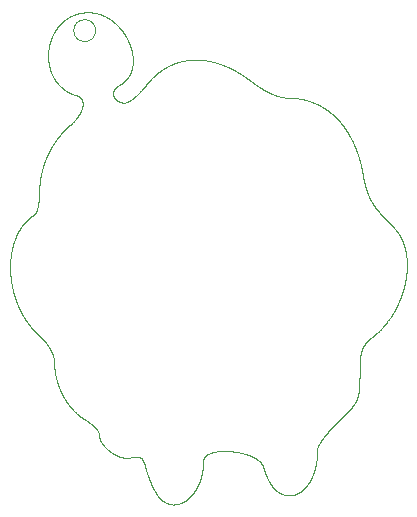
<source format=gm1>
G04 #@! TF.GenerationSoftware,KiCad,Pcbnew,(5.1.5)-3*
G04 #@! TF.CreationDate,2020-05-11T16:08:06-04:00*
G04 #@! TF.ProjectId,charlieplex,63686172-6c69-4657-906c-65782e6b6963,rev?*
G04 #@! TF.SameCoordinates,Original*
G04 #@! TF.FileFunction,Profile,NP*
%FSLAX46Y46*%
G04 Gerber Fmt 4.6, Leading zero omitted, Abs format (unit mm)*
G04 Created by KiCad (PCBNEW (5.1.5)-3) date 2020-05-11 16:08:06*
%MOMM*%
%LPD*%
G04 APERTURE LIST*
%ADD10C,0.050000*%
%ADD11C,0.027380*%
G04 APERTURE END LIST*
D10*
X180224584Y-94300000D02*
G75*
G03X180224584Y-94300000I-924584J0D01*
G01*
D11*
X185368405Y-133516747D02*
X185368405Y-133516747D01*
X205443548Y-110953674D02*
X205461975Y-110973227D01*
X205461975Y-110973227D02*
X205477869Y-110990327D01*
X205477869Y-110990327D02*
X205493642Y-111007515D01*
X205493642Y-111007515D02*
X205509291Y-111024789D01*
X205509291Y-111024789D02*
X205523272Y-111040411D01*
X205523272Y-111040411D02*
X205541760Y-111061349D01*
X205541760Y-111061349D02*
X205557033Y-111078893D01*
X205557033Y-111078893D02*
X205572183Y-111096519D01*
X205572183Y-111096519D02*
X205590205Y-111117784D01*
X205590205Y-111117784D02*
X205605091Y-111135598D01*
X205605091Y-111135598D02*
X205621324Y-111155290D01*
X205621324Y-111155290D02*
X205634499Y-111171478D01*
X205634499Y-111171478D02*
X205649023Y-111189541D01*
X205649023Y-111189541D02*
X205661990Y-111205870D01*
X205661990Y-111205870D02*
X205674862Y-111222264D01*
X205674862Y-111222264D02*
X205687636Y-111238726D01*
X205687636Y-111238726D02*
X205701714Y-111257093D01*
X205701714Y-111257093D02*
X205714283Y-111273693D01*
X205714283Y-111273693D02*
X205728137Y-111292214D01*
X205728137Y-111292214D02*
X205741869Y-111310815D01*
X205741869Y-111310815D02*
X205755483Y-111329495D01*
X205755483Y-111329495D02*
X205781021Y-111365205D01*
X205781021Y-111365205D02*
X205796931Y-111387906D01*
X205796931Y-111387906D02*
X205812670Y-111410717D01*
X205812670Y-111410717D02*
X205824362Y-111427899D01*
X205824362Y-111427899D02*
X205837241Y-111447063D01*
X205837241Y-111447063D02*
X205848732Y-111464375D01*
X205848732Y-111464375D02*
X205860127Y-111481749D01*
X205860127Y-111481749D02*
X205876420Y-111506954D01*
X205876420Y-111506954D02*
X205893742Y-111534237D01*
X205893742Y-111534237D02*
X205904757Y-111551852D01*
X205904757Y-111551852D02*
X205916886Y-111571498D01*
X205916886Y-111571498D02*
X205928895Y-111591214D01*
X205928895Y-111591214D02*
X205940789Y-111611006D01*
X205940789Y-111611006D02*
X205951395Y-111628880D01*
X205951395Y-111628880D02*
X205963070Y-111648810D01*
X205963070Y-111648810D02*
X205974053Y-111667809D01*
X205974053Y-111667809D02*
X205984929Y-111686870D01*
X205984929Y-111686870D02*
X205995136Y-111704988D01*
X205995136Y-111704988D02*
X206005251Y-111723163D01*
X206005251Y-111723163D02*
X206016380Y-111743424D01*
X206016380Y-111743424D02*
X206032858Y-111773947D01*
X206032858Y-111773947D02*
X206043702Y-111794383D01*
X206043702Y-111794383D02*
X206053360Y-111812833D01*
X206053360Y-111812833D02*
X206063982Y-111833396D01*
X206063982Y-111833396D02*
X206074491Y-111854028D01*
X206074491Y-111854028D02*
X206084887Y-111874727D01*
X206084887Y-111874727D02*
X206095168Y-111895493D01*
X206095168Y-111895493D02*
X206104322Y-111914239D01*
X206104322Y-111914239D02*
X206113385Y-111933038D01*
X206113385Y-111933038D02*
X206122353Y-111951889D01*
X206122353Y-111951889D02*
X206131233Y-111970794D01*
X206131233Y-111970794D02*
X206140989Y-111991860D01*
X206140989Y-111991860D02*
X206152549Y-112017225D01*
X206152549Y-112017225D02*
X206162530Y-112039495D01*
X206162530Y-112039495D02*
X206174249Y-112066096D01*
X206174249Y-112066096D02*
X206184417Y-112089586D01*
X206184417Y-112089586D02*
X206197161Y-112119592D01*
X206197161Y-112119592D02*
X206207909Y-112145407D01*
X206207909Y-112145407D02*
X206220244Y-112175636D01*
X206220244Y-112175636D02*
X206228922Y-112197300D01*
X206228922Y-112197300D02*
X206237913Y-112220113D01*
X206237913Y-112220113D02*
X206245941Y-112240807D01*
X206245941Y-112240807D02*
X206255113Y-112264837D01*
X206255113Y-112264837D02*
X206264150Y-112288938D01*
X206264150Y-112288938D02*
X206273854Y-112315309D01*
X206273854Y-112315309D02*
X206282218Y-112338454D01*
X206282218Y-112338454D02*
X206289678Y-112359446D01*
X206289678Y-112359446D02*
X206297808Y-112382707D01*
X206297808Y-112382707D02*
X206305057Y-112403808D01*
X206305057Y-112403808D02*
X206313328Y-112428302D01*
X206313328Y-112428302D02*
X206321468Y-112452863D01*
X206321468Y-112452863D02*
X206328753Y-112475250D01*
X206328753Y-112475250D02*
X206340532Y-112512304D01*
X206340532Y-112512304D02*
X206347178Y-112533705D01*
X206347178Y-112533705D02*
X206354070Y-112556284D01*
X206354070Y-112556284D02*
X206361188Y-112580047D01*
X206361188Y-112580047D02*
X206367855Y-112602733D01*
X206367855Y-112602733D02*
X206376685Y-112633440D01*
X206376685Y-112633440D02*
X206383416Y-112657389D01*
X206383416Y-112657389D02*
X206389716Y-112680249D01*
X206389716Y-112680249D02*
X206396828Y-112706598D01*
X206396828Y-112706598D02*
X206404397Y-112735315D01*
X206404397Y-112735315D02*
X206410037Y-112757190D01*
X206410037Y-112757190D02*
X206415870Y-112780265D01*
X206415870Y-112780265D02*
X206421878Y-112804543D01*
X206421878Y-112804543D02*
X206428322Y-112831196D01*
X206428322Y-112831196D02*
X206438395Y-112874202D01*
X206438395Y-112874202D02*
X206443949Y-112898682D01*
X206443949Y-112898682D02*
X206449133Y-112922044D01*
X206449133Y-112922044D02*
X206454207Y-112945449D01*
X206454207Y-112945449D02*
X206459913Y-112972422D01*
X206459913Y-112972422D02*
X206465002Y-112997101D01*
X206465002Y-112997101D02*
X206470440Y-113024186D01*
X206470440Y-113024186D02*
X206475284Y-113048966D01*
X206475284Y-113048966D02*
X206482224Y-113085633D01*
X206482224Y-113085633D02*
X206491430Y-113136659D01*
X206491430Y-113136659D02*
X206495751Y-113161649D01*
X206495751Y-113161649D02*
X206501138Y-113193845D01*
X206501138Y-113193845D02*
X206505388Y-113220133D01*
X206505388Y-113220133D02*
X206510979Y-113256057D01*
X206510979Y-113256057D02*
X206514577Y-113280055D01*
X206514577Y-113280055D02*
X206518073Y-113304094D01*
X206518073Y-113304094D02*
X206522130Y-113332986D01*
X206522130Y-113332986D02*
X206525398Y-113357108D01*
X206525398Y-113357108D02*
X206528875Y-113383686D01*
X206528875Y-113383686D02*
X206532225Y-113410304D01*
X206532225Y-113410304D02*
X206535454Y-113436967D01*
X206535454Y-113436967D02*
X206539791Y-113474612D01*
X206539791Y-113474612D02*
X206543499Y-113508686D01*
X206543499Y-113508686D02*
X206546395Y-113536727D01*
X206546395Y-113536727D02*
X206549037Y-113563588D01*
X206549037Y-113563588D02*
X206551559Y-113590492D01*
X206551559Y-113590492D02*
X206554171Y-113619885D01*
X206554171Y-113619885D02*
X206556435Y-113646869D01*
X206556435Y-113646869D02*
X206558675Y-113675124D01*
X206558675Y-113675124D02*
X206561220Y-113709576D01*
X206561220Y-113709576D02*
X206563486Y-113742852D01*
X206563486Y-113742852D02*
X206565124Y-113768773D01*
X206565124Y-113768773D02*
X206566650Y-113794724D01*
X206566650Y-113794724D02*
X206568197Y-113823185D01*
X206568197Y-113823185D02*
X206569671Y-113852926D01*
X206569671Y-113852926D02*
X206571155Y-113886431D01*
X206571155Y-113886431D02*
X206572325Y-113916254D01*
X206572325Y-113916254D02*
X206573352Y-113946117D01*
X206573352Y-113946117D02*
X206574235Y-113976018D01*
X206574235Y-113976018D02*
X206574979Y-114005957D01*
X206574979Y-114005957D02*
X206575578Y-114035930D01*
X206575578Y-114035930D02*
X206576038Y-114065940D01*
X206576038Y-114065940D02*
X206576335Y-114093481D01*
X206576335Y-114093481D02*
X206576524Y-114123557D01*
X206576524Y-114123557D02*
X206576574Y-114151156D01*
X206576574Y-114151156D02*
X206576495Y-114181294D01*
X206576495Y-114181294D02*
X206576264Y-114212725D01*
X206576264Y-114212725D02*
X206575844Y-114246705D01*
X206575844Y-114246705D02*
X206575321Y-114276943D01*
X206575321Y-114276943D02*
X206574632Y-114308473D01*
X206574632Y-114308473D02*
X206573827Y-114338771D01*
X206573827Y-114338771D02*
X206572883Y-114369094D01*
X206572883Y-114369094D02*
X206571943Y-114395649D01*
X206571943Y-114395649D02*
X206570794Y-114424759D01*
X206570794Y-114424759D02*
X206569461Y-114455157D01*
X206569461Y-114455157D02*
X206567989Y-114485582D01*
X206567989Y-114485582D02*
X206566381Y-114516030D01*
X206566381Y-114516030D02*
X206564711Y-114545230D01*
X206564711Y-114545230D02*
X206563079Y-114571912D01*
X206563079Y-114571912D02*
X206561084Y-114602423D01*
X206561084Y-114602423D02*
X206559227Y-114629138D01*
X206559227Y-114629138D02*
X206557077Y-114658417D01*
X206557077Y-114658417D02*
X206555103Y-114683889D01*
X206555103Y-114683889D02*
X206552931Y-114710651D01*
X206552931Y-114710651D02*
X206550434Y-114739978D01*
X206550434Y-114739978D02*
X206548161Y-114765491D01*
X206548161Y-114765491D02*
X206545795Y-114791018D01*
X206545795Y-114791018D02*
X206543339Y-114816556D01*
X206543339Y-114816556D02*
X206540787Y-114842103D01*
X206540787Y-114842103D02*
X206538143Y-114867662D01*
X206538143Y-114867662D02*
X206535407Y-114893230D01*
X206535407Y-114893230D02*
X206532579Y-114918808D01*
X206532579Y-114918808D02*
X206529658Y-114944397D01*
X206529658Y-114944397D02*
X206526646Y-114969992D01*
X206526646Y-114969992D02*
X206523542Y-114995596D01*
X206523542Y-114995596D02*
X206520346Y-115021207D01*
X206520346Y-115021207D02*
X206517058Y-115046825D01*
X206517058Y-115046825D02*
X206513679Y-115072450D01*
X206513679Y-115072450D02*
X206510208Y-115098082D01*
X206510208Y-115098082D02*
X206505197Y-115133977D01*
X206505197Y-115133977D02*
X206501695Y-115158339D01*
X206501695Y-115158339D02*
X206497730Y-115185272D01*
X206497730Y-115185272D02*
X206493861Y-115210927D01*
X206493861Y-115210927D02*
X206489902Y-115236585D01*
X206489902Y-115236585D02*
X206486057Y-115260964D01*
X206486057Y-115260964D02*
X206481714Y-115287913D01*
X206481714Y-115287913D02*
X206477486Y-115313581D01*
X206477486Y-115313581D02*
X206473166Y-115339248D01*
X206473166Y-115339248D02*
X206468981Y-115363636D01*
X206468981Y-115363636D02*
X206464263Y-115390593D01*
X206464263Y-115390593D02*
X206459907Y-115414981D01*
X206459907Y-115414981D02*
X206455001Y-115441939D01*
X206455001Y-115441939D02*
X206450239Y-115467613D01*
X206450239Y-115467613D02*
X206443421Y-115503555D01*
X206443421Y-115503555D02*
X206438446Y-115529225D01*
X206438446Y-115529225D02*
X206432361Y-115560031D01*
X206432361Y-115560031D02*
X206427191Y-115585697D01*
X206427191Y-115585697D02*
X206421934Y-115611362D01*
X206421934Y-115611362D02*
X206416592Y-115637025D01*
X206416592Y-115637025D02*
X206411159Y-115662681D01*
X206411159Y-115662681D02*
X206405640Y-115688335D01*
X206405640Y-115688335D02*
X206400034Y-115713984D01*
X206400034Y-115713984D02*
X206390884Y-115755010D01*
X206390884Y-115755010D02*
X206385053Y-115780647D01*
X206385053Y-115780647D02*
X206377942Y-115811402D01*
X206377942Y-115811402D02*
X206371922Y-115837023D01*
X206371922Y-115837023D02*
X206365814Y-115862637D01*
X206365814Y-115862637D02*
X206359622Y-115888245D01*
X206359622Y-115888245D02*
X206352077Y-115918962D01*
X206352077Y-115918962D02*
X206345697Y-115944552D01*
X206345697Y-115944552D02*
X206339557Y-115968855D01*
X206339557Y-115968855D02*
X206331358Y-116000815D01*
X206331358Y-116000815D02*
X206323364Y-116031484D01*
X206323364Y-116031484D02*
X206316609Y-116057030D01*
X206316609Y-116057030D02*
X206309769Y-116082566D01*
X206309769Y-116082566D02*
X206303193Y-116106814D01*
X206303193Y-116106814D02*
X206297248Y-116128502D01*
X206297248Y-116128502D02*
X206291239Y-116150179D01*
X206291239Y-116150179D02*
X206283012Y-116179491D01*
X206283012Y-116179491D02*
X206276861Y-116201148D01*
X206276861Y-116201148D02*
X206269916Y-116225340D01*
X206269916Y-116225340D02*
X206262523Y-116250792D01*
X206262523Y-116250792D02*
X206255048Y-116276230D01*
X206255048Y-116276230D02*
X206247868Y-116300382D01*
X206247868Y-116300382D02*
X206241381Y-116321980D01*
X206241381Y-116321980D02*
X206233672Y-116347375D01*
X206233672Y-116347375D02*
X206227056Y-116368947D01*
X206227056Y-116368947D02*
X206219590Y-116393044D01*
X206219590Y-116393044D02*
X206211651Y-116418393D01*
X206211651Y-116418393D02*
X206202016Y-116448789D01*
X206202016Y-116448789D02*
X206193896Y-116474098D01*
X206193896Y-116474098D02*
X206186930Y-116495598D01*
X206186930Y-116495598D02*
X206179075Y-116519609D01*
X206179075Y-116519609D02*
X206171145Y-116543605D01*
X206171145Y-116543605D02*
X206160603Y-116575152D01*
X206160603Y-116575152D02*
X206152077Y-116600365D01*
X206152077Y-116600365D02*
X206143470Y-116625559D01*
X206143470Y-116625559D02*
X206135217Y-116649473D01*
X206135217Y-116649473D02*
X206127773Y-116670853D01*
X206127773Y-116670853D02*
X206118498Y-116697243D01*
X206118498Y-116697243D02*
X206110027Y-116721097D01*
X206110027Y-116721097D02*
X206102389Y-116742424D01*
X206102389Y-116742424D02*
X206093784Y-116766240D01*
X206093784Y-116766240D02*
X206082811Y-116796293D01*
X206082811Y-116796293D02*
X206075433Y-116816309D01*
X206075433Y-116816309D02*
X206067537Y-116837559D01*
X206067537Y-116837559D02*
X206060055Y-116857542D01*
X206060055Y-116857542D02*
X206049207Y-116886240D01*
X206049207Y-116886240D02*
X206039690Y-116911167D01*
X206039690Y-116911167D02*
X206031540Y-116932335D01*
X206031540Y-116932335D02*
X206022363Y-116955972D01*
X206022363Y-116955972D02*
X206014580Y-116975855D01*
X206014580Y-116975855D02*
X206006745Y-116995721D01*
X206006745Y-116995721D02*
X205998863Y-117015571D01*
X205998863Y-117015571D02*
X205990929Y-117035401D01*
X205990929Y-117035401D02*
X205982946Y-117055214D01*
X205982946Y-117055214D02*
X205974914Y-117075009D01*
X205974914Y-117075009D02*
X205966327Y-117096022D01*
X205966327Y-117096022D02*
X205956660Y-117119478D01*
X205956660Y-117119478D02*
X205948467Y-117139211D01*
X205948467Y-117139211D02*
X205939706Y-117160155D01*
X205939706Y-117160155D02*
X205929851Y-117183540D01*
X205929851Y-117183540D02*
X205920973Y-117204437D01*
X205920973Y-117204437D02*
X205910986Y-117227767D01*
X205910986Y-117227767D02*
X205898275Y-117257196D01*
X205898275Y-117257196D02*
X205889201Y-117278011D01*
X205889201Y-117278011D02*
X205880612Y-117297581D01*
X205880612Y-117297581D02*
X205870350Y-117320794D01*
X205870350Y-117320794D02*
X205861653Y-117340318D01*
X205861653Y-117340318D02*
X205852360Y-117361038D01*
X205852360Y-117361038D02*
X205843564Y-117380517D01*
X205843564Y-117380517D02*
X205833061Y-117403619D01*
X205833061Y-117403619D02*
X205824160Y-117423048D01*
X205824160Y-117423048D02*
X205815211Y-117442455D01*
X205815211Y-117442455D02*
X205806214Y-117461838D01*
X205806214Y-117461838D02*
X205795470Y-117484826D01*
X205795470Y-117484826D02*
X205786368Y-117504158D01*
X205786368Y-117504158D02*
X205777220Y-117523468D01*
X205777220Y-117523468D02*
X205768023Y-117542753D01*
X205768023Y-117542753D02*
X205758780Y-117562016D01*
X205758780Y-117562016D02*
X205748905Y-117582454D01*
X205748905Y-117582454D02*
X205738977Y-117602865D01*
X205738977Y-117602865D02*
X205727818Y-117625642D01*
X205727818Y-117625642D02*
X205716592Y-117648383D01*
X205716592Y-117648383D02*
X205707087Y-117667507D01*
X205707087Y-117667507D02*
X205695141Y-117691378D01*
X205695141Y-117691378D02*
X205685532Y-117710444D01*
X205685532Y-117710444D02*
X205675876Y-117729484D01*
X205675876Y-117729484D02*
X205663131Y-117754434D01*
X205663131Y-117754434D02*
X205649080Y-117781706D01*
X205649080Y-117781706D02*
X205638634Y-117801828D01*
X205638634Y-117801828D02*
X205626895Y-117824282D01*
X205626895Y-117824282D02*
X205616339Y-117844340D01*
X205616339Y-117844340D02*
X205601346Y-117872604D01*
X205601346Y-117872604D02*
X205584353Y-117904321D01*
X205584353Y-117904321D02*
X205574222Y-117923078D01*
X205574222Y-117923078D02*
X205563409Y-117942979D01*
X205563409Y-117942979D02*
X205552542Y-117962845D01*
X205552542Y-117962845D02*
X205540981Y-117983845D01*
X205540981Y-117983845D02*
X205530010Y-118003642D01*
X205530010Y-118003642D02*
X205518987Y-118023408D01*
X205518987Y-118023408D02*
X205506607Y-118045457D01*
X205506607Y-118045457D02*
X205491536Y-118072090D01*
X205491536Y-118072090D02*
X205475049Y-118100970D01*
X205475049Y-118100970D02*
X205464439Y-118119413D01*
X205464439Y-118119413D02*
X205453784Y-118137825D01*
X205453784Y-118137825D02*
X205433013Y-118173409D01*
X205433013Y-118173409D02*
X205421552Y-118192870D01*
X205421552Y-118192870D02*
X205410040Y-118212297D01*
X205410040Y-118212297D02*
X205397114Y-118233965D01*
X205397114Y-118233965D02*
X205386181Y-118252176D01*
X205386181Y-118252176D02*
X205373140Y-118273759D01*
X205373140Y-118273759D02*
X205361419Y-118293031D01*
X205361419Y-118293031D02*
X205347569Y-118315656D01*
X205347569Y-118315656D02*
X205335739Y-118334844D01*
X205335739Y-118334844D02*
X205320357Y-118359620D01*
X205320357Y-118359620D02*
X205309120Y-118377600D01*
X205309120Y-118377600D02*
X205291474Y-118405622D01*
X205291474Y-118405622D02*
X205277992Y-118426862D01*
X205277992Y-118426862D02*
X205265878Y-118445825D01*
X205265878Y-118445825D02*
X205249408Y-118471416D01*
X205249408Y-118471416D02*
X205237899Y-118489175D01*
X205237899Y-118489175D02*
X205219831Y-118516853D01*
X205219831Y-118516853D02*
X205206028Y-118537828D01*
X205206028Y-118537828D02*
X205194358Y-118555451D01*
X205194358Y-118555451D02*
X205167209Y-118596066D01*
X205167209Y-118596066D02*
X205155398Y-118613566D01*
X205155398Y-118613566D02*
X205143544Y-118631030D01*
X205143544Y-118631030D02*
X205132392Y-118647366D01*
X205132392Y-118647366D02*
X205104728Y-118687523D01*
X205104728Y-118687523D02*
X205090434Y-118708065D01*
X205090434Y-118708065D02*
X205078352Y-118725320D01*
X205078352Y-118725320D02*
X205066228Y-118742537D01*
X205066228Y-118742537D02*
X205054061Y-118759713D01*
X205054061Y-118759713D02*
X205035733Y-118785404D01*
X205035733Y-118785404D02*
X205022695Y-118803549D01*
X205022695Y-118803549D02*
X205007294Y-118824836D01*
X205007294Y-118824836D02*
X204991831Y-118846060D01*
X204991831Y-118846060D02*
X204930118Y-118929273D01*
X204930118Y-118929273D02*
X204910382Y-118955395D01*
X204910382Y-118955395D02*
X204895316Y-118975179D01*
X204895316Y-118975179D02*
X204881787Y-118992830D01*
X204881787Y-118992830D02*
X204869814Y-119008364D01*
X204869814Y-119008364D02*
X204853790Y-119029016D01*
X204853790Y-119029016D02*
X204834481Y-119053711D01*
X204834481Y-119053711D02*
X204798845Y-119098731D01*
X204798845Y-119098731D02*
X204784997Y-119116036D01*
X204784997Y-119116036D02*
X204772740Y-119131264D01*
X204772740Y-119131264D02*
X204756343Y-119151505D01*
X204756343Y-119151505D02*
X204739060Y-119172685D01*
X204739060Y-119172685D02*
X204725845Y-119188770D01*
X204725845Y-119188770D02*
X204713423Y-119203807D01*
X204713423Y-119203807D02*
X204695970Y-119224792D01*
X204695970Y-119224792D02*
X204680122Y-119243710D01*
X204680122Y-119243710D02*
X204666735Y-119259592D01*
X204666735Y-119259592D02*
X204652468Y-119276414D01*
X204652468Y-119276414D02*
X204636470Y-119295152D01*
X204636470Y-119295152D02*
X204619569Y-119314806D01*
X204619569Y-119314806D02*
X204602609Y-119334385D01*
X204602609Y-119334385D02*
X204584736Y-119354863D01*
X204584736Y-119354863D02*
X204566798Y-119375260D01*
X204566798Y-119375260D02*
X204553087Y-119390745D01*
X204553087Y-119390745D02*
X204534167Y-119411956D01*
X204534167Y-119411956D02*
X204519501Y-119428284D01*
X204519501Y-119428284D02*
X204505657Y-119443601D01*
X204505657Y-119443601D02*
X204490907Y-119459821D01*
X204490907Y-119459821D02*
X204471756Y-119480730D01*
X204471756Y-119480730D02*
X204456908Y-119496823D01*
X204456908Y-119496823D02*
X204442895Y-119511918D01*
X204442895Y-119511918D02*
X204422682Y-119533526D01*
X204422682Y-119533526D02*
X204408577Y-119548496D01*
X204408577Y-119548496D02*
X204393550Y-119564347D01*
X204393550Y-119564347D02*
X204373150Y-119585701D01*
X204373150Y-119585701D02*
X204344643Y-119615235D01*
X204344643Y-119615235D02*
X204323165Y-119637250D01*
X204323165Y-119637250D02*
X204303405Y-119657326D01*
X204303405Y-119657326D02*
X204287184Y-119673679D01*
X204287184Y-119673679D02*
X204271824Y-119689062D01*
X204271824Y-119689062D02*
X204254605Y-119706183D01*
X204254605Y-119706183D02*
X204240067Y-119720544D01*
X204240067Y-119720544D02*
X204221842Y-119738418D01*
X204221842Y-119738418D02*
X204206309Y-119753547D01*
X204206309Y-119753547D02*
X204191649Y-119767728D01*
X204191649Y-119767728D02*
X204176954Y-119781855D01*
X204176954Y-119781855D02*
X204161301Y-119796806D01*
X204161301Y-119796806D02*
X204143759Y-119813442D01*
X204143759Y-119813442D02*
X204125241Y-119830871D01*
X204125241Y-119830871D02*
X204110384Y-119844751D01*
X204110384Y-119844751D02*
X204095494Y-119858578D01*
X204095494Y-119858578D02*
X204080566Y-119872346D01*
X204080566Y-119872346D02*
X204064668Y-119886915D01*
X204064668Y-119886915D02*
X204049667Y-119900569D01*
X204049667Y-119900569D02*
X204034634Y-119914167D01*
X204034634Y-119914167D02*
X204019564Y-119927708D01*
X204019564Y-119927708D02*
X204004459Y-119941191D01*
X204004459Y-119941191D02*
X203986477Y-119957129D01*
X203986477Y-119957129D02*
X203971296Y-119970489D01*
X203971296Y-119970489D02*
X203955127Y-119984617D01*
X203955127Y-119984617D02*
X203939874Y-119997856D01*
X203939874Y-119997856D02*
X203924587Y-120011038D01*
X203924587Y-120011038D02*
X203909264Y-120024161D01*
X203909264Y-120024161D02*
X203891985Y-120038853D01*
X203891985Y-120038853D02*
X203876592Y-120051851D01*
X203876592Y-120051851D02*
X203861163Y-120064791D01*
X203861163Y-120064791D02*
X203844733Y-120078474D01*
X203844733Y-120078474D02*
X203829233Y-120091290D01*
X203829233Y-120091290D02*
X203808838Y-120108020D01*
X203808838Y-120108020D02*
X203791311Y-120122279D01*
X203791311Y-120122279D02*
X203775696Y-120134887D01*
X203775696Y-120134887D02*
X203760047Y-120147438D01*
X203760047Y-120147438D02*
X203743384Y-120160706D01*
X203743384Y-120160706D02*
X203725701Y-120174680D01*
X178616759Y-99796590D02*
X178588420Y-99788416D01*
X178588420Y-99788416D02*
X178561595Y-99780458D01*
X178561595Y-99780458D02*
X178540249Y-99773969D01*
X178540249Y-99773969D02*
X178511063Y-99764868D01*
X178511063Y-99764868D02*
X178487327Y-99757270D01*
X178487327Y-99757270D02*
X178455876Y-99746927D01*
X178455876Y-99746927D02*
X178422061Y-99735451D01*
X178422061Y-99735451D02*
X178391083Y-99724609D01*
X178391083Y-99724609D02*
X178370557Y-99717249D01*
X178370557Y-99717249D02*
X178350132Y-99709783D01*
X178350132Y-99709783D02*
X178327276Y-99701259D01*
X178327276Y-99701259D02*
X178307064Y-99693571D01*
X178307064Y-99693571D02*
X178286956Y-99685781D01*
X178286956Y-99685781D02*
X178264450Y-99676893D01*
X178264450Y-99676893D02*
X178232168Y-99663825D01*
X178232168Y-99663825D02*
X178212434Y-99655650D01*
X178212434Y-99655650D02*
X178180579Y-99642149D01*
X178180579Y-99642149D02*
X178161109Y-99633710D01*
X178161109Y-99633710D02*
X178120065Y-99615443D01*
X178120065Y-99615443D02*
X178100907Y-99606691D01*
X178100907Y-99606691D02*
X178081847Y-99597841D01*
X178081847Y-99597841D02*
X178048737Y-99582120D01*
X178048737Y-99582120D02*
X178029952Y-99573000D01*
X178029952Y-99573000D02*
X178011268Y-99563786D01*
X178011268Y-99563786D02*
X177988052Y-99552130D01*
X177988052Y-99552130D02*
X177969592Y-99542700D01*
X177969592Y-99542700D02*
X177905763Y-99508942D01*
X177905763Y-99508942D02*
X177887749Y-99499084D01*
X177887749Y-99499084D02*
X177865374Y-99486633D01*
X177865374Y-99486633D02*
X177834306Y-99468959D01*
X177834306Y-99468959D02*
X177810107Y-99454872D01*
X177810107Y-99454872D02*
X177779582Y-99436698D01*
X177779582Y-99436698D02*
X177760119Y-99424869D01*
X177760119Y-99424869D02*
X177742922Y-99414258D01*
X177742922Y-99414258D02*
X177725825Y-99403559D01*
X177725825Y-99403559D02*
X177708827Y-99392770D01*
X177708827Y-99392770D02*
X177685615Y-99377791D01*
X177685615Y-99377791D02*
X177668851Y-99366794D01*
X177668851Y-99366794D02*
X177652184Y-99355708D01*
X177652184Y-99355708D02*
X177619149Y-99333278D01*
X177619149Y-99333278D02*
X177602777Y-99321934D01*
X177602777Y-99321934D02*
X177582451Y-99307635D01*
X177582451Y-99307635D02*
X177566302Y-99296101D01*
X177566302Y-99296101D02*
X177538276Y-99275712D01*
X177538276Y-99275712D02*
X177516465Y-99259515D01*
X177516465Y-99259515D02*
X177498760Y-99246146D01*
X177498760Y-99246146D02*
X177479230Y-99231167D01*
X177479230Y-99231167D02*
X177463719Y-99219095D01*
X177463719Y-99219095D02*
X177444466Y-99203888D01*
X177444466Y-99203888D02*
X177421562Y-99185475D01*
X177421562Y-99185475D02*
X177406414Y-99173099D01*
X177406414Y-99173099D02*
X177391365Y-99160643D01*
X177391365Y-99160643D02*
X177372691Y-99144965D01*
X177372691Y-99144965D02*
X177357860Y-99132333D01*
X177357860Y-99132333D02*
X177343128Y-99119623D01*
X177343128Y-99119623D02*
X177328494Y-99106837D01*
X177328494Y-99106837D02*
X177310337Y-99090746D01*
X177310337Y-99090746D02*
X177294124Y-99076162D01*
X177294124Y-99076162D02*
X177278034Y-99061481D01*
X177278034Y-99061481D02*
X177256775Y-99041761D01*
X177256775Y-99041761D02*
X177239224Y-99025198D01*
X177239224Y-99025198D02*
X177223557Y-99010192D01*
X177223557Y-99010192D02*
X177208014Y-98995096D01*
X177208014Y-98995096D02*
X177192592Y-98979905D01*
X177192592Y-98979905D02*
X177167161Y-98954384D01*
X177167161Y-98954384D02*
X177152067Y-98938953D01*
X177152067Y-98938953D02*
X177135438Y-98921700D01*
X177135438Y-98921700D02*
X177117321Y-98902595D01*
X177117321Y-98902595D02*
X177102633Y-98886867D01*
X177102633Y-98886867D02*
X177084846Y-98867524D01*
X177084846Y-98867524D02*
X177068833Y-98849827D01*
X177068833Y-98849827D02*
X177052971Y-98832025D01*
X177052971Y-98832025D02*
X177037259Y-98814117D01*
X177037259Y-98814117D02*
X177021697Y-98796106D01*
X177021697Y-98796106D02*
X177007819Y-98779808D01*
X177007819Y-98779808D02*
X176994064Y-98763425D01*
X176994064Y-98763425D02*
X176980428Y-98746960D01*
X176980428Y-98746960D02*
X176962436Y-98724880D01*
X176962436Y-98724880D02*
X176949085Y-98708228D01*
X176949085Y-98708228D02*
X176928552Y-98682162D01*
X176928552Y-98682162D02*
X176914067Y-98663429D01*
X176914067Y-98663429D02*
X176899730Y-98644597D01*
X176899730Y-98644597D02*
X176886952Y-98627566D01*
X176886952Y-98627566D02*
X176874300Y-98610460D01*
X176874300Y-98610460D02*
X176860380Y-98591364D01*
X176860380Y-98591364D02*
X176846609Y-98572175D01*
X176846609Y-98572175D02*
X176832987Y-98552893D01*
X176832987Y-98552893D02*
X176820853Y-98535461D01*
X176820853Y-98535461D02*
X176806187Y-98514057D01*
X176806187Y-98514057D02*
X176794320Y-98496463D01*
X176794320Y-98496463D02*
X176782572Y-98478798D01*
X176782572Y-98478798D02*
X176769661Y-98459087D01*
X176769661Y-98459087D02*
X176756896Y-98439288D01*
X176756896Y-98439288D02*
X176745535Y-98421397D01*
X176745535Y-98421397D02*
X176733053Y-98401437D01*
X176733053Y-98401437D02*
X176721945Y-98383401D01*
X176721945Y-98383401D02*
X176710956Y-98365298D01*
X176710956Y-98365298D02*
X176700084Y-98347127D01*
X176700084Y-98347127D02*
X176685776Y-98322797D01*
X176685776Y-98322797D02*
X176674016Y-98302436D01*
X176674016Y-98302436D02*
X176663557Y-98284040D01*
X176663557Y-98284040D02*
X176653216Y-98265583D01*
X176653216Y-98265583D02*
X176641865Y-98244998D01*
X176641865Y-98244998D02*
X176630660Y-98224337D01*
X176630660Y-98224337D02*
X176619605Y-98203601D01*
X176619605Y-98203601D02*
X176609779Y-98184873D01*
X176609779Y-98184873D02*
X176598997Y-98163995D01*
X176598997Y-98163995D02*
X176584154Y-98134643D01*
X176584154Y-98134643D02*
X176573723Y-98113589D01*
X176573723Y-98113589D02*
X176563441Y-98092465D01*
X176563441Y-98092465D02*
X176553304Y-98071271D01*
X176553304Y-98071271D02*
X176544305Y-98052136D01*
X176544305Y-98052136D02*
X176534935Y-98031881D01*
X176534935Y-98031881D02*
X176524730Y-98009421D01*
X176524730Y-98009421D02*
X176515160Y-97987961D01*
X176515160Y-97987961D02*
X176506673Y-97968592D01*
X176506673Y-97968592D02*
X176498303Y-97949171D01*
X176498303Y-97949171D02*
X176488230Y-97925362D01*
X176488230Y-97925362D02*
X176478334Y-97901477D01*
X176478334Y-97901477D02*
X176469491Y-97879700D01*
X176469491Y-97879700D02*
X176460791Y-97857861D01*
X176460791Y-97857861D02*
X176453083Y-97838153D01*
X176453083Y-97838153D02*
X176444658Y-97816201D01*
X176444658Y-97816201D02*
X176436377Y-97794191D01*
X176436377Y-97794191D02*
X176425828Y-97765492D01*
X176425828Y-97765492D02*
X176415524Y-97736699D01*
X176415524Y-97736699D02*
X176407761Y-97714485D01*
X176407761Y-97714485D02*
X176400143Y-97692218D01*
X176400143Y-97692218D02*
X176391929Y-97667663D01*
X176391929Y-97667663D02*
X176384612Y-97645285D01*
X176384612Y-97645285D02*
X176377438Y-97622856D01*
X176377438Y-97622856D02*
X176369020Y-97595875D01*
X176369020Y-97595875D02*
X176362162Y-97573337D01*
X176362162Y-97573337D02*
X176354452Y-97547359D01*
X176354452Y-97547359D02*
X176348225Y-97525851D01*
X176348225Y-97525851D02*
X176341811Y-97503168D01*
X176341811Y-97503168D02*
X176333684Y-97473608D01*
X176333684Y-97473608D02*
X176326997Y-97448541D01*
X176326997Y-97448541D02*
X176321066Y-97425706D01*
X176321066Y-97425706D02*
X176315277Y-97402828D01*
X176315277Y-97402828D02*
X176307965Y-97373025D01*
X176307965Y-97373025D02*
X176302506Y-97350055D01*
X176302506Y-97350055D02*
X176296663Y-97324742D01*
X176296663Y-97324742D02*
X176291501Y-97301690D01*
X176291501Y-97301690D02*
X176286480Y-97278602D01*
X176286480Y-97278602D02*
X176281601Y-97255475D01*
X176281601Y-97255475D02*
X176276862Y-97232314D01*
X176276862Y-97232314D02*
X176272267Y-97209121D01*
X176272267Y-97209121D02*
X176267811Y-97185890D01*
X176267811Y-97185890D02*
X176263286Y-97161466D01*
X176263286Y-97161466D02*
X176258918Y-97137008D01*
X176258918Y-97137008D02*
X176254307Y-97110178D01*
X176254307Y-97110178D02*
X176249509Y-97080971D01*
X176249509Y-97080971D02*
X176244751Y-97050550D01*
X176244751Y-97050550D02*
X176240912Y-97024773D01*
X176240912Y-97024773D02*
X176237080Y-96997791D01*
X176237080Y-96997791D02*
X176233742Y-96973125D01*
X176233742Y-96973125D02*
X176229823Y-96942550D01*
X176229823Y-96942550D02*
X176225870Y-96909583D01*
X176225870Y-96909583D02*
X176222954Y-96883647D01*
X176222954Y-96883647D02*
X176220208Y-96857687D01*
X176220208Y-96857687D02*
X176217633Y-96831705D01*
X176217633Y-96831705D02*
X176215118Y-96804515D01*
X176215118Y-96804515D02*
X176212788Y-96777304D01*
X176212788Y-96777304D02*
X176210732Y-96751254D01*
X176210732Y-96751254D02*
X176208844Y-96725187D01*
X176208844Y-96725187D02*
X176207125Y-96699101D01*
X176207125Y-96699101D02*
X176205308Y-96668252D01*
X176205308Y-96668252D02*
X176203955Y-96642133D01*
X176203955Y-96642133D02*
X176202721Y-96614813D01*
X176202721Y-96614813D02*
X176201345Y-96577967D01*
X176201345Y-96577967D02*
X176200387Y-96544672D01*
X176200387Y-96544672D02*
X176199702Y-96511360D01*
X176199702Y-96511360D02*
X176199275Y-96476846D01*
X176199275Y-96476846D02*
X176199143Y-96449465D01*
X176199143Y-96449465D02*
X176199207Y-96419698D01*
X176199207Y-96419698D02*
X176199469Y-96391119D01*
X176199469Y-96391119D02*
X176199929Y-96362538D01*
X176199929Y-96362538D02*
X176200555Y-96335147D01*
X176200555Y-96335147D02*
X176201443Y-96305374D01*
X176201443Y-96305374D02*
X176202447Y-96277986D01*
X176202447Y-96277986D02*
X176203914Y-96244652D01*
X176203914Y-96244652D02*
X176205254Y-96218464D01*
X176205254Y-96218464D02*
X176207052Y-96187524D01*
X176207052Y-96187524D02*
X176208752Y-96161352D01*
X176208752Y-96161352D02*
X176210975Y-96130434D01*
X176210975Y-96130434D02*
X176213230Y-96101907D01*
X176213230Y-96101907D02*
X176215790Y-96072210D01*
X176215790Y-96072210D02*
X176218330Y-96044899D01*
X176218330Y-96044899D02*
X176221295Y-96015235D01*
X176221295Y-96015235D02*
X176224210Y-95987959D01*
X176224210Y-95987959D02*
X176227166Y-95961889D01*
X176227166Y-95961889D02*
X176230871Y-95931103D01*
X176230871Y-95931103D02*
X176234029Y-95906257D01*
X176234029Y-95906257D02*
X176237335Y-95881430D01*
X176237335Y-95881430D02*
X176241636Y-95850719D01*
X176241636Y-95850719D02*
X176245276Y-95825939D01*
X176245276Y-95825939D02*
X176249618Y-95797647D01*
X176249618Y-95797647D02*
X176253577Y-95772918D01*
X176253577Y-95772918D02*
X176257482Y-95749388D01*
X176257482Y-95749388D02*
X176262762Y-95718835D01*
X176262762Y-95718835D02*
X176267837Y-95690671D01*
X176267837Y-95690671D02*
X176272437Y-95666058D01*
X176272437Y-95666058D02*
X176278799Y-95633286D01*
X176278799Y-95633286D02*
X176284221Y-95606406D01*
X176284221Y-95606406D02*
X176289078Y-95583066D01*
X176289078Y-95583066D02*
X176294068Y-95559752D01*
X176294068Y-95559752D02*
X176299193Y-95536473D01*
X176299193Y-95536473D02*
X176304984Y-95510903D01*
X176304984Y-95510903D02*
X176310389Y-95487691D01*
X176310389Y-95487691D02*
X176316769Y-95461041D01*
X176316769Y-95461041D02*
X176322171Y-95439059D01*
X176322171Y-95439059D02*
X176327987Y-95415956D01*
X176327987Y-95415956D02*
X176336656Y-95382522D01*
X176336656Y-95382522D02*
X176342797Y-95359512D01*
X176342797Y-95359512D02*
X176350023Y-95333097D01*
X176350023Y-95333097D02*
X176357750Y-95305590D01*
X176357750Y-95305590D02*
X176364332Y-95282714D01*
X176364332Y-95282714D02*
X176371388Y-95258739D01*
X176371388Y-95258739D02*
X176377895Y-95237087D01*
X176377895Y-95237087D02*
X176384876Y-95214341D01*
X176384876Y-95214341D02*
X176392705Y-95189371D01*
X176392705Y-95189371D02*
X176399594Y-95167851D01*
X176399594Y-95167851D02*
X176407347Y-95144115D01*
X176407347Y-95144115D02*
X176416385Y-95117052D01*
X176416385Y-95117052D02*
X176424834Y-95092308D01*
X176424834Y-95092308D02*
X176434234Y-95065382D01*
X176434234Y-95065382D02*
X176442212Y-95043001D01*
X176442212Y-95043001D02*
X176449501Y-95022902D01*
X176449501Y-95022902D02*
X176457727Y-95000620D01*
X176457727Y-95000620D02*
X176465241Y-94980611D01*
X176465241Y-94980611D02*
X176472861Y-94960648D01*
X176472861Y-94960648D02*
X176481451Y-94938518D01*
X176481451Y-94938518D02*
X176490171Y-94916445D01*
X176490171Y-94916445D02*
X176500809Y-94890035D01*
X176500809Y-94890035D02*
X176511631Y-94863708D01*
X176511631Y-94863708D02*
X176521718Y-94839651D01*
X176521718Y-94839651D02*
X176531961Y-94815665D01*
X176531961Y-94815665D02*
X176540458Y-94796097D01*
X176540458Y-94796097D02*
X176549060Y-94776579D01*
X176549060Y-94776579D02*
X176557767Y-94757114D01*
X176557767Y-94757114D02*
X176566579Y-94737699D01*
X176566579Y-94737699D02*
X176576491Y-94716188D01*
X176576491Y-94716188D02*
X176585522Y-94696884D01*
X176585522Y-94696884D02*
X176594660Y-94677635D01*
X176594660Y-94677635D02*
X176605968Y-94654183D01*
X176605968Y-94654183D02*
X176615337Y-94635057D01*
X176615337Y-94635057D02*
X176626929Y-94611756D01*
X176626929Y-94611756D02*
X176636529Y-94592754D01*
X176636529Y-94592754D02*
X176646232Y-94573810D01*
X176646232Y-94573810D02*
X176656041Y-94554927D01*
X176656041Y-94554927D02*
X176667061Y-94534013D01*
X176667061Y-94534013D02*
X176679330Y-94511093D01*
X176679330Y-94511093D02*
X176691754Y-94488265D01*
X176691754Y-94488265D02*
X176702034Y-94469655D01*
X176702034Y-94469655D02*
X176712418Y-94451106D01*
X176712418Y-94451106D02*
X176724076Y-94430569D01*
X176724076Y-94430569D02*
X176734678Y-94412155D01*
X176734678Y-94412155D02*
X176745382Y-94393804D01*
X176745382Y-94393804D02*
X176756192Y-94375518D01*
X176756192Y-94375518D02*
X176767103Y-94357298D01*
X176767103Y-94357298D02*
X176780578Y-94335119D01*
X176780578Y-94335119D02*
X176791718Y-94317047D01*
X176791718Y-94317047D02*
X176807991Y-94291063D01*
X176807991Y-94291063D02*
X176819383Y-94273158D01*
X176819383Y-94273158D02*
X176830876Y-94255322D01*
X176830876Y-94255322D02*
X176843767Y-94235586D01*
X176843767Y-94235586D02*
X176855477Y-94217899D01*
X176855477Y-94217899D02*
X176867287Y-94200282D01*
X176867287Y-94200282D02*
X176879202Y-94182738D01*
X176879202Y-94182738D02*
X176891218Y-94165268D01*
X176891218Y-94165268D02*
X176903337Y-94147870D01*
X176903337Y-94147870D02*
X176915558Y-94130547D01*
X176915558Y-94130547D02*
X176929255Y-94111387D01*
X176929255Y-94111387D02*
X176941691Y-94094223D01*
X176941691Y-94094223D02*
X176954229Y-94077134D01*
X176954229Y-94077134D02*
X176966867Y-94060122D01*
X176966867Y-94060122D02*
X176979609Y-94043190D01*
X176979609Y-94043190D02*
X176992450Y-94026335D01*
X176992450Y-94026335D02*
X177008283Y-94005841D01*
X177008283Y-94005841D02*
X177024268Y-93985468D01*
X177024268Y-93985468D02*
X177040404Y-93965214D01*
X177040404Y-93965214D02*
X177062650Y-93937790D01*
X177062650Y-93937790D02*
X177079142Y-93917826D01*
X177079142Y-93917826D02*
X177095784Y-93897986D01*
X177095784Y-93897986D02*
X177109513Y-93881849D01*
X177109513Y-93881849D02*
X177126431Y-93862239D01*
X177126431Y-93862239D02*
X177143497Y-93842756D01*
X177143497Y-93842756D02*
X177157572Y-93826913D01*
X177157572Y-93826913D02*
X177173331Y-93809413D01*
X177173331Y-93809413D02*
X177189210Y-93792020D01*
X177189210Y-93792020D02*
X177206823Y-93773014D01*
X177206823Y-93773014D02*
X177221344Y-93757564D01*
X177221344Y-93757564D02*
X177237595Y-93740502D01*
X177237595Y-93740502D02*
X177258905Y-93718490D01*
X177258905Y-93718490D02*
X177273780Y-93703363D01*
X177273780Y-93703363D02*
X177288755Y-93688328D01*
X177288755Y-93688328D02*
X177303832Y-93673388D01*
X177303832Y-93673388D02*
X177325782Y-93651974D01*
X177325782Y-93651974D02*
X177344518Y-93634008D01*
X177344518Y-93634008D02*
X177359958Y-93619415D01*
X177359958Y-93619415D02*
X177375497Y-93604917D01*
X177375497Y-93604917D02*
X177391135Y-93590519D01*
X177391135Y-93590519D02*
X177406872Y-93576217D01*
X177406872Y-93576217D02*
X177422708Y-93562015D01*
X177422708Y-93562015D02*
X177438644Y-93547911D01*
X177438644Y-93547911D02*
X177454678Y-93533908D01*
X177454678Y-93533908D02*
X177472608Y-93518466D01*
X177472608Y-93518466D02*
X177488849Y-93504673D01*
X177488849Y-93504673D02*
X177510660Y-93486443D01*
X177510660Y-93486443D02*
X177528968Y-93471392D01*
X177528968Y-93471392D02*
X177545550Y-93457956D01*
X177545550Y-93457956D02*
X177562230Y-93444623D01*
X177562230Y-93444623D02*
X177582750Y-93428469D01*
X177582750Y-93428469D02*
X177599646Y-93415369D01*
X177599646Y-93415369D02*
X177616644Y-93402378D01*
X177616644Y-93402378D02*
X177649015Y-93378131D01*
X177649015Y-93378131D02*
X177666293Y-93365451D01*
X177666293Y-93365451D02*
X177689484Y-93348713D01*
X177689484Y-93348713D02*
X177706989Y-93336287D01*
X177706989Y-93336287D02*
X177726555Y-93322611D01*
X177726555Y-93322611D02*
X177744267Y-93310421D01*
X177744267Y-93310421D02*
X177766046Y-93295671D01*
X177766046Y-93295671D02*
X177785972Y-93282410D01*
X177785972Y-93282410D02*
X177804009Y-93270596D01*
X177804009Y-93270596D02*
X177822141Y-93258896D01*
X177822141Y-93258896D02*
X177844435Y-93244750D01*
X177844435Y-93244750D02*
X177868922Y-93229518D01*
X177868922Y-93229518D02*
X177895644Y-93213249D01*
X177895644Y-93213249D02*
X177918411Y-93199675D01*
X177918411Y-93199675D02*
X177939235Y-93187492D01*
X177939235Y-93187492D02*
X177962275Y-93174255D01*
X177962275Y-93174255D02*
X177981236Y-93163560D01*
X177981236Y-93163560D02*
X178000291Y-93152986D01*
X178000291Y-93152986D02*
X178027986Y-93137926D01*
X178027986Y-93137926D02*
X178047278Y-93127651D01*
X178047278Y-93127651D02*
X178066665Y-93117499D01*
X178066665Y-93117499D02*
X178086147Y-93107469D01*
X178086147Y-93107469D02*
X178105726Y-93097563D01*
X178105726Y-93097563D02*
X178125400Y-93087784D01*
X178125400Y-93087784D02*
X178153988Y-93073880D01*
X178153988Y-93073880D02*
X178176114Y-93063365D01*
X178176114Y-93063365D02*
X178202822Y-93050954D01*
X178202822Y-93050954D02*
X178222963Y-93041795D01*
X178222963Y-93041795D02*
X178243199Y-93032766D01*
X178243199Y-93032766D02*
X178268062Y-93021907D01*
X178268062Y-93021907D02*
X178293066Y-93011242D01*
X178293066Y-93011242D02*
X178313629Y-93002662D01*
X178313629Y-93002662D02*
X178343500Y-92990503D01*
X178343500Y-92990503D02*
X178373566Y-92978620D01*
X178373566Y-92978620D02*
X178394498Y-92970557D01*
X178394498Y-92970557D02*
X178415526Y-92962629D01*
X178415526Y-92962629D02*
X178443708Y-92952271D01*
X178443708Y-92952271D02*
X178467322Y-92943823D01*
X178467322Y-92943823D02*
X178498194Y-92933095D01*
X178498194Y-92933095D02*
X178522075Y-92925039D01*
X178522075Y-92925039D02*
X178548477Y-92916374D01*
X178548477Y-92916374D02*
X178572602Y-92908677D01*
X178572602Y-92908677D02*
X178594412Y-92901898D01*
X178594412Y-92901898D02*
X178616317Y-92895260D01*
X178616317Y-92895260D02*
X178638316Y-92888764D01*
X178638316Y-92888764D02*
X178660409Y-92882411D01*
X178660409Y-92882411D02*
X178685066Y-92875520D01*
X178685066Y-92875520D02*
X178712320Y-92868144D01*
X178712320Y-92868144D02*
X178734724Y-92862269D01*
X178734724Y-92862269D02*
X178767249Y-92854042D01*
X178767249Y-92854042D02*
X178789880Y-92848525D01*
X178789880Y-92848525D02*
X178815137Y-92842566D01*
X178815137Y-92842566D02*
X178837964Y-92837360D01*
X178837964Y-92837360D02*
X178865989Y-92831198D01*
X178865989Y-92831198D02*
X178894152Y-92825256D01*
X178894152Y-92825256D02*
X178919877Y-92820052D01*
X178919877Y-92820052D02*
X178943127Y-92815527D01*
X178943127Y-92815527D02*
X178969069Y-92810677D01*
X178969069Y-92810677D02*
X178995125Y-92806015D01*
X178995125Y-92806015D02*
X179026541Y-92800667D01*
X179026541Y-92800667D02*
X179050212Y-92796838D01*
X179050212Y-92796838D02*
X179073977Y-92793163D01*
X179073977Y-92793163D02*
X179103144Y-92788881D01*
X179103144Y-92788881D02*
X179129779Y-92785191D01*
X179129779Y-92785191D02*
X179161894Y-92781020D01*
X179161894Y-92781020D02*
X179188776Y-92777754D01*
X179188776Y-92777754D02*
X179218480Y-92774392D01*
X179218480Y-92774392D02*
X179248322Y-92771267D01*
X179248322Y-92771267D02*
X179275566Y-92768632D01*
X179275566Y-92768632D02*
X179302924Y-92766197D01*
X179302924Y-92766197D02*
X179333152Y-92763750D01*
X179333152Y-92763750D02*
X179363511Y-92761542D01*
X179363511Y-92761542D02*
X179399567Y-92759250D01*
X179399567Y-92759250D02*
X179433020Y-92757439D01*
X179433020Y-92757439D02*
X179463826Y-92756035D01*
X179463826Y-92756035D02*
X179491950Y-92754975D01*
X179491950Y-92754975D02*
X179513118Y-92754316D01*
X175024266Y-109872582D02*
X175041192Y-109860785D01*
X175041192Y-109860785D02*
X175057285Y-109847090D01*
X175057285Y-109847090D02*
X175072715Y-109831656D01*
X175072715Y-109831656D02*
X175086003Y-109816536D01*
X175086003Y-109816536D02*
X175098508Y-109800738D01*
X175098508Y-109800738D02*
X175110246Y-109784509D01*
X175110246Y-109784509D02*
X175121223Y-109768067D01*
X175121223Y-109768067D02*
X175132096Y-109750568D01*
X175132096Y-109750568D02*
X175142229Y-109733147D01*
X175142229Y-109733147D02*
X175152107Y-109715115D01*
X175152107Y-109715115D02*
X175161573Y-109696833D01*
X175161573Y-109696833D02*
X175170792Y-109678077D01*
X175170792Y-109678077D02*
X175179913Y-109658563D01*
X175179913Y-109658563D02*
X175188934Y-109638305D01*
X175188934Y-109638305D02*
X175197261Y-109618738D01*
X175197261Y-109618738D02*
X175205495Y-109598545D01*
X175205495Y-109598545D02*
X175213202Y-109578869D01*
X175213202Y-109578869D02*
X175221108Y-109557876D01*
X175221108Y-109557876D02*
X175228498Y-109537503D01*
X175228498Y-109537503D02*
X175236219Y-109515402D01*
X175236219Y-109515402D02*
X175243563Y-109493581D01*
X175243563Y-109493581D02*
X175250679Y-109471681D01*
X175250679Y-109471681D02*
X175257569Y-109449737D01*
X175257569Y-109449737D02*
X175264104Y-109428228D01*
X175264104Y-109428228D02*
X175270421Y-109406759D01*
X175270421Y-109406759D02*
X175276526Y-109385361D01*
X175276526Y-109385361D02*
X175282806Y-109362666D01*
X175282806Y-109362666D02*
X175288871Y-109340054D01*
X175288871Y-109340054D02*
X175294850Y-109317077D01*
X175294850Y-109317077D02*
X175300493Y-109294717D01*
X175300493Y-109294717D02*
X175306295Y-109271038D01*
X175306295Y-109271038D02*
X175312063Y-109246760D01*
X175312063Y-109246760D02*
X175317855Y-109221623D01*
X175317855Y-109221623D02*
X175322917Y-109198979D01*
X175322917Y-109198979D02*
X175327898Y-109176061D01*
X175327898Y-109176061D02*
X175332852Y-109152604D01*
X175332852Y-109152604D02*
X175337613Y-109129415D01*
X175337613Y-109129415D02*
X175342345Y-109105698D01*
X175342345Y-109105698D02*
X175347725Y-109077890D01*
X175347725Y-109077890D02*
X175352580Y-109051969D01*
X175352580Y-109051969D02*
X175356833Y-109028564D01*
X175356833Y-109028564D02*
X175361202Y-109003815D01*
X175361202Y-109003815D02*
X175365772Y-108977121D01*
X175365772Y-108977121D02*
X175369764Y-108953043D01*
X175369764Y-108953043D02*
X175374044Y-108926442D01*
X175374044Y-108926442D02*
X175377864Y-108901945D01*
X175377864Y-108901945D02*
X175382034Y-108874298D01*
X175382034Y-108874298D02*
X175386522Y-108843435D01*
X175386522Y-108843435D02*
X175390214Y-108817102D01*
X175390214Y-108817102D02*
X175393808Y-108790571D01*
X175393808Y-108790571D02*
X175397616Y-108761408D01*
X175397616Y-108761408D02*
X175400698Y-108736939D01*
X175400698Y-108736939D02*
X175403697Y-108712318D01*
X175403697Y-108712318D02*
X175406897Y-108685065D01*
X175406897Y-108685065D02*
X175409719Y-108660143D01*
X175409719Y-108660143D02*
X175412454Y-108635081D01*
X175412454Y-108635081D02*
X175415166Y-108609252D01*
X175415166Y-108609252D02*
X175417912Y-108582020D01*
X175417912Y-108582020D02*
X175420373Y-108556554D01*
X175420373Y-108556554D02*
X175422746Y-108530967D01*
X175422746Y-108530967D02*
X175425084Y-108504615D01*
X175425084Y-108504615D02*
X175427431Y-108476851D01*
X175427431Y-108476851D02*
X175429521Y-108450908D01*
X175429521Y-108450908D02*
X175431568Y-108424206D01*
X175431568Y-108424206D02*
X175433466Y-108398051D01*
X175433466Y-108398051D02*
X175435359Y-108370482D01*
X175435359Y-108370482D02*
X175437067Y-108344129D01*
X175437067Y-108344129D02*
X175438830Y-108315036D01*
X175438830Y-108315036D02*
X175440369Y-108287832D01*
X175440369Y-108287832D02*
X175441855Y-108259541D01*
X175441855Y-108259541D02*
X175443166Y-108232496D01*
X175443166Y-108232496D02*
X175444504Y-108202359D01*
X175444504Y-108202359D02*
X175445638Y-108174151D01*
X175445638Y-108174151D02*
X175446612Y-108147216D01*
X175446612Y-108147216D02*
X175447685Y-108113459D01*
X175447685Y-108113459D02*
X175448421Y-108086730D01*
X175448421Y-108086730D02*
X175449125Y-108056550D01*
X175449125Y-108056550D02*
X175449677Y-108027671D01*
X175449677Y-108027671D02*
X175450169Y-107993972D01*
X175450169Y-107993972D02*
X175450447Y-107966693D01*
X175450447Y-107966693D02*
X175450627Y-107936643D01*
X175450627Y-107936643D02*
X175450679Y-107910662D01*
X184464264Y-131382599D02*
X184458190Y-131358061D01*
X184458190Y-131358061D02*
X184452128Y-131333870D01*
X184452128Y-131333870D02*
X184446431Y-131311414D01*
X184446431Y-131311414D02*
X184440387Y-131287888D01*
X184440387Y-131287888D02*
X184434700Y-131266054D01*
X184434700Y-131266054D02*
X184428306Y-131241851D01*
X184428306Y-131241851D02*
X184422091Y-131218682D01*
X184422091Y-131218682D02*
X184416228Y-131197161D01*
X184416228Y-131197161D02*
X184409115Y-131171496D01*
X184409115Y-131171496D02*
X184402707Y-131148788D01*
X184402707Y-131148788D02*
X184396466Y-131127068D01*
X184396466Y-131127068D02*
X184389856Y-131104482D01*
X184389856Y-131104482D02*
X184383407Y-131082877D01*
X184383407Y-131082877D02*
X184376941Y-131061637D01*
X184376941Y-131061637D02*
X184369734Y-131038462D01*
X184369734Y-131038462D02*
X184362946Y-131017137D01*
X184362946Y-131017137D02*
X184356221Y-130996475D01*
X184356221Y-130996475D02*
X184348645Y-130973752D01*
X184348645Y-130973752D02*
X184341299Y-130952292D01*
X184341299Y-130952292D02*
X184333912Y-130931264D01*
X184333912Y-130931264D02*
X184326478Y-130910671D01*
X184326478Y-130910671D02*
X184318990Y-130890502D01*
X184318990Y-130890502D02*
X184310692Y-130868811D01*
X184310692Y-130868811D02*
X184302896Y-130849057D01*
X184302896Y-130849057D02*
X184294458Y-130828350D01*
X184294458Y-130828350D02*
X184286134Y-130808601D01*
X184286134Y-130808601D02*
X184276747Y-130787123D01*
X184276747Y-130787123D02*
X184267449Y-130766662D01*
X184267449Y-130766662D02*
X184258648Y-130748018D01*
X184258648Y-130748018D02*
X184249543Y-130729459D01*
X184249543Y-130729459D02*
X184239710Y-130710222D01*
X184239710Y-130710222D02*
X184229746Y-130691560D01*
X184229746Y-130691560D02*
X184219645Y-130673469D01*
X184219645Y-130673469D02*
X184209400Y-130655941D01*
X184209400Y-130655941D02*
X184198352Y-130637934D01*
X184198352Y-130637934D02*
X184187347Y-130620888D01*
X184187347Y-130620888D02*
X184175941Y-130604117D01*
X184175941Y-130604117D02*
X184164341Y-130587962D01*
X184164341Y-130587962D02*
X184152312Y-130572120D01*
X184152312Y-130572120D02*
X184140067Y-130556907D01*
X184140067Y-130556907D02*
X184127112Y-130541767D01*
X184127112Y-130541767D02*
X184113417Y-130526773D01*
X184113417Y-130526773D02*
X184099065Y-130512112D01*
X184099065Y-130512112D02*
X184084667Y-130498427D01*
X184084667Y-130498427D02*
X184070096Y-130485561D01*
X184070096Y-130485561D02*
X184054951Y-130473172D01*
X184054951Y-130473172D02*
X184039064Y-130461187D01*
X184039064Y-130461187D02*
X184021972Y-130449377D01*
X184021972Y-130449377D02*
X184004041Y-130438109D01*
X184004041Y-130438109D02*
X183986256Y-130427990D01*
X183986256Y-130427990D02*
X183968042Y-130418640D01*
X183968042Y-130418640D02*
X183949229Y-130409980D01*
X183949229Y-130409980D02*
X183928687Y-130401596D01*
X183928687Y-130401596D02*
X183908093Y-130394226D01*
X183908093Y-130394226D02*
X183886801Y-130387614D01*
X183886801Y-130387614D02*
X183864954Y-130381804D01*
X183864954Y-130381804D02*
X183842011Y-130376681D01*
X183842011Y-130376681D02*
X183818451Y-130372375D01*
X183818451Y-130372375D02*
X183794267Y-130368879D01*
X183794267Y-130368879D02*
X183768292Y-130366074D01*
X183768292Y-130366074D02*
X183742378Y-130364167D01*
X183742378Y-130364167D02*
X183715363Y-130363045D01*
X183715363Y-130363045D02*
X183687197Y-130362730D01*
X183687197Y-130362730D02*
X183658674Y-130363214D01*
X183658674Y-130363214D02*
X183631124Y-130364383D01*
X183631124Y-130364383D02*
X183604661Y-130366096D01*
X183604661Y-130366096D02*
X183579396Y-130368225D01*
X183579396Y-130368225D02*
X183553573Y-130370859D01*
X183553573Y-130370859D02*
X183527184Y-130373991D01*
X183527184Y-130373991D02*
X183502164Y-130377336D01*
X183502164Y-130377336D02*
X183476638Y-130381100D01*
X183476638Y-130381100D02*
X183452620Y-130384938D01*
X183452620Y-130384938D02*
X183428159Y-130389123D01*
X183428159Y-130389123D02*
X183403249Y-130393649D01*
X183403249Y-130393649D02*
X183380014Y-130398092D01*
X183380014Y-130398092D02*
X183356391Y-130402816D01*
X183356391Y-130402816D02*
X183332375Y-130407816D01*
X183332375Y-130407816D02*
X183307960Y-130413086D01*
X183307960Y-130413086D02*
X183285416Y-130418111D01*
X183285416Y-130418111D02*
X183262538Y-130423356D01*
X183262538Y-130423356D02*
X183239319Y-130428818D01*
X183239319Y-130428818D02*
X183215756Y-130434492D01*
X183215756Y-130434492D02*
X183193051Y-130440080D01*
X183193051Y-130440080D02*
X183180975Y-130443099D01*
X198993466Y-129715932D02*
X198993407Y-129745687D01*
X198993407Y-129745687D02*
X198993173Y-129783134D01*
X198993173Y-129783134D02*
X198992880Y-129811115D01*
X198992880Y-129811115D02*
X198992385Y-129845190D01*
X198992385Y-129845190D02*
X198991870Y-129872971D01*
X198991870Y-129872971D02*
X198991254Y-129900664D01*
X198991254Y-129900664D02*
X198990540Y-129928263D01*
X198990540Y-129928263D02*
X198989532Y-129961873D01*
X198989532Y-129961873D02*
X198988596Y-129989272D01*
X198988596Y-129989272D02*
X198987197Y-130025664D01*
X198987197Y-130025664D02*
X198985900Y-130055866D01*
X198985900Y-130055866D02*
X198984630Y-130082954D01*
X198984630Y-130082954D02*
X198983262Y-130109951D01*
X198983262Y-130109951D02*
X198981628Y-130139836D01*
X198981628Y-130139836D02*
X198979876Y-130169611D01*
X198979876Y-130169611D02*
X198978007Y-130199273D01*
X198978007Y-130199273D02*
X198976224Y-130225873D01*
X198976224Y-130225873D02*
X198974346Y-130252382D01*
X198974346Y-130252382D02*
X198972373Y-130278797D01*
X198972373Y-130278797D02*
X198970306Y-130305120D01*
X198970306Y-130305120D02*
X198968145Y-130331352D01*
X198968145Y-130331352D02*
X198965894Y-130357491D01*
X198965894Y-130357491D02*
X198963281Y-130386427D01*
X198963281Y-130386427D02*
X198960832Y-130412371D01*
X198960832Y-130412371D02*
X198958292Y-130438222D01*
X198958292Y-130438222D02*
X198955659Y-130463980D01*
X198955659Y-130463980D02*
X198952935Y-130489646D01*
X198952935Y-130489646D02*
X198949481Y-130520886D01*
X198949481Y-130520886D02*
X198946225Y-130549168D01*
X198946225Y-130549168D02*
X198943200Y-130574523D01*
X198943200Y-130574523D02*
X198939732Y-130602583D01*
X198939732Y-130602583D02*
X198935789Y-130633320D01*
X198935789Y-130633320D02*
X198932467Y-130658363D01*
X198932467Y-130658363D02*
X198928669Y-130686076D01*
X198928669Y-130686076D02*
X198924765Y-130713674D01*
X198924765Y-130713674D02*
X198921158Y-130738412D01*
X198921158Y-130738412D02*
X198917464Y-130763057D01*
X198917464Y-130763057D02*
X198913683Y-130787608D01*
X198913683Y-130787608D02*
X198909381Y-130814776D01*
X198909381Y-130814776D02*
X198905419Y-130839127D01*
X198905419Y-130839127D02*
X198898623Y-130879498D01*
X198898623Y-130879498D02*
X198894432Y-130903595D01*
X198894432Y-130903595D02*
X198890158Y-130927597D01*
X198890158Y-130927597D02*
X198885797Y-130951502D01*
X198885797Y-130951502D02*
X198880856Y-130977953D01*
X198880856Y-130977953D02*
X198875812Y-131004287D01*
X198875812Y-131004287D02*
X198870665Y-131030501D01*
X198870665Y-131030501D02*
X198865944Y-131053992D01*
X198865944Y-131053992D02*
X198857352Y-131095518D01*
X198857352Y-131095518D02*
X198851294Y-131123889D01*
X198851294Y-131123889D02*
X198846248Y-131146995D01*
X198846248Y-131146995D02*
X198840548Y-131172557D01*
X198840548Y-131172557D02*
X198833574Y-131203071D01*
X198833574Y-131203071D02*
X198828252Y-131225842D01*
X198828252Y-131225842D02*
X198822245Y-131251032D01*
X198822245Y-131251032D02*
X198816140Y-131276100D01*
X198816140Y-131276100D02*
X198808058Y-131308510D01*
X198808058Y-131308510D02*
X198800456Y-131338248D01*
X198800456Y-131338248D02*
X198794662Y-131360436D01*
X198794662Y-131360436D02*
X198786160Y-131392313D01*
X198786160Y-131392313D02*
X198778168Y-131421557D01*
X198778168Y-131421557D02*
X198771405Y-131445794D01*
X198771405Y-131445794D02*
X198763167Y-131474718D01*
X198763167Y-131474718D02*
X198756200Y-131498687D01*
X198756200Y-131498687D02*
X198749140Y-131522533D01*
X198749140Y-131522533D02*
X198742708Y-131543892D01*
X198742708Y-131543892D02*
X198736204Y-131565153D01*
X198736204Y-131565153D02*
X198728887Y-131588656D01*
X198728887Y-131588656D02*
X198721483Y-131612040D01*
X198721483Y-131612040D02*
X198713988Y-131635301D01*
X198713988Y-131635301D02*
X198707167Y-131656130D01*
X198707167Y-131656130D02*
X198700274Y-131676860D01*
X198700274Y-131676860D02*
X198692529Y-131699776D01*
X198692529Y-131699776D02*
X198685486Y-131720295D01*
X198685486Y-131720295D02*
X198678372Y-131740713D01*
X198678372Y-131740713D02*
X198671188Y-131761033D01*
X198671188Y-131761033D02*
X198662315Y-131785733D01*
X198662315Y-131785733D02*
X198654975Y-131805828D01*
X198654975Y-131805828D02*
X198647566Y-131825822D01*
X198647566Y-131825822D02*
X198637581Y-131852326D01*
X198637581Y-131852326D02*
X198629168Y-131874275D01*
X198629168Y-131874275D02*
X198619816Y-131898275D01*
X198619816Y-131898275D02*
X198611229Y-131919963D01*
X198611229Y-131919963D02*
X198601687Y-131943675D01*
X198601687Y-131943675D02*
X198592926Y-131965099D01*
X198592926Y-131965099D02*
X198583195Y-131988520D01*
X198583195Y-131988520D02*
X198573367Y-132011791D01*
X198573367Y-132011791D02*
X198563441Y-132034908D01*
X198563441Y-132034908D02*
X198554335Y-132055793D01*
X198554335Y-132055793D02*
X198544227Y-132078618D01*
X198544227Y-132078618D02*
X198534021Y-132101291D01*
X198534021Y-132101291D02*
X198524664Y-132121770D01*
X198524664Y-132121770D02*
X198512381Y-132148203D01*
X198512381Y-132148203D02*
X198502847Y-132168390D01*
X198502847Y-132168390D02*
X198493235Y-132188452D01*
X198493235Y-132188452D02*
X198482573Y-132210370D01*
X198482573Y-132210370D02*
X198472312Y-132231149D01*
X198472312Y-132231149D02*
X198460980Y-132253745D01*
X198460980Y-132253745D02*
X198450049Y-132275200D01*
X198450049Y-132275200D02*
X198440034Y-132294570D01*
X198440034Y-132294570D02*
X198429946Y-132313813D01*
X198429946Y-132313813D02*
X198418766Y-132334830D01*
X198418766Y-132334830D02*
X198407498Y-132355690D01*
X198407498Y-132355690D02*
X198396144Y-132376396D01*
X198396144Y-132376396D02*
X198385227Y-132396015D01*
X198385227Y-132396015D02*
X198375283Y-132413641D01*
X198375283Y-132413641D02*
X198364219Y-132432990D01*
X198364219Y-132432990D02*
X198354142Y-132450370D01*
X198354142Y-132450370D02*
X198343470Y-132468539D01*
X198343470Y-132468539D02*
X198332729Y-132486578D01*
X198332729Y-132486578D02*
X198321919Y-132504488D01*
X198321919Y-132504488D02*
X198311044Y-132522267D01*
X198311044Y-132522267D02*
X198297905Y-132543429D01*
X198297905Y-132543429D02*
X198286883Y-132560921D01*
X198286883Y-132560921D02*
X198275796Y-132578281D01*
X198275796Y-132578281D02*
X198262405Y-132598940D01*
X198262405Y-132598940D02*
X198251176Y-132616012D01*
X198251176Y-132616012D02*
X198238750Y-132634639D01*
X198238750Y-132634639D02*
X198227389Y-132651435D01*
X198227389Y-132651435D02*
X198213672Y-132671416D01*
X198213672Y-132671416D02*
X198198711Y-132692848D01*
X198198711Y-132692848D02*
X198187132Y-132709181D01*
X198187132Y-132709181D02*
X198174909Y-132726188D01*
X198174909Y-132726188D02*
X198161446Y-132744647D01*
X198161446Y-132744647D02*
X198149676Y-132760556D01*
X198149676Y-132760556D02*
X198136658Y-132777902D01*
X198136658Y-132777902D02*
X198124763Y-132793530D01*
X198124763Y-132793530D02*
X198112810Y-132809025D01*
X198112810Y-132809025D02*
X198098993Y-132826680D01*
X198098993Y-132826680D02*
X198085101Y-132844157D01*
X198085101Y-132844157D02*
X198070526Y-132862208D01*
X198070526Y-132862208D02*
X198055870Y-132880061D01*
X198055870Y-132880061D02*
X198042365Y-132896259D01*
X198042365Y-132896259D02*
X198023845Y-132918083D01*
X198023845Y-132918083D02*
X198008943Y-132935326D01*
X198008943Y-132935326D02*
X197992711Y-132953784D01*
X197992711Y-132953784D02*
X197973872Y-132974798D01*
X197973872Y-132974798D02*
X197956185Y-132994135D01*
X197956185Y-132994135D02*
X197942217Y-133009142D01*
X197942217Y-133009142D02*
X197928190Y-133023985D01*
X197928190Y-133023985D02*
X197912819Y-133039988D01*
X197912819Y-133039988D02*
X197897376Y-133055795D01*
X197897376Y-133055795D02*
X197883158Y-133070112D01*
X197883158Y-133070112D02*
X197868884Y-133084264D01*
X197868884Y-133084264D02*
X197854550Y-133098250D01*
X197854550Y-133098250D02*
X197836887Y-133115187D01*
X197836887Y-133115187D02*
X197821772Y-133129416D01*
X197821772Y-133129416D02*
X197807257Y-133142857D01*
X197807257Y-133142857D02*
X197792688Y-133156131D01*
X197792688Y-133156131D02*
X197778066Y-133169237D01*
X197778066Y-133169237D02*
X197762053Y-133183345D01*
X197762053Y-133183345D02*
X197747321Y-133196100D01*
X197747321Y-133196100D02*
X197731191Y-133209825D01*
X197731191Y-133209825D02*
X197715001Y-133223350D01*
X197715001Y-133223350D02*
X197698075Y-133237226D01*
X197698075Y-133237226D02*
X197682444Y-133249797D01*
X197682444Y-133249797D02*
X197666079Y-133262721D01*
X197666079Y-133262721D02*
X197648974Y-133275967D01*
X197648974Y-133275967D02*
X197633181Y-133287960D01*
X197633181Y-133287960D02*
X197613886Y-133302311D01*
X197613886Y-133302311D02*
X197597292Y-133314394D01*
X197597292Y-133314394D02*
X197580643Y-133326271D01*
X197580643Y-133326271D02*
X197561155Y-133339875D01*
X197561155Y-133339875D02*
X197541598Y-133353201D01*
X197541598Y-133353201D02*
X197521973Y-133366250D01*
X197521973Y-133366250D02*
X197503688Y-133378120D01*
X197503688Y-133378120D02*
X197476160Y-133395473D01*
X197476160Y-133395473D02*
X197455607Y-133408025D01*
X197455607Y-133408025D02*
X197436414Y-133419442D01*
X197436414Y-133419442D02*
X197418592Y-133429781D01*
X197418592Y-133429781D02*
X197400009Y-133440297D01*
X197400009Y-133440297D02*
X197379940Y-133451353D01*
X197379940Y-133451353D02*
X197359096Y-133462506D01*
X197359096Y-133462506D02*
X197339636Y-133472618D01*
X197339636Y-133472618D02*
X197320849Y-133482108D01*
X197320849Y-133482108D02*
X197302019Y-133491355D01*
X197302019Y-133491355D02*
X197272962Y-133505104D01*
X197272962Y-133505104D02*
X197251104Y-133515035D01*
X197251104Y-133515035D02*
X197229191Y-133524640D01*
X197229191Y-133524640D02*
X197208694Y-133533310D01*
X197208694Y-133533310D02*
X197180806Y-133544621D01*
X197180806Y-133544621D02*
X197158733Y-133553178D01*
X197158733Y-133553178D02*
X197136613Y-133561408D01*
X197136613Y-133561408D02*
X197115929Y-133568790D01*
X197115929Y-133568790D02*
X197095207Y-133575886D01*
X197095207Y-133575886D02*
X197068510Y-133584584D01*
X197068510Y-133584584D02*
X197043244Y-133592362D01*
X197043244Y-133592362D02*
X197020910Y-133598871D01*
X197020910Y-133598871D02*
X196997047Y-133605447D01*
X196997047Y-133605447D02*
X196974641Y-133611267D01*
X196974641Y-133611267D02*
X196952204Y-133616754D01*
X196952204Y-133616754D02*
X196929737Y-133621907D01*
X196929737Y-133621907D02*
X196905739Y-133627035D01*
X196905739Y-133627035D02*
X196881712Y-133631779D01*
X196881712Y-133631779D02*
X196857657Y-133636141D01*
X196857657Y-133636141D02*
X196833576Y-133640119D01*
X196833576Y-133640119D02*
X196809470Y-133643716D01*
X196809470Y-133643716D02*
X196783833Y-133647113D01*
X196783833Y-133647113D02*
X196758176Y-133650077D01*
X196758176Y-133650077D02*
X196732500Y-133652605D01*
X196732500Y-133652605D02*
X196705294Y-133654804D01*
X196705294Y-133654804D02*
X196678071Y-133656510D01*
X196678071Y-133656510D02*
X196647810Y-133657833D01*
X196647810Y-133657833D02*
X196620564Y-133658502D01*
X196620564Y-133658502D02*
X196585740Y-133658634D01*
X196585740Y-133658634D02*
X196556972Y-133658135D01*
X196556972Y-133658135D02*
X196529717Y-133657154D01*
X196529717Y-133657154D02*
X196502466Y-133655672D01*
X196502466Y-133655672D02*
X196476735Y-133653815D01*
X196476735Y-133653815D02*
X196451011Y-133651512D01*
X196451011Y-133651512D02*
X196425302Y-133648763D01*
X196425302Y-133648763D02*
X196399602Y-133645566D01*
X196399602Y-133645566D02*
X196372411Y-133641695D01*
X196372411Y-133641695D02*
X196348261Y-133637829D01*
X196348261Y-133637829D02*
X196324128Y-133633564D01*
X196324128Y-133633564D02*
X196295498Y-133627983D01*
X196295498Y-133627983D02*
X196272918Y-133623177D01*
X196272918Y-133623177D02*
X196250361Y-133618016D01*
X196250361Y-133618016D02*
X196227828Y-133612506D01*
X196227828Y-133612506D02*
X196205322Y-133606640D01*
X196205322Y-133606640D02*
X196181346Y-133599993D01*
X196181346Y-133599993D02*
X196158900Y-133593397D01*
X196158900Y-133593397D02*
X196136485Y-133586444D01*
X196136485Y-133586444D02*
X196114102Y-133579134D01*
X196114102Y-133579134D02*
X196093245Y-133571992D01*
X196093245Y-133571992D02*
X196069445Y-133563446D01*
X196069445Y-133563446D02*
X196048658Y-133555634D01*
X196048658Y-133555634D02*
X196027902Y-133547509D01*
X196027902Y-133547509D02*
X196007188Y-133539074D01*
X196007188Y-133539074D02*
X195982083Y-133528409D01*
X195982083Y-133528409D02*
X195962927Y-133519942D01*
X195962927Y-133519942D02*
X195942334Y-133510519D01*
X195942334Y-133510519D02*
X195923250Y-133501488D01*
X195923250Y-133501488D02*
X195893964Y-133487064D01*
X195893964Y-133487064D02*
X195874979Y-133477343D01*
X195874979Y-133477343D02*
X195856035Y-133467350D01*
X195856035Y-133467350D02*
X195837131Y-133457081D01*
X195837131Y-133457081D02*
X195809581Y-133441583D01*
X195809581Y-133441583D02*
X195792229Y-133431491D01*
X195792229Y-133431491D02*
X195773478Y-133420297D01*
X195773478Y-133420297D02*
X195754771Y-133408827D01*
X195754771Y-133408827D02*
X195737547Y-133397995D01*
X195737547Y-133397995D02*
X195720363Y-133386928D01*
X195720363Y-133386928D02*
X195703222Y-133375626D01*
X195703222Y-133375626D02*
X195686127Y-133364089D01*
X195686127Y-133364089D02*
X195669074Y-133352315D01*
X195669074Y-133352315D02*
X195649238Y-133338282D01*
X195649238Y-133338282D02*
X195632285Y-133325996D01*
X195632285Y-133325996D02*
X195615380Y-133313476D01*
X195615380Y-133313476D02*
X195595718Y-133298567D01*
X195595718Y-133298567D02*
X195578919Y-133285531D01*
X195578919Y-133285531D02*
X195562168Y-133272256D01*
X195562168Y-133272256D02*
X195545469Y-133258745D01*
X195545469Y-133258745D02*
X195530210Y-133246149D01*
X195530210Y-133246149D02*
X195514992Y-133233355D01*
X195514992Y-133233355D02*
X195499821Y-133220358D01*
X195499821Y-133220358D02*
X195481950Y-133204739D01*
X195481950Y-133204739D02*
X195462775Y-133187604D01*
X195462775Y-133187604D02*
X195446404Y-133172657D01*
X195446404Y-133172657D02*
X195430089Y-133157470D01*
X195430089Y-133157470D02*
X195415185Y-133143338D01*
X195415185Y-133143338D02*
X195397634Y-133126375D01*
X195397634Y-133126375D02*
X195380154Y-133109130D01*
X195380154Y-133109130D02*
X195362747Y-133091602D01*
X195362747Y-133091602D02*
X195348073Y-133076546D01*
X195348073Y-133076546D02*
X195333454Y-133061290D01*
X195333454Y-133061290D02*
X195316245Y-133042997D01*
X195316245Y-133042997D02*
X195303058Y-133028731D01*
X195303058Y-133028731D02*
X195289918Y-133014296D01*
X195289918Y-133014296D02*
X195276825Y-132999692D01*
X195276825Y-132999692D02*
X195261172Y-132981945D01*
X195261172Y-132981945D02*
X195248182Y-132966969D01*
X195248182Y-132966969D02*
X195235238Y-132951825D01*
X195235238Y-132951825D02*
X195221055Y-132934968D01*
X195221055Y-132934968D02*
X195208213Y-132919465D01*
X195208213Y-132919465D02*
X195195421Y-132903795D01*
X195195421Y-132903795D02*
X195181405Y-132886358D01*
X195181405Y-132886358D02*
X195167451Y-132868717D01*
X195167451Y-132868717D02*
X195154820Y-132852501D01*
X195154820Y-132852501D02*
X195142238Y-132836111D01*
X195142238Y-132836111D02*
X195129710Y-132819553D01*
X195129710Y-132819553D02*
X195117235Y-132802823D01*
X195117235Y-132802823D02*
X195103573Y-132784222D01*
X195103573Y-132784222D02*
X195091210Y-132767134D01*
X195091210Y-132767134D02*
X195077674Y-132748138D01*
X195077674Y-132748138D02*
X195065425Y-132730686D01*
X195065425Y-132730686D02*
X195052015Y-132711292D01*
X195052015Y-132711292D02*
X195037464Y-132689898D01*
X195037464Y-132689898D02*
X195025398Y-132671877D01*
X195025398Y-132671877D02*
X195010995Y-132650027D01*
X195010995Y-132650027D02*
X194997867Y-132629781D01*
X194997867Y-132629781D02*
X194985990Y-132611190D01*
X194985990Y-132611190D02*
X194975354Y-132594312D01*
X194975354Y-132594312D02*
X194963591Y-132575393D01*
X194963591Y-132575393D02*
X194953056Y-132558219D01*
X194953056Y-132558219D02*
X194942570Y-132540904D01*
X194942570Y-132540904D02*
X194932133Y-132523448D01*
X194932133Y-132523448D02*
X194921745Y-132505852D01*
X194921745Y-132505852D02*
X194911405Y-132488112D01*
X194911405Y-132488112D02*
X194901117Y-132470232D01*
X194901117Y-132470232D02*
X194889745Y-132450200D01*
X194889745Y-132450200D02*
X194878435Y-132429993D01*
X194878435Y-132429993D02*
X194867191Y-132409611D01*
X194867191Y-132409611D02*
X194857126Y-132391118D01*
X194857126Y-132391118D02*
X194847112Y-132372483D01*
X194847112Y-132372483D02*
X194837151Y-132353705D01*
X194837151Y-132353705D02*
X194827242Y-132334785D01*
X194827242Y-132334785D02*
X194817389Y-132315724D01*
X194817389Y-132315724D02*
X194805417Y-132292232D01*
X194805417Y-132292232D02*
X194794603Y-132270693D01*
X194794603Y-132270693D02*
X194783859Y-132248977D01*
X194783859Y-132248977D02*
X194772118Y-132224885D01*
X194772118Y-132224885D02*
X194760460Y-132200577D01*
X194760460Y-132200577D02*
X194750985Y-132180533D01*
X194750985Y-132180533D02*
X194741565Y-132160344D01*
X194741565Y-132160344D02*
X194731165Y-132137745D01*
X194731165Y-132137745D02*
X194721866Y-132117252D01*
X194721866Y-132117252D02*
X194712624Y-132096616D01*
X194712624Y-132096616D02*
X194703440Y-132075836D01*
X194703440Y-132075836D02*
X194694316Y-132054913D01*
X194694316Y-132054913D02*
X194685250Y-132033846D01*
X194685250Y-132033846D02*
X194674748Y-132009085D01*
X194674748Y-132009085D02*
X194665316Y-131986513D01*
X194665316Y-131986513D02*
X194656440Y-131964980D01*
X194656440Y-131964980D02*
X194646652Y-131940886D01*
X194646652Y-131940886D02*
X194636935Y-131916611D01*
X194636935Y-131916611D02*
X194628257Y-131894611D01*
X194628257Y-131894611D02*
X194617734Y-131867526D01*
X194617734Y-131867526D02*
X194609192Y-131845203D01*
X194609192Y-131845203D02*
X194601653Y-131825239D01*
X194601653Y-131825239D02*
X194591367Y-131797602D01*
X194591367Y-131797602D02*
X194583945Y-131777364D01*
X194583945Y-131777364D02*
X194576574Y-131757012D01*
X194576574Y-131757012D02*
X194568340Y-131733977D01*
X194568340Y-131733977D02*
X194560174Y-131710799D01*
X194560174Y-131710799D02*
X194552967Y-131690070D01*
X194552967Y-131690070D02*
X194544031Y-131663998D01*
X194544031Y-131663998D02*
X194536059Y-131640380D01*
X194536059Y-131640380D02*
X194529028Y-131619263D01*
X194529028Y-131619263D02*
X194522047Y-131598028D01*
X194522047Y-131598028D02*
X194515121Y-131576679D01*
X194515121Y-131576679D02*
X194508247Y-131555213D01*
X194508247Y-131555213D02*
X194500577Y-131530926D01*
X194500577Y-131530926D02*
X194492975Y-131506491D01*
X194492975Y-131506491D02*
X194486275Y-131484648D01*
X194486275Y-131484648D02*
X194479629Y-131462690D01*
X194479629Y-131462690D02*
X194473037Y-131440613D01*
X194473037Y-131440613D02*
X194465685Y-131415637D01*
X194465685Y-131415637D02*
X194457600Y-131387714D01*
X194457600Y-131387714D02*
X194450396Y-131362428D01*
X194450396Y-131362428D02*
X194443260Y-131336991D01*
X194443260Y-131336991D02*
X194435418Y-131308557D01*
X194435418Y-131308557D02*
X194426122Y-131274194D01*
X194426122Y-131274194D02*
X194425738Y-131272757D01*
X183180975Y-130443099D02*
X183158635Y-130448458D01*
X183158635Y-130448458D02*
X183132227Y-130454186D01*
X183132227Y-130454186D02*
X183107163Y-130459029D01*
X183107163Y-130459029D02*
X183083484Y-130463092D01*
X183083484Y-130463092D02*
X183059637Y-130466695D01*
X183059637Y-130466695D02*
X183034022Y-130470040D01*
X183034022Y-130470040D02*
X183006611Y-130473032D01*
X183006611Y-130473032D02*
X182980634Y-130475326D01*
X182980634Y-130475326D02*
X182954490Y-130477116D01*
X182954490Y-130477116D02*
X182926539Y-130478474D01*
X182926539Y-130478474D02*
X182898830Y-130479266D01*
X182898830Y-130479266D02*
X182870128Y-130479524D01*
X182870128Y-130479524D02*
X182841681Y-130479228D01*
X182841681Y-130479228D02*
X182813088Y-130478395D01*
X182813088Y-130478395D02*
X182784350Y-130477027D01*
X182784350Y-130477027D02*
X182757183Y-130475258D01*
X182757183Y-130475258D02*
X182731609Y-130473177D01*
X182731609Y-130473177D02*
X182705941Y-130470694D01*
X182705941Y-130470694D02*
X182680186Y-130467810D01*
X182680186Y-130467810D02*
X182654351Y-130464535D01*
X182654351Y-130464535D02*
X182630163Y-130461121D01*
X182630163Y-130461121D02*
X182605914Y-130457372D01*
X182605914Y-130457372D02*
X182581605Y-130453285D01*
X182581605Y-130453285D02*
X182557243Y-130448871D01*
X182557243Y-130448871D02*
X182531083Y-130443774D01*
X182531083Y-130443774D02*
X182504869Y-130438304D01*
X182504869Y-130438304D02*
X182482115Y-130433266D01*
X182482115Y-130433266D02*
X182459326Y-130427953D01*
X182459326Y-130427953D02*
X182436507Y-130422366D01*
X182436507Y-130422366D02*
X182413664Y-130416511D01*
X182413664Y-130416511D02*
X182389038Y-130409907D01*
X182389038Y-130409907D02*
X182366154Y-130403498D01*
X182366154Y-130403498D02*
X182343253Y-130396828D01*
X182343253Y-130396828D02*
X182322106Y-130390444D01*
X182322106Y-130390444D02*
X182300948Y-130383836D01*
X182300948Y-130383836D02*
X182279786Y-130377014D01*
X182279786Y-130377014D02*
X182258625Y-130369976D01*
X182258625Y-130369976D02*
X182237461Y-130362726D01*
X182237461Y-130362726D02*
X182216303Y-130355264D01*
X182216303Y-130355264D02*
X182190746Y-130345968D01*
X182190746Y-130345968D02*
X182166084Y-130336707D01*
X182166084Y-130336707D02*
X182145835Y-130328892D01*
X182145835Y-130328892D02*
X182121208Y-130319127D01*
X182121208Y-130319127D02*
X182100117Y-130310540D01*
X182100117Y-130310540D02*
X182073782Y-130299526D01*
X182073782Y-130299526D02*
X182053620Y-130290876D01*
X182053620Y-130290876D02*
X182033480Y-130282047D01*
X182033480Y-130282047D02*
X182012494Y-130272647D01*
X182012494Y-130272647D02*
X181992849Y-130263663D01*
X181992849Y-130263663D02*
X181974107Y-130254924D01*
X181974107Y-130254924D02*
X181951916Y-130244364D01*
X181951916Y-130244364D02*
X181931506Y-130234449D01*
X181931506Y-130234449D02*
X181908105Y-130222841D01*
X181908105Y-130222841D02*
X181887354Y-130212332D01*
X181887354Y-130212332D02*
X181868377Y-130202543D01*
X181868377Y-130202543D02*
X181847720Y-130191694D01*
X181847720Y-130191694D02*
X181828832Y-130181597D01*
X181828832Y-130181597D02*
X181809990Y-130171355D01*
X181809990Y-130171355D02*
X181790345Y-130160495D01*
X181790345Y-130160495D02*
X181769480Y-130148753D01*
X181769480Y-130148753D02*
X181749530Y-130137331D01*
X181749530Y-130137331D02*
X181731755Y-130126989D01*
X181731755Y-130126989D02*
X181713192Y-130116021D01*
X181713192Y-130116021D02*
X181694688Y-130104919D01*
X181694688Y-130104919D02*
X181674990Y-130092910D01*
X181674990Y-130092910D02*
X181656200Y-130081273D01*
X181656200Y-130081273D02*
X181638726Y-130070287D01*
X181638726Y-130070287D02*
X181621311Y-130059184D01*
X181621311Y-130059184D02*
X181603550Y-130047696D01*
X181603550Y-130047696D02*
X181585035Y-130035544D01*
X181585035Y-130035544D02*
X181567008Y-130023536D01*
X181567008Y-130023536D02*
X181549060Y-130011407D01*
X181549060Y-130011407D02*
X181531591Y-129999433D01*
X181531591Y-129999433D02*
X181515009Y-129987911D01*
X181515009Y-129987911D02*
X181498900Y-129976572D01*
X181498900Y-129976572D02*
X181482861Y-129965134D01*
X181482861Y-129965134D02*
X181466892Y-129953602D01*
X181466892Y-129953602D02*
X181450601Y-129941682D01*
X181450601Y-129941682D02*
X181433599Y-129929077D01*
X181433599Y-129929077D02*
X181414722Y-129914878D01*
X181414722Y-129914878D02*
X181397519Y-129901749D01*
X181397519Y-129901749D02*
X181381961Y-129889718D01*
X181381961Y-129889718D02*
X181366098Y-129877295D01*
X181366098Y-129877295D02*
X181349557Y-129864170D01*
X181349557Y-129864170D02*
X181334258Y-129851869D01*
X181334258Y-129851869D02*
X181319044Y-129839484D01*
X181319044Y-129839484D02*
X181302787Y-129826076D01*
X181302787Y-129826076D02*
X181287382Y-129813205D01*
X181287382Y-129813205D02*
X181272445Y-129800565D01*
X181272445Y-129800565D02*
X181256121Y-129786567D01*
X181256121Y-129786567D02*
X181241380Y-129773760D01*
X181241380Y-129773760D02*
X181225640Y-129759907D01*
X181225640Y-129759907D02*
X181209648Y-129745636D01*
X181209648Y-129745636D02*
X181192702Y-129730297D01*
X181192702Y-129730297D02*
X181177675Y-129716501D01*
X181177675Y-129716501D02*
X181163470Y-129703290D01*
X181163470Y-129703290D02*
X181147965Y-129688674D01*
X181147965Y-129688674D02*
X181132585Y-129673972D01*
X181132585Y-129673972D02*
X181117338Y-129659188D01*
X181117338Y-129659188D02*
X181102222Y-129644320D01*
X181102222Y-129644320D02*
X181087240Y-129629375D01*
X181087240Y-129629375D02*
X181072397Y-129614350D01*
X181072397Y-129614350D02*
X181057690Y-129599247D01*
X181057690Y-129599247D02*
X181043123Y-129584068D01*
X181043123Y-129584068D02*
X181028699Y-129568815D01*
X181028699Y-129568815D02*
X181015066Y-129554187D01*
X181015066Y-129554187D02*
X181000287Y-129538093D01*
X181000287Y-129538093D02*
X180985357Y-129521571D01*
X180985357Y-129521571D02*
X180971221Y-129505676D01*
X180971221Y-129505676D02*
X180957554Y-129490069D01*
X180957554Y-129490069D02*
X180939778Y-129469398D01*
X180939778Y-129469398D02*
X180926777Y-129454004D01*
X180926777Y-129454004D02*
X180913332Y-129437829D01*
X180913332Y-129437829D02*
X180899180Y-129420507D01*
X180899180Y-129420507D02*
X180885798Y-129403841D01*
X180885798Y-129403841D02*
X180872030Y-129386386D01*
X180872030Y-129386386D02*
X180859586Y-129370327D01*
X180859586Y-129370327D02*
X180847313Y-129354216D01*
X180847313Y-129354216D02*
X180835215Y-129338055D01*
X180835215Y-129338055D02*
X180816858Y-129312977D01*
X180816858Y-129312977D02*
X180800232Y-129289641D01*
X180800232Y-129289641D02*
X180768349Y-129243069D01*
X180768349Y-129243069D02*
X180755768Y-129223968D01*
X180755768Y-129223968D02*
X180744881Y-129207070D01*
X180744881Y-129207070D02*
X180731614Y-129185987D01*
X180731614Y-129185987D02*
X180720490Y-129167870D01*
X180720490Y-129167870D02*
X180708704Y-129148196D01*
X180708704Y-129148196D02*
X180698070Y-129129995D01*
X180698070Y-129129995D02*
X180687678Y-129111757D01*
X180687678Y-129111757D02*
X180676692Y-129091962D01*
X180676692Y-129091962D02*
X180665994Y-129072129D01*
X180665994Y-129072129D02*
X180655585Y-129052259D01*
X180655585Y-129052259D02*
X180643942Y-129029290D01*
X180643942Y-129029290D02*
X180634913Y-129010887D01*
X180634913Y-129010887D02*
X180621851Y-128983236D01*
X180621851Y-128983236D02*
X180612784Y-128963238D01*
X180612784Y-128963238D02*
X180602705Y-128940136D01*
X180602705Y-128940136D02*
X180593674Y-128918552D01*
X180593674Y-128918552D02*
X180583354Y-128892702D01*
X180583354Y-128892702D02*
X180574994Y-128870695D01*
X180574994Y-128870695D02*
X180566075Y-128845968D01*
X180566075Y-128845968D02*
X180558679Y-128824323D01*
X180558679Y-128824323D02*
X180551669Y-128802675D01*
X180551669Y-128802675D02*
X180545049Y-128781023D01*
X180545049Y-128781023D02*
X180537544Y-128754734D01*
X180537544Y-128754734D02*
X180531018Y-128729998D01*
X180531018Y-128729998D02*
X180525381Y-128706819D01*
X180525381Y-128706819D02*
X180520214Y-128683653D01*
X180520214Y-128683653D02*
X180515523Y-128660506D01*
X180515523Y-128660506D02*
X180511049Y-128635837D01*
X180511049Y-128635837D02*
X180507128Y-128611199D01*
X180507128Y-128611199D02*
X180503767Y-128586595D01*
X180503767Y-128586595D02*
X180500817Y-128560496D01*
X180500817Y-128560496D02*
X180498512Y-128534446D01*
X180498512Y-128534446D02*
X180496864Y-128508452D01*
X180496864Y-128508452D02*
X180495840Y-128480995D01*
X180495840Y-128480995D02*
X180495562Y-128457412D01*
X189324108Y-130767394D02*
X189324028Y-130796410D01*
X189324028Y-130796410D02*
X189323768Y-130827575D01*
X189323768Y-130827575D02*
X189323347Y-130857545D01*
X189323347Y-130857545D02*
X189322811Y-130885218D01*
X189322811Y-130885218D02*
X189321916Y-130920537D01*
X189321916Y-130920537D02*
X189320941Y-130951344D01*
X189320941Y-130951344D02*
X189319924Y-130978773D01*
X189319924Y-130978773D02*
X189318715Y-131007221D01*
X189318715Y-131007221D02*
X189317246Y-131037769D01*
X189317246Y-131037769D02*
X189315479Y-131070394D01*
X189315479Y-131070394D02*
X189313514Y-131102913D01*
X189313514Y-131102913D02*
X189311200Y-131137481D01*
X189311200Y-131137481D02*
X189308831Y-131169774D01*
X189308831Y-131169774D02*
X189306530Y-131198745D01*
X189306530Y-131198745D02*
X189304259Y-131225489D01*
X189304259Y-131225489D02*
X189301157Y-131259610D01*
X189301157Y-131259610D02*
X189298476Y-131287236D01*
X189298476Y-131287236D02*
X189295875Y-131312664D01*
X189295875Y-131312664D02*
X189293151Y-131338020D01*
X189293151Y-131338020D02*
X189289331Y-131371713D01*
X189289331Y-131371713D02*
X189286197Y-131397944D01*
X189286197Y-131397944D02*
X189282132Y-131430360D01*
X189282132Y-131430360D02*
X189278850Y-131455372D01*
X189278850Y-131455372D02*
X189275304Y-131481343D01*
X189275304Y-131481343D02*
X189270728Y-131513436D01*
X189270728Y-131513436D02*
X189267054Y-131538194D01*
X189267054Y-131538194D02*
X189263103Y-131563904D01*
X189263103Y-131563904D02*
X189256687Y-131603845D01*
X189256687Y-131603845D02*
X189252588Y-131628322D01*
X189252588Y-131628322D02*
X189248021Y-131654753D01*
X189248021Y-131654753D02*
X189243866Y-131678055D01*
X189243866Y-131678055D02*
X189239422Y-131702295D01*
X189239422Y-131702295D02*
X189234866Y-131726457D01*
X189234866Y-131726457D02*
X189229210Y-131755544D01*
X189229210Y-131755544D02*
X189224002Y-131781524D01*
X189224002Y-131781524D02*
X189217413Y-131813371D01*
X189217413Y-131813371D02*
X189210630Y-131845074D01*
X189210630Y-131845074D02*
X189204535Y-131872694D01*
X189204535Y-131872694D02*
X189197389Y-131904124D01*
X189197389Y-131904124D02*
X189190051Y-131935407D01*
X189190051Y-131935407D02*
X189183236Y-131963631D01*
X189183236Y-131963631D02*
X189177722Y-131985927D01*
X189177722Y-131985927D02*
X189169890Y-132016821D01*
X189169890Y-132016821D02*
X189161617Y-132048526D01*
X189161617Y-132048526D02*
X189155735Y-132070527D01*
X189155735Y-132070527D02*
X189148184Y-132098158D01*
X189148184Y-132098158D02*
X189142087Y-132119980D01*
X189142087Y-132119980D02*
X189133450Y-132150212D01*
X189133450Y-132150212D02*
X189126851Y-132172785D01*
X189126851Y-132172785D02*
X189118747Y-132199945D01*
X189118747Y-132199945D02*
X189111928Y-132222325D01*
X189111928Y-132222325D02*
X189105300Y-132243690D01*
X189105300Y-132243690D02*
X189095632Y-132274204D01*
X189095632Y-132274204D02*
X189086379Y-132302712D01*
X189086379Y-132302712D02*
X189079106Y-132324682D01*
X189079106Y-132324682D02*
X189071426Y-132347473D01*
X189071426Y-132347473D02*
X189064266Y-132368353D01*
X189064266Y-132368353D02*
X189052567Y-132401768D01*
X189052567Y-132401768D02*
X189040967Y-132434071D01*
X189040967Y-132434071D02*
X189030479Y-132462613D01*
X189030479Y-132462613D02*
X189019823Y-132490989D01*
X189019823Y-132490989D02*
X189009004Y-132519201D01*
X189009004Y-132519201D02*
X189000783Y-132540251D01*
X189000783Y-132540251D02*
X188992473Y-132561209D01*
X188992473Y-132561209D02*
X188981248Y-132589002D01*
X188981248Y-132589002D02*
X188973080Y-132608876D01*
X188973080Y-132608876D02*
X188964472Y-132629520D01*
X188964472Y-132629520D02*
X188952857Y-132656897D01*
X188952857Y-132656897D02*
X188940716Y-132684951D01*
X188940716Y-132684951D02*
X188932156Y-132704395D01*
X188932156Y-132704395D02*
X188922762Y-132725431D01*
X188922762Y-132725431D02*
X188913655Y-132745525D01*
X188913655Y-132745525D02*
X188904848Y-132764688D01*
X188904848Y-132764688D02*
X188887783Y-132801100D01*
X188887783Y-132801100D02*
X188878356Y-132820820D01*
X188878356Y-132820820D02*
X188868448Y-132841256D01*
X188868448Y-132841256D02*
X188859254Y-132859963D01*
X188859254Y-132859963D02*
X188849175Y-132880191D01*
X188849175Y-132880191D02*
X188839414Y-132899507D01*
X188839414Y-132899507D02*
X188829574Y-132918722D01*
X188829574Y-132918722D02*
X188817993Y-132941013D01*
X188817993Y-132941013D02*
X188807980Y-132960008D01*
X188807980Y-132960008D02*
X188797887Y-132978900D01*
X188797887Y-132978900D02*
X188787716Y-132997691D01*
X188787716Y-132997691D02*
X188777895Y-133015600D01*
X188777895Y-133015600D02*
X188767573Y-133034189D01*
X188767573Y-133034189D02*
X188754997Y-133056510D01*
X188754997Y-133056510D02*
X188741433Y-133080203D01*
X188741433Y-133080203D02*
X188730401Y-133099182D01*
X188730401Y-133099182D02*
X188717949Y-133120305D01*
X188717949Y-133120305D02*
X188704047Y-133143522D01*
X188704047Y-133143522D02*
X188693199Y-133161375D01*
X188693199Y-133161375D02*
X188679998Y-133182806D01*
X188679998Y-133182806D02*
X188669449Y-133199688D01*
X188669449Y-133199688D02*
X188658373Y-133217203D01*
X188658373Y-133217203D02*
X188647226Y-133234608D01*
X188647226Y-133234608D02*
X188636011Y-133251906D01*
X188636011Y-133251906D02*
X188624253Y-133269808D01*
X188624253Y-133269808D02*
X188612419Y-133287591D01*
X188612419Y-133287591D02*
X188599556Y-133306665D01*
X188599556Y-133306665D02*
X188588051Y-133323502D01*
X188588051Y-133323502D02*
X188575996Y-133340924D01*
X188575996Y-133340924D02*
X188564353Y-133357534D01*
X188564353Y-133357534D02*
X188549705Y-133378141D01*
X188549705Y-133378141D02*
X188535451Y-133397897D01*
X188535451Y-133397897D02*
X188523582Y-133414121D01*
X188523582Y-133414121D02*
X188511651Y-133430234D01*
X188511651Y-133430234D02*
X188499655Y-133446232D01*
X188499655Y-133446232D02*
X188487092Y-133462777D01*
X188487092Y-133462777D02*
X188474967Y-133478544D01*
X188474967Y-133478544D02*
X188461255Y-133496147D01*
X188461255Y-133496147D02*
X188449001Y-133511671D01*
X188449001Y-133511671D02*
X188430507Y-133534742D01*
X188430507Y-133534742D02*
X188418101Y-133549975D01*
X188418101Y-133549975D02*
X188405115Y-133565722D01*
X188405115Y-133565722D02*
X188391543Y-133581964D01*
X188391543Y-133581964D02*
X188378431Y-133597452D01*
X188378431Y-133597452D02*
X188362085Y-133616481D01*
X188362085Y-133616481D02*
X188348835Y-133631684D01*
X188348835Y-133631684D02*
X188333921Y-133648558D01*
X188333921Y-133648558D02*
X188316785Y-133667644D01*
X188316785Y-133667644D02*
X188303331Y-133682408D01*
X188303331Y-133682408D02*
X188288734Y-133698208D01*
X188288734Y-133698208D02*
X188275157Y-133712700D01*
X188275157Y-133712700D02*
X188260979Y-133727636D01*
X188260979Y-133727636D02*
X188247288Y-133741861D01*
X188247288Y-133741861D02*
X188228026Y-133761558D01*
X188228026Y-133761558D02*
X188213647Y-133776018D01*
X188213647Y-133776018D02*
X188199211Y-133790337D01*
X188199211Y-133790337D02*
X188185275Y-133803970D01*
X188185275Y-133803970D02*
X188170165Y-133818542D01*
X188170165Y-133818542D02*
X188155559Y-133832428D01*
X188155559Y-133832428D02*
X188138632Y-133848267D01*
X188138632Y-133848267D02*
X188122203Y-133863392D01*
X188122203Y-133863392D02*
X188106845Y-133877309D01*
X188106845Y-133877309D02*
X188090288Y-133892083D01*
X188090288Y-133892083D02*
X188074812Y-133905671D01*
X188074812Y-133905671D02*
X188058129Y-133920088D01*
X188058129Y-133920088D02*
X188041962Y-133933831D01*
X188041962Y-133933831D02*
X188023413Y-133949325D01*
X188023413Y-133949325D02*
X188006540Y-133963171D01*
X188006540Y-133963171D02*
X187989020Y-133977294D01*
X187989020Y-133977294D02*
X187972611Y-133990296D01*
X187972611Y-133990296D02*
X187953203Y-134005392D01*
X187953203Y-134005392D02*
X187937271Y-134017560D01*
X187937271Y-134017560D02*
X187920694Y-134030005D01*
X187920694Y-134030005D02*
X187904068Y-134042272D01*
X187904068Y-134042272D02*
X187886796Y-134054787D01*
X187886796Y-134054787D02*
X187870069Y-134066689D01*
X187870069Y-134066689D02*
X187853293Y-134078412D01*
X187853293Y-134078412D02*
X187835866Y-134090359D01*
X187835866Y-134090359D02*
X187818996Y-134101713D01*
X187818996Y-134101713D02*
X187799656Y-134114464D01*
X187799656Y-134114464D02*
X187779046Y-134127750D01*
X187779046Y-134127750D02*
X187762021Y-134138486D01*
X187762021Y-134138486D02*
X187744348Y-134149414D01*
X187744348Y-134149414D02*
X187726628Y-134160141D01*
X187726628Y-134160141D02*
X187708251Y-134171032D01*
X187708251Y-134171032D02*
X187690446Y-134181356D01*
X187690446Y-134181356D02*
X187670747Y-134192515D01*
X187670747Y-134192515D02*
X187651001Y-134203428D01*
X187651001Y-134203428D02*
X187633064Y-134213105D01*
X187633064Y-134213105D02*
X187613849Y-134223226D01*
X187613849Y-134223226D02*
X187593968Y-134233429D01*
X187593968Y-134233429D02*
X187569055Y-134245833D01*
X187569055Y-134245833D02*
X187549079Y-134255476D01*
X187549079Y-134255476D02*
X187529687Y-134264576D01*
X187529687Y-134264576D02*
X187509002Y-134274005D01*
X187509002Y-134274005D02*
X187489534Y-134282615D01*
X187489534Y-134282615D02*
X187468773Y-134291522D01*
X187468773Y-134291522D02*
X187443558Y-134301954D01*
X187443558Y-134301954D02*
X187423348Y-134310012D01*
X187423348Y-134310012D02*
X187402473Y-134318053D01*
X187402473Y-134318053D02*
X187380931Y-134326050D01*
X187380931Y-134326050D02*
X187359989Y-134333531D01*
X187359989Y-134333531D02*
X187337109Y-134341379D01*
X187337109Y-134341379D02*
X187313560Y-134349100D01*
X187313560Y-134349100D02*
X187291254Y-134356082D01*
X187291254Y-134356082D02*
X187268281Y-134362933D01*
X187268281Y-134362933D02*
X187245280Y-134369452D01*
X187245280Y-134369452D02*
X187222254Y-134375635D01*
X187222254Y-134375635D02*
X187199204Y-134381480D01*
X187199204Y-134381480D02*
X187176772Y-134386838D01*
X187176772Y-134386838D02*
X187153678Y-134392013D01*
X187153678Y-134392013D02*
X187130569Y-134396849D01*
X187130569Y-134396849D02*
X187107443Y-134401340D01*
X187107443Y-134401340D02*
X187083660Y-134405600D01*
X187083660Y-134405600D02*
X187057935Y-134409796D01*
X187057935Y-134409796D02*
X187032841Y-134413473D01*
X187032841Y-134413473D02*
X187006448Y-134416898D01*
X187006448Y-134416898D02*
X186980695Y-134419803D01*
X186980695Y-134419803D02*
X186955579Y-134422217D01*
X186955579Y-134422217D02*
X186929177Y-134424311D01*
X186929177Y-134424311D02*
X186901486Y-134426011D01*
X186901486Y-134426011D02*
X186873155Y-134427227D01*
X186873155Y-134427227D02*
X186846121Y-134427887D01*
X186846121Y-134427887D02*
X186817809Y-134428055D01*
X186817809Y-134428055D02*
X186789514Y-134427685D01*
X186789514Y-134427685D02*
X186762523Y-134426827D01*
X186762523Y-134426827D02*
X186729135Y-134425079D01*
X186729135Y-134425079D02*
X186702834Y-134423162D01*
X186702834Y-134423162D02*
X186677200Y-134420831D01*
X186677200Y-134420831D02*
X186651592Y-134418047D01*
X186651592Y-134418047D02*
X186626015Y-134414804D01*
X186626015Y-134414804D02*
X186600471Y-134411103D01*
X186600471Y-134411103D02*
X186576873Y-134407267D01*
X186576873Y-134407267D02*
X186549491Y-134402314D01*
X186549491Y-134402314D02*
X186524060Y-134397222D01*
X186524060Y-134397222D02*
X186498672Y-134391666D01*
X186498672Y-134391666D02*
X186475864Y-134386263D01*
X186475864Y-134386263D02*
X186453724Y-134380644D01*
X186453724Y-134380644D02*
X186430995Y-134374490D01*
X186430995Y-134374490D02*
X186407049Y-134367577D01*
X186407049Y-134367577D02*
X186384409Y-134360633D01*
X186384409Y-134360633D02*
X186355549Y-134351197D01*
X186355549Y-134351197D02*
X186334269Y-134343815D01*
X186334269Y-134343815D02*
X186312414Y-134335855D01*
X186312414Y-134335855D02*
X186291851Y-134328010D01*
X186291851Y-134328010D02*
X186267611Y-134318316D01*
X186267611Y-134318316D02*
X186247772Y-134310017D01*
X186247772Y-134310017D02*
X186227978Y-134301404D01*
X186227978Y-134301404D02*
X186208232Y-134292479D01*
X186208232Y-134292479D02*
X186188536Y-134283241D01*
X186188536Y-134283241D02*
X186169503Y-134273992D01*
X186169503Y-134273992D02*
X186151130Y-134264760D01*
X186151130Y-134264760D02*
X186132804Y-134255249D01*
X186132804Y-134255249D02*
X186112703Y-134244466D01*
X186112703Y-134244466D02*
X186093873Y-134234027D01*
X186093873Y-134234027D02*
X186075701Y-134223640D01*
X186075701Y-134223640D02*
X186057582Y-134212971D01*
X186057582Y-134212971D02*
X186040116Y-134202391D01*
X186040116Y-134202391D02*
X186020301Y-134190028D01*
X186020301Y-134190028D02*
X186003543Y-134179271D01*
X186003543Y-134179271D02*
X185986832Y-134168264D01*
X185986832Y-134168264D02*
X185968984Y-134156197D01*
X185968984Y-134156197D02*
X185952376Y-134144675D01*
X185952376Y-134144675D02*
X185935820Y-134132905D01*
X185935820Y-134132905D02*
X185919317Y-134120884D01*
X185919317Y-134120884D02*
X185902867Y-134108610D01*
X185902867Y-134108610D02*
X185886472Y-134096086D01*
X185886472Y-134096086D02*
X185868967Y-134082386D01*
X185868967Y-134082386D02*
X185852687Y-134069339D01*
X185852687Y-134069339D02*
X185837042Y-134056517D01*
X185837042Y-134056517D02*
X185820299Y-134042482D01*
X185820299Y-134042482D02*
X185805341Y-134029666D01*
X185805341Y-134029666D02*
X185788720Y-134015114D01*
X185788720Y-134015114D02*
X185768745Y-133997181D01*
X185768745Y-133997181D02*
X185752836Y-133982548D01*
X185752836Y-133982548D02*
X185738118Y-133968727D01*
X185738118Y-133968727D02*
X185718394Y-133949773D01*
X185718394Y-133949773D02*
X185703246Y-133934875D01*
X185703246Y-133934875D02*
X185688719Y-133920301D01*
X185688719Y-133920301D02*
X185674248Y-133905502D01*
X185674248Y-133905502D02*
X185655412Y-133885810D01*
X185655412Y-133885810D02*
X185637778Y-133866926D01*
X185637778Y-133866926D02*
X185622419Y-133850117D01*
X185622419Y-133850117D02*
X185609312Y-133835503D01*
X185609312Y-133835503D02*
X185595172Y-133819451D01*
X185595172Y-133819451D02*
X185582174Y-133804433D01*
X185582174Y-133804433D02*
X185568695Y-133788584D01*
X185568695Y-133788584D02*
X185553665Y-133770579D01*
X185553665Y-133770579D02*
X185540308Y-133754278D01*
X185540308Y-133754278D02*
X185528075Y-133739096D01*
X185528075Y-133739096D02*
X185515363Y-133723062D01*
X185515363Y-133723062D02*
X185503235Y-133707511D01*
X185503235Y-133707511D02*
X185487493Y-133686955D01*
X185487493Y-133686955D02*
X185474966Y-133670288D01*
X185474966Y-133670288D02*
X185458871Y-133648467D01*
X185458871Y-133648467D02*
X185441845Y-133624876D01*
X185441845Y-133624876D02*
X185429535Y-133607481D01*
X185429535Y-133607481D02*
X185415758Y-133587675D01*
X185415758Y-133587675D02*
X185403576Y-133569858D01*
X185403576Y-133569858D02*
X185391961Y-133552594D01*
X185391961Y-133552594D02*
X185379901Y-133534384D01*
X185379901Y-133534384D02*
X185368405Y-133516747D01*
X202867821Y-106627904D02*
X202871844Y-106653127D01*
X202871844Y-106653127D02*
X202875786Y-106677396D01*
X202875786Y-106677396D02*
X202880057Y-106703217D01*
X202880057Y-106703217D02*
X202884528Y-106729736D01*
X202884528Y-106729736D02*
X202889059Y-106756119D01*
X202889059Y-106756119D02*
X202893218Y-106779913D01*
X202893218Y-106779913D02*
X202897720Y-106805227D01*
X202897720Y-106805227D02*
X202902280Y-106830415D01*
X202902280Y-106830415D02*
X202909604Y-106869976D01*
X202909604Y-106869976D02*
X202914463Y-106895645D01*
X202914463Y-106895645D02*
X202919383Y-106921184D01*
X202919383Y-106921184D02*
X202924363Y-106946593D01*
X202924363Y-106946593D02*
X202929403Y-106971870D01*
X202929403Y-106971870D02*
X202935145Y-107000156D01*
X202935145Y-107000156D02*
X202940312Y-107025162D01*
X202940312Y-107025162D02*
X202945538Y-107050042D01*
X202945538Y-107050042D02*
X202950656Y-107074022D01*
X202950656Y-107074022D02*
X202956168Y-107099420D01*
X202956168Y-107099420D02*
X202961570Y-107123921D01*
X202961570Y-107123921D02*
X202967032Y-107148297D01*
X202967032Y-107148297D02*
X202973246Y-107175574D01*
X202973246Y-107175574D02*
X202978832Y-107199688D01*
X202978832Y-107199688D02*
X202984298Y-107222932D01*
X202984298Y-107222932D02*
X202990176Y-107247553D01*
X202990176Y-107247553D02*
X202998835Y-107283132D01*
X202998835Y-107283132D02*
X203005965Y-107311840D01*
X203005965Y-107311840D02*
X203012810Y-107338915D01*
X203012810Y-107338915D02*
X203018788Y-107362202D01*
X203018788Y-107362202D02*
X203024825Y-107385372D01*
X203024825Y-107385372D02*
X203031684Y-107411301D01*
X203031684Y-107411301D02*
X203039387Y-107439936D01*
X203039387Y-107439936D02*
X203045611Y-107462714D01*
X203045611Y-107462714D02*
X203052681Y-107488204D01*
X203052681Y-107488204D02*
X203058825Y-107510038D01*
X203058825Y-107510038D02*
X203065423Y-107533163D01*
X203065423Y-107533163D02*
X203071878Y-107555474D01*
X203071878Y-107555474D02*
X203079204Y-107580440D01*
X203079204Y-107580440D02*
X203085774Y-107602516D01*
X203085774Y-107602516D02*
X203095730Y-107635419D01*
X203095730Y-107635419D02*
X203103277Y-107659937D01*
X203103277Y-107659937D02*
X203110045Y-107681616D01*
X203110045Y-107681616D02*
X203117720Y-107705875D01*
X203117720Y-107705875D02*
X203124601Y-107727327D01*
X203124601Y-107727327D02*
X203131534Y-107748671D01*
X203131534Y-107748671D02*
X203138521Y-107769909D01*
X203138521Y-107769909D02*
X203146443Y-107793678D01*
X203146443Y-107793678D02*
X203153542Y-107814695D01*
X203153542Y-107814695D02*
X203161590Y-107838215D01*
X203161590Y-107838215D02*
X203170611Y-107864198D01*
X203170611Y-107864198D02*
X203179711Y-107890019D01*
X203179711Y-107890019D02*
X203188893Y-107915683D01*
X203188893Y-107915683D02*
X203196298Y-107936104D01*
X203196298Y-107936104D02*
X203203986Y-107957058D01*
X203203986Y-107957058D02*
X203213142Y-107981688D01*
X203213142Y-107981688D02*
X203222612Y-108006797D01*
X203222612Y-108006797D02*
X203230245Y-108026777D01*
X203230245Y-108026777D02*
X203237928Y-108046658D01*
X203237928Y-108046658D02*
X203245661Y-108066446D01*
X203245661Y-108066446D02*
X203253689Y-108086752D01*
X203253689Y-108086752D02*
X203261525Y-108106348D01*
X203261525Y-108106348D02*
X203270149Y-108127673D01*
X203270149Y-108127673D02*
X203279082Y-108149492D01*
X203279082Y-108149492D02*
X203288078Y-108171195D01*
X203288078Y-108171195D02*
X203296881Y-108192183D01*
X203296881Y-108192183D02*
X203305236Y-108211876D01*
X203305236Y-108211876D02*
X203314410Y-108233248D01*
X203314410Y-108233248D02*
X203323646Y-108254510D01*
X203323646Y-108254510D02*
X203333977Y-108278001D01*
X203333977Y-108278001D02*
X203343862Y-108300194D01*
X203343862Y-108300194D02*
X203352762Y-108319945D01*
X203352762Y-108319945D02*
X203362243Y-108340754D01*
X203362243Y-108340754D02*
X203371785Y-108361455D01*
X203371785Y-108361455D02*
X203380584Y-108380338D01*
X203380584Y-108380338D02*
X203390512Y-108401407D01*
X203390512Y-108401407D02*
X203402932Y-108427443D01*
X203402932Y-108427443D02*
X203411905Y-108446017D01*
X203411905Y-108446017D02*
X203421476Y-108465625D01*
X203421476Y-108465625D02*
X203431375Y-108485692D01*
X203431375Y-108485692D02*
X203443275Y-108509530D01*
X203443275Y-108509530D02*
X203452463Y-108527729D01*
X203452463Y-108527729D02*
X203462542Y-108547489D01*
X203462542Y-108547489D02*
X203473522Y-108568783D01*
X203473522Y-108568783D02*
X203486274Y-108593215D01*
X203486274Y-108593215D02*
X203496539Y-108612654D01*
X203496539Y-108612654D02*
X203506861Y-108631998D01*
X203506861Y-108631998D02*
X203518393Y-108653383D01*
X203518393Y-108653383D02*
X203529995Y-108674656D01*
X203529995Y-108674656D02*
X203541662Y-108695816D01*
X203541662Y-108695816D02*
X203555751Y-108721059D01*
X203555751Y-108721059D02*
X203566086Y-108739368D01*
X203566086Y-108739368D02*
X203578854Y-108761750D01*
X203578854Y-108761750D02*
X203589002Y-108779359D01*
X203589002Y-108779359D02*
X203599800Y-108797921D01*
X203599800Y-108797921D02*
X203610048Y-108815376D01*
X203610048Y-108815376D02*
X203620339Y-108832754D01*
X203620339Y-108832754D02*
X203631289Y-108851076D01*
X203631289Y-108851076D02*
X203643208Y-108870832D01*
X203643208Y-108870832D02*
X203654573Y-108889488D01*
X203654573Y-108889488D02*
X203665375Y-108907059D01*
X203665375Y-108907059D02*
X203676846Y-108925552D01*
X203676846Y-108925552D02*
X203688059Y-108943470D01*
X203688059Y-108943470D02*
X203699322Y-108961309D01*
X203699322Y-108961309D02*
X203710635Y-108979073D01*
X203710635Y-108979073D02*
X203721365Y-108995782D01*
X203721365Y-108995782D02*
X203733092Y-109013889D01*
X203733092Y-109013889D02*
X203744873Y-109031920D01*
X203744873Y-109031920D02*
X203756384Y-109049393D01*
X203756384Y-109049393D02*
X203767945Y-109066796D01*
X203767945Y-109066796D02*
X203779554Y-109084128D01*
X203779554Y-109084128D02*
X203791212Y-109101392D01*
X203791212Y-109101392D02*
X203803894Y-109120018D01*
X203803894Y-109120018D02*
X203816634Y-109138568D01*
X203816634Y-109138568D02*
X203832390Y-109161292D01*
X203832390Y-109161292D02*
X203847567Y-109182961D01*
X203847567Y-109182961D02*
X203859498Y-109199848D01*
X203859498Y-109199848D02*
X203872141Y-109217607D01*
X203872141Y-109217607D02*
X203884501Y-109234831D01*
X203884501Y-109234831D02*
X203896911Y-109251996D01*
X203896911Y-109251996D02*
X203908692Y-109268173D01*
X203908692Y-109268173D02*
X203920518Y-109284298D01*
X203920518Y-109284298D02*
X203936804Y-109306323D01*
X203936804Y-109306323D02*
X203950777Y-109325056D01*
X203950777Y-109325056D02*
X203963095Y-109341449D01*
X203963095Y-109341449D02*
X203975111Y-109357335D01*
X203975111Y-109357335D02*
X203990623Y-109377686D01*
X203990623Y-109377686D02*
X204003427Y-109394359D01*
X204003427Y-109394359D02*
X204019758Y-109415462D01*
X204019758Y-109415462D02*
X204033364Y-109432912D01*
X204033364Y-109432912D02*
X204047370Y-109450748D01*
X204047370Y-109450748D02*
X204063541Y-109471189D01*
X204063541Y-109471189D02*
X204081196Y-109493325D01*
X204081196Y-109493325D02*
X204095377Y-109510971D01*
X204095377Y-109510971D02*
X204111747Y-109531198D01*
X204111747Y-109531198D02*
X204128900Y-109552234D01*
X204128900Y-109552234D02*
X204143969Y-109570582D01*
X204143969Y-109570582D02*
X204161255Y-109591483D01*
X204161255Y-109591483D02*
X204174988Y-109607982D01*
X204174988Y-109607982D02*
X204187679Y-109623143D01*
X204187679Y-109623143D02*
X204201862Y-109639998D01*
X204201862Y-109639998D02*
X204216456Y-109657240D01*
X204216456Y-109657240D02*
X204233295Y-109677017D01*
X204233295Y-109677017D02*
X204254616Y-109701879D01*
X204254616Y-109701879D02*
X204269377Y-109718977D01*
X204269377Y-109718977D02*
X204284185Y-109736040D01*
X204284185Y-109736040D02*
X204299038Y-109753067D01*
X204299038Y-109753067D02*
X204313188Y-109769210D01*
X204313188Y-109769210D02*
X204331121Y-109789560D01*
X204331121Y-109789560D02*
X204344612Y-109804792D01*
X204344612Y-109804792D02*
X204357764Y-109819578D01*
X204357764Y-109819578D02*
X204370949Y-109834343D01*
X204370949Y-109834343D02*
X204386057Y-109851192D01*
X204386057Y-109851192D02*
X204407281Y-109874735D01*
X204407281Y-109874735D02*
X204425919Y-109895295D01*
X204425919Y-109895295D02*
X204440798Y-109911634D01*
X204440798Y-109911634D02*
X204454950Y-109927118D01*
X204454950Y-109927118D02*
X204468370Y-109941749D01*
X204468370Y-109941749D02*
X204483745Y-109958452D01*
X204483745Y-109958452D02*
X204498389Y-109974304D01*
X204498389Y-109974304D02*
X204513841Y-109990973D01*
X204513841Y-109990973D02*
X204530110Y-110008460D01*
X204530110Y-110008460D02*
X204545642Y-110025101D01*
X204545642Y-110025101D02*
X204561216Y-110041730D01*
X204561216Y-110041730D02*
X204576827Y-110058347D01*
X204576827Y-110058347D02*
X204592475Y-110074956D01*
X204592475Y-110074956D02*
X204608161Y-110091555D01*
X204608161Y-110091555D02*
X204623884Y-110108149D01*
X204623884Y-110108149D02*
X204639643Y-110124735D01*
X204639643Y-110124735D02*
X204655440Y-110141319D01*
X204655440Y-110141319D02*
X204668894Y-110155412D01*
X204668894Y-110155412D02*
X204683961Y-110171162D01*
X204683961Y-110171162D02*
X204699858Y-110187744D01*
X204699858Y-110187744D02*
X204717383Y-110205982D01*
X204717383Y-110205982D02*
X204731752Y-110220906D01*
X204731752Y-110220906D02*
X204749355Y-110239153D01*
X204749355Y-110239153D02*
X204775027Y-110265703D01*
X204775027Y-110265703D02*
X204794338Y-110285628D01*
X204794338Y-110285628D02*
X204813696Y-110305566D01*
X204813696Y-110305566D02*
X204833099Y-110325520D01*
X204833099Y-110325520D02*
X204852548Y-110345492D01*
X204852548Y-110345492D02*
X204872041Y-110365483D01*
X204872041Y-110365483D02*
X204891580Y-110385496D01*
X204891580Y-110385496D02*
X204911162Y-110405536D01*
X204911162Y-110405536D02*
X204930785Y-110425600D01*
X204930785Y-110425600D02*
X204953733Y-110449048D01*
X204953733Y-110449048D02*
X204980028Y-110475899D01*
X204980028Y-110475899D02*
X205006395Y-110502814D01*
X205006395Y-110502814D02*
X205026215Y-110523041D01*
X205026215Y-110523041D02*
X205046076Y-110543313D01*
X205046076Y-110543313D02*
X205072616Y-110570408D01*
X205072616Y-110570408D02*
X205089236Y-110587383D01*
X205089236Y-110587383D02*
X205109214Y-110607797D01*
X205109214Y-110607797D02*
X205129229Y-110628261D01*
X205129229Y-110628261D02*
X205147606Y-110647068D01*
X205147606Y-110647068D02*
X205162664Y-110662489D01*
X205162664Y-110662489D02*
X205182771Y-110683100D01*
X205182771Y-110683100D02*
X205202911Y-110703772D01*
X205202911Y-110703772D02*
X205221403Y-110722773D01*
X205221403Y-110722773D02*
X205238236Y-110740092D01*
X205238236Y-110740092D02*
X205256778Y-110759197D01*
X205256778Y-110759197D02*
X205270279Y-110773128D01*
X205270279Y-110773128D02*
X205283794Y-110787089D01*
X205283794Y-110787089D02*
X205302398Y-110806336D01*
X205302398Y-110806336D02*
X205317639Y-110822130D01*
X205317639Y-110822130D02*
X205331202Y-110836205D01*
X205331202Y-110836205D02*
X205346472Y-110852078D01*
X205346472Y-110852078D02*
X205360060Y-110866225D01*
X205360060Y-110866225D02*
X205373661Y-110880408D01*
X205373661Y-110880408D02*
X205387273Y-110894626D01*
X205387273Y-110894626D02*
X205400896Y-110908881D01*
X205400896Y-110908881D02*
X205421354Y-110930333D01*
X205421354Y-110930333D02*
X205435007Y-110944684D01*
X205435007Y-110944684D02*
X205443548Y-110953674D01*
X176711901Y-122419330D02*
X176711687Y-122391681D01*
X176711687Y-122391681D02*
X176711015Y-122362863D01*
X176711015Y-122362863D02*
X176709988Y-122336203D01*
X176709988Y-122336203D02*
X176708570Y-122309491D01*
X176708570Y-122309491D02*
X176706762Y-122282722D01*
X176706762Y-122282722D02*
X176704564Y-122255898D01*
X176704564Y-122255898D02*
X176701974Y-122229020D01*
X176701974Y-122229020D02*
X176699260Y-122204338D01*
X176699260Y-122204338D02*
X176695923Y-122177357D01*
X176695923Y-122177357D02*
X176692524Y-122152579D01*
X176692524Y-122152579D02*
X176688798Y-122127756D01*
X176688798Y-122127756D02*
X176684742Y-122102888D01*
X176684742Y-122102888D02*
X176680361Y-122077978D01*
X176680361Y-122077978D02*
X176675652Y-122053023D01*
X176675652Y-122053023D02*
X176670619Y-122028024D01*
X176670619Y-122028024D02*
X176665760Y-122005262D01*
X176665760Y-122005262D02*
X176660631Y-121982464D01*
X176660631Y-121982464D02*
X176655231Y-121959630D01*
X176655231Y-121959630D02*
X176649563Y-121936761D01*
X176649563Y-121936761D02*
X176643627Y-121913860D01*
X176643627Y-121913860D02*
X176637420Y-121890921D01*
X176637420Y-121890921D02*
X176630943Y-121867950D01*
X176630943Y-121867950D02*
X176624200Y-121844945D01*
X176624200Y-121844945D02*
X176617186Y-121821904D01*
X176617186Y-121821904D02*
X176609904Y-121798829D01*
X176609904Y-121798829D02*
X176602354Y-121775723D01*
X176602354Y-121775723D02*
X176595328Y-121754897D01*
X176595328Y-121754897D02*
X176588086Y-121734044D01*
X176588086Y-121734044D02*
X176580627Y-121713166D01*
X176580627Y-121713166D02*
X176572951Y-121692263D01*
X176572951Y-121692263D02*
X176565056Y-121671331D01*
X176565056Y-121671331D02*
X176556945Y-121650372D01*
X176556945Y-121650372D02*
X176548617Y-121629388D01*
X176548617Y-121629388D02*
X176540072Y-121608379D01*
X176540072Y-121608379D02*
X176531311Y-121587343D01*
X176531311Y-121587343D02*
X176522333Y-121566283D01*
X176522333Y-121566283D02*
X176512107Y-121542854D01*
X176512107Y-121542854D02*
X176502670Y-121521737D01*
X176502670Y-121521737D02*
X176493019Y-121500597D01*
X176493019Y-121500597D02*
X176484257Y-121481785D01*
X176484257Y-121481785D02*
X176475327Y-121462953D01*
X176475327Y-121462953D02*
X176466223Y-121444101D01*
X176466223Y-121444101D02*
X176456952Y-121425230D01*
X176456952Y-121425230D02*
X176447508Y-121406341D01*
X176447508Y-121406341D02*
X176437895Y-121387432D01*
X176437895Y-121387432D02*
X176428110Y-121368503D01*
X176428110Y-121368503D02*
X176418155Y-121349555D01*
X176418155Y-121349555D02*
X176408030Y-121330588D01*
X176408030Y-121330588D02*
X176397733Y-121311604D01*
X176397733Y-121311604D02*
X176387267Y-121292600D01*
X176387267Y-121292600D02*
X176376631Y-121273578D01*
X176376631Y-121273578D02*
X176365825Y-121254537D01*
X176365825Y-121254537D02*
X176354849Y-121235477D01*
X176354849Y-121235477D02*
X176343702Y-121216399D01*
X176343702Y-121216399D02*
X176332384Y-121197304D01*
X176332384Y-121197304D02*
X176320897Y-121178188D01*
X176320897Y-121178188D02*
X176309242Y-121159057D01*
X176309242Y-121159057D02*
X176297414Y-121139907D01*
X176297414Y-121139907D02*
X176285419Y-121120739D01*
X176285419Y-121120739D02*
X176274783Y-121103954D01*
X176274783Y-121103954D02*
X176264020Y-121087154D01*
X176264020Y-121087154D02*
X176253123Y-121070342D01*
X176253123Y-121070342D02*
X176242098Y-121053514D01*
X176242098Y-121053514D02*
X176230943Y-121036673D01*
X176230943Y-121036673D02*
X176219658Y-121019822D01*
X176219658Y-121019822D02*
X176208243Y-121002956D01*
X176208243Y-121002956D02*
X176195040Y-120983665D01*
X176195040Y-120983665D02*
X176183349Y-120966770D01*
X176183349Y-120966770D02*
X176171527Y-120949864D01*
X176171527Y-120949864D02*
X176159578Y-120932947D01*
X176159578Y-120932947D02*
X176145760Y-120913593D01*
X176145760Y-120913593D02*
X176131774Y-120894225D01*
X176131774Y-120894225D02*
X176119397Y-120877264D01*
X176119397Y-120877264D02*
X176106892Y-120860290D01*
X176106892Y-120860290D02*
X176094257Y-120843303D01*
X176094257Y-120843303D02*
X176079659Y-120823877D01*
X176079659Y-120823877D02*
X176066748Y-120806864D01*
X176066748Y-120806864D02*
X176053707Y-120789841D01*
X176053707Y-120789841D02*
X176040537Y-120772804D01*
X176040537Y-120772804D02*
X176027238Y-120755755D01*
X176027238Y-120755755D02*
X176011881Y-120736256D01*
X176011881Y-120736256D02*
X175998306Y-120719182D01*
X175998306Y-120719182D02*
X175984603Y-120702096D01*
X175984603Y-120702096D02*
X175970769Y-120684998D01*
X175970769Y-120684998D02*
X175956806Y-120667888D01*
X175956806Y-120667888D02*
X175942715Y-120650767D01*
X175942715Y-120650767D02*
X175928497Y-120633635D01*
X175928497Y-120633635D02*
X175914149Y-120616490D01*
X175914149Y-120616490D02*
X175899671Y-120599333D01*
X175899671Y-120599333D02*
X175882968Y-120579714D01*
X175882968Y-120579714D02*
X175866098Y-120560078D01*
X175866098Y-120560078D02*
X175853335Y-120545343D01*
X175853335Y-120545343D02*
X175840476Y-120530597D01*
X175840476Y-120530597D02*
X175827524Y-120515845D01*
X175827524Y-120515845D02*
X175814478Y-120501084D01*
X175814478Y-120501084D02*
X175801338Y-120486316D01*
X175801338Y-120486316D02*
X175788102Y-120471540D01*
X175788102Y-120471540D02*
X175772541Y-120454291D01*
X175772541Y-120454291D02*
X175759101Y-120439497D01*
X175759101Y-120439497D02*
X175743303Y-120422228D01*
X175743303Y-120422228D02*
X175729661Y-120407417D01*
X175729661Y-120407417D02*
X175715923Y-120392598D01*
X175715923Y-120392598D02*
X175702091Y-120377773D01*
X175702091Y-120377773D02*
X175688165Y-120362938D01*
X175688165Y-120362938D02*
X175671800Y-120345625D01*
X175671800Y-120345625D02*
X175657670Y-120330773D01*
X175657670Y-120330773D02*
X175641066Y-120313440D01*
X175641066Y-120313440D02*
X175626732Y-120298573D01*
X175626732Y-120298573D02*
X175612305Y-120283698D01*
X175612305Y-120283698D02*
X175597783Y-120268818D01*
X175597783Y-120268818D02*
X175583168Y-120253927D01*
X175583168Y-120253927D02*
X175568458Y-120239031D01*
X175568458Y-120239031D02*
X175553655Y-120224128D01*
X175553655Y-120224128D02*
X175536265Y-120206732D01*
X175536265Y-120206732D02*
X175521258Y-120191813D01*
X175521258Y-120191813D02*
X175506158Y-120176887D01*
X175506158Y-120176887D02*
X175490964Y-120161954D01*
X175490964Y-120161954D02*
X175475676Y-120147015D01*
X175475676Y-120147015D02*
X175460293Y-120132066D01*
X175460293Y-120132066D02*
X175444817Y-120117113D01*
X175444817Y-120117113D02*
X175429248Y-120102153D01*
X175429248Y-120102153D02*
X175410966Y-120084689D01*
X175410966Y-120084689D02*
X175395195Y-120069716D01*
X175395195Y-120069716D02*
X175379329Y-120054732D01*
X175379329Y-120054732D02*
X175363368Y-120039743D01*
X175363368Y-120039743D02*
X175347317Y-120024747D01*
X175347317Y-120024747D02*
X175331170Y-120009745D01*
X175331170Y-120009745D02*
X175314930Y-119994737D01*
X175314930Y-119994737D02*
X175308138Y-119988483D01*
X179192676Y-127147815D02*
X179175256Y-127137451D01*
X179175256Y-127137451D02*
X179154808Y-127125097D01*
X179154808Y-127125097D02*
X179136444Y-127113830D01*
X179136444Y-127113830D02*
X179118120Y-127102423D01*
X179118120Y-127102423D02*
X179099833Y-127090875D01*
X179099833Y-127090875D02*
X179081586Y-127079189D01*
X179081586Y-127079189D02*
X179061359Y-127066044D01*
X179061359Y-127066044D02*
X179041179Y-127052725D01*
X179041179Y-127052725D02*
X179024566Y-127041612D01*
X179024566Y-127041612D02*
X179003475Y-127027302D01*
X179003475Y-127027302D02*
X178986941Y-127015930D01*
X178986941Y-127015930D02*
X178968946Y-127003394D01*
X178968946Y-127003394D02*
X178950993Y-126990727D01*
X178950993Y-126990727D02*
X178934572Y-126978998D01*
X178934572Y-126978998D02*
X178915210Y-126964989D01*
X178915210Y-126964989D02*
X178899362Y-126953383D01*
X178899362Y-126953383D02*
X178881574Y-126940200D01*
X178881574Y-126940200D02*
X178859891Y-126923912D01*
X178859891Y-126923912D02*
X178842691Y-126910818D01*
X178842691Y-126910818D02*
X178826513Y-126898361D01*
X178826513Y-126898361D02*
X178808908Y-126884650D01*
X178808908Y-126884650D02*
X178793294Y-126872354D01*
X178793294Y-126872354D02*
X178776261Y-126858792D01*
X178776261Y-126858792D02*
X178760240Y-126845896D01*
X178760240Y-126845896D02*
X178744742Y-126833290D01*
X178744742Y-126833290D02*
X178725420Y-126817392D01*
X178725420Y-126817392D02*
X178709523Y-126804164D01*
X178709523Y-126804164D02*
X178694629Y-126791643D01*
X178694629Y-126791643D02*
X178679289Y-126778624D01*
X178679289Y-126778624D02*
X178663987Y-126765507D01*
X178663987Y-126765507D02*
X178648724Y-126752295D01*
X178648724Y-126752295D02*
X178633974Y-126739405D01*
X178633974Y-126739405D02*
X178618314Y-126725587D01*
X178618314Y-126725587D02*
X178601277Y-126710400D01*
X178601277Y-126710400D02*
X178584759Y-126695518D01*
X178584759Y-126695518D02*
X178569700Y-126681816D01*
X178569700Y-126681816D02*
X178552338Y-126665858D01*
X178552338Y-126665858D02*
X178535497Y-126650214D01*
X178535497Y-126650214D02*
X178520571Y-126636211D01*
X178520571Y-126636211D02*
X178502436Y-126619024D01*
X178502436Y-126619024D02*
X178487136Y-126604374D01*
X178487136Y-126604374D02*
X178470496Y-126588285D01*
X178470496Y-126588285D02*
X178454371Y-126572536D01*
X178454371Y-126572536D02*
X178439213Y-126557589D01*
X178439213Y-126557589D02*
X178424557Y-126543005D01*
X178424557Y-126543005D02*
X178409943Y-126528335D01*
X178409943Y-126528335D02*
X178395373Y-126513577D01*
X178395373Y-126513577D02*
X178379034Y-126496874D01*
X178379034Y-126496874D02*
X178359138Y-126476309D01*
X178359138Y-126476309D02*
X178343821Y-126460310D01*
X178343821Y-126460310D02*
X178329002Y-126444689D01*
X178329002Y-126444689D02*
X178314230Y-126428979D01*
X178314230Y-126428979D02*
X178296833Y-126410297D01*
X178296833Y-126410297D02*
X178282166Y-126394396D01*
X178282166Y-126394396D02*
X178267989Y-126378892D01*
X178267989Y-126378892D02*
X178252093Y-126361352D01*
X178252093Y-126361352D02*
X178236257Y-126343710D01*
X178236257Y-126343710D02*
X178222230Y-126327943D01*
X178222230Y-126327943D02*
X178206506Y-126310108D01*
X178206506Y-126310108D02*
X178192577Y-126294172D01*
X178192577Y-126294172D02*
X178173933Y-126272632D01*
X178173933Y-126272632D02*
X178159686Y-126256007D01*
X178159686Y-126256007D02*
X178145916Y-126239806D01*
X178145916Y-126239806D02*
X178132623Y-126224037D01*
X178132623Y-126224037D02*
X178116818Y-126205123D01*
X178116818Y-126205123D02*
X178099804Y-126184562D01*
X178099804Y-126184562D02*
X178084978Y-126166472D01*
X178084978Y-126166472D02*
X178069790Y-126147775D01*
X178069790Y-126147775D02*
X178054248Y-126128460D01*
X178054248Y-126128460D02*
X178040858Y-126111674D01*
X178040858Y-126111674D02*
X178027934Y-126095344D01*
X178027934Y-126095344D02*
X178012987Y-126076296D01*
X178012987Y-126076296D02*
X178000579Y-126060354D01*
X178000579Y-126060354D02*
X177986161Y-126041673D01*
X177986161Y-126041673D02*
X177973031Y-126024520D01*
X177973031Y-126024520D02*
X177959952Y-126007296D01*
X177959952Y-126007296D02*
X177946926Y-125990002D01*
X177946926Y-125990002D02*
X177933950Y-125972638D01*
X177933950Y-125972638D02*
X177921029Y-125955206D01*
X177921029Y-125955206D02*
X177903348Y-125931125D01*
X177903348Y-125931125D02*
X177890553Y-125913533D01*
X177890553Y-125913533D02*
X177879000Y-125897530D01*
X177879000Y-125897530D02*
X177865119Y-125878145D01*
X177865119Y-125878145D02*
X177852876Y-125860908D01*
X177852876Y-125860908D02*
X177839902Y-125842493D01*
X177839902Y-125842493D02*
X177828547Y-125826251D01*
X177828547Y-125826251D02*
X177813735Y-125804891D01*
X177813735Y-125804891D02*
X177802485Y-125788529D01*
X177802485Y-125788529D02*
X177787040Y-125765875D01*
X177787040Y-125765875D02*
X177771681Y-125743121D01*
X177771681Y-125743121D02*
X177759458Y-125724849D01*
X177759458Y-125724849D02*
X177747290Y-125706515D01*
X177747290Y-125706515D02*
X177733669Y-125685817D01*
X177733669Y-125685817D02*
X177721621Y-125667353D01*
X177721621Y-125667353D02*
X177709631Y-125648830D01*
X177709631Y-125648830D02*
X177697699Y-125630248D01*
X177697699Y-125630248D02*
X177685822Y-125611606D01*
X177685822Y-125611606D02*
X177674005Y-125592906D01*
X177674005Y-125592906D02*
X177660779Y-125571800D01*
X177660779Y-125571800D02*
X177649086Y-125552978D01*
X177649086Y-125552978D02*
X177636362Y-125532325D01*
X177636362Y-125532325D02*
X177625874Y-125515163D01*
X177625874Y-125515163D02*
X177614356Y-125496171D01*
X177614356Y-125496171D02*
X177601828Y-125475337D01*
X177601828Y-125475337D02*
X177591144Y-125457424D01*
X177591144Y-125457424D02*
X177580162Y-125438867D01*
X177580162Y-125438867D02*
X177568884Y-125419657D01*
X177568884Y-125419657D02*
X177558715Y-125402202D01*
X177558715Y-125402202D02*
X177545467Y-125379265D01*
X177545467Y-125379265D02*
X177535069Y-125361105D01*
X177535069Y-125361105D02*
X177524380Y-125342292D01*
X177524380Y-125342292D02*
X177510673Y-125317945D01*
X177510673Y-125317945D02*
X177499777Y-125298410D01*
X177499777Y-125298410D02*
X177487595Y-125276375D01*
X177487595Y-125276375D02*
X177476832Y-125256735D01*
X177476832Y-125256735D02*
X177466466Y-125237664D01*
X177466466Y-125237664D02*
X177455497Y-125217312D01*
X177455497Y-125217312D02*
X177443606Y-125195051D01*
X177443606Y-125195051D02*
X177434087Y-125177075D01*
X177434087Y-125177075D02*
X177423970Y-125157818D01*
X177423970Y-125157818D02*
X177412294Y-125135398D01*
X177412294Y-125135398D02*
X177402948Y-125117296D01*
X177402948Y-125117296D02*
X177391740Y-125095400D01*
X177391740Y-125095400D02*
X177379659Y-125071566D01*
X177379659Y-125071566D02*
X177370187Y-125052707D01*
X177370187Y-125052707D02*
X177360147Y-125032548D01*
X177360147Y-125032548D02*
X177350173Y-125012345D01*
X177350173Y-125012345D02*
X177340264Y-124992099D01*
X177340264Y-124992099D02*
X177330422Y-124971813D01*
X177330422Y-124971813D02*
X177320647Y-124951486D01*
X177320647Y-124951486D02*
X177310939Y-124931116D01*
X177310939Y-124931116D02*
X177301598Y-124911344D01*
X177301598Y-124911344D02*
X177289639Y-124885776D01*
X177289639Y-124885776D02*
X177278673Y-124862074D01*
X177278673Y-124862074D02*
X177269262Y-124841533D01*
X177269262Y-124841533D02*
X177259918Y-124820951D01*
X177259918Y-124820951D02*
X177250930Y-124800977D01*
X177250930Y-124800977D02*
X177242296Y-124781615D01*
X177242296Y-124781615D02*
X177233438Y-124761573D01*
X177233438Y-124761573D02*
X177222104Y-124735663D01*
X177222104Y-124735663D02*
X177213396Y-124715545D01*
X177213396Y-124715545D02*
X177204198Y-124694092D01*
X177204198Y-124694092D02*
X177193423Y-124668691D01*
X177193423Y-124668691D02*
X177184388Y-124647158D01*
X177184388Y-124647158D02*
X177173001Y-124619703D01*
X177173001Y-124619703D02*
X177164137Y-124598091D01*
X177164137Y-124598091D02*
X177155351Y-124576445D01*
X177155351Y-124576445D02*
X177147431Y-124556739D01*
X177147431Y-124556739D02*
X177136707Y-124529762D01*
X177136707Y-124529762D02*
X177127134Y-124505377D01*
X177127134Y-124505377D02*
X177119185Y-124484912D01*
X177119185Y-124484912D02*
X177111054Y-124463759D01*
X177111054Y-124463759D02*
X177102745Y-124441914D01*
X177102745Y-124441914D02*
X177094763Y-124420703D01*
X177094763Y-124420703D02*
X177086854Y-124399464D01*
X177086854Y-124399464D02*
X177079019Y-124378199D01*
X177079019Y-124378199D02*
X177070777Y-124355575D01*
X177070777Y-124355575D02*
X177062619Y-124332921D01*
X177062619Y-124332921D02*
X177054073Y-124308903D01*
X177054073Y-124308903D02*
X177044225Y-124280841D01*
X177044225Y-124280841D02*
X177033817Y-124250731D01*
X177033817Y-124250731D02*
X177026280Y-124228620D01*
X177026280Y-124228620D02*
X177018600Y-124205813D01*
X177018600Y-124205813D02*
X177009675Y-124178948D01*
X177009675Y-124178948D02*
X177002623Y-124157432D01*
X177002623Y-124157432D02*
X176995427Y-124135219D01*
X176995427Y-124135219D02*
X176988747Y-124114335D01*
X176988747Y-124114335D02*
X176978335Y-124081284D01*
X176978335Y-124081284D02*
X176970594Y-124056297D01*
X176970594Y-124056297D02*
X176963574Y-124033314D01*
X176963574Y-124033314D02*
X176955428Y-124006249D01*
X176955428Y-124006249D02*
X176948601Y-123983222D01*
X176948601Y-123983222D02*
X176941077Y-123957461D01*
X176941077Y-123957461D02*
X176934828Y-123935751D01*
X176934828Y-123935751D02*
X176928276Y-123912666D01*
X176928276Y-123912666D02*
X176922194Y-123890923D01*
X176922194Y-123890923D02*
X176914704Y-123863725D01*
X176914704Y-123863725D02*
X176907706Y-123837865D01*
X176907706Y-123837865D02*
X176900463Y-123810623D01*
X176900463Y-123810623D02*
X176894582Y-123788131D01*
X176894582Y-123788131D02*
X176884976Y-123750620D01*
X176884976Y-123750620D02*
X176878480Y-123724681D01*
X176878480Y-123724681D02*
X176872600Y-123700776D01*
X176872600Y-123700776D02*
X176866494Y-123675492D01*
X176866494Y-123675492D02*
X176859698Y-123646776D01*
X176859698Y-123646776D02*
X176853357Y-123619412D01*
X176853357Y-123619412D02*
X176848071Y-123596141D01*
X176848071Y-123596141D02*
X176842578Y-123571493D01*
X176842578Y-123571493D02*
X176836601Y-123544095D01*
X176836601Y-123544095D02*
X176831334Y-123519428D01*
X176831334Y-123519428D02*
X176825612Y-123492013D01*
X176825612Y-123492013D02*
X176818096Y-123454986D01*
X176818096Y-123454986D02*
X176813488Y-123431667D01*
X176813488Y-123431667D02*
X176808455Y-123405598D01*
X176808455Y-123405598D02*
X176803672Y-123380212D01*
X176803672Y-123380212D02*
X176798258Y-123350702D01*
X176798258Y-123350702D02*
X176793122Y-123321874D01*
X176793122Y-123321874D02*
X176788843Y-123297166D01*
X176788843Y-123297166D02*
X176784216Y-123269708D01*
X176784216Y-123269708D02*
X176779726Y-123242250D01*
X176779726Y-123242250D02*
X176775377Y-123214793D01*
X176775377Y-123214793D02*
X176771580Y-123190083D01*
X176771580Y-123190083D02*
X176767699Y-123164004D01*
X176767699Y-123164004D02*
X176762973Y-123131064D01*
X176762973Y-123131064D02*
X176759377Y-123104993D01*
X176759377Y-123104993D02*
X176756086Y-123080298D01*
X176756086Y-123080298D02*
X176752909Y-123055606D01*
X176752909Y-123055606D02*
X176749850Y-123030925D01*
X176749850Y-123030925D02*
X176746904Y-123006247D01*
X176746904Y-123006247D02*
X176744075Y-122981577D01*
X176744075Y-122981577D02*
X176741069Y-122954177D01*
X176741069Y-122954177D02*
X176737927Y-122924049D01*
X176737927Y-122924049D02*
X176735094Y-122895306D01*
X176735094Y-122895306D02*
X176732418Y-122866576D01*
X176732418Y-122866576D02*
X176730020Y-122839229D01*
X176730020Y-122839229D02*
X176727553Y-122809168D01*
X176727553Y-122809168D02*
X176725462Y-122781857D01*
X176725462Y-122781857D02*
X176723520Y-122754561D01*
X176723520Y-122754561D02*
X176721726Y-122727284D01*
X176721726Y-122727284D02*
X176720080Y-122700028D01*
X176720080Y-122700028D02*
X176718582Y-122672792D01*
X176718582Y-122672792D02*
X176717234Y-122645578D01*
X176717234Y-122645578D02*
X176716038Y-122618388D01*
X176716038Y-122618388D02*
X176714993Y-122591221D01*
X176714993Y-122591221D02*
X176714096Y-122564076D01*
X176714096Y-122564076D02*
X176713354Y-122536960D01*
X176713354Y-122536960D02*
X176712761Y-122509870D01*
X176712761Y-122509870D02*
X176712324Y-122482809D01*
X176712324Y-122482809D02*
X176712000Y-122450371D01*
X176712000Y-122450371D02*
X176711901Y-122419330D01*
X202566925Y-123373326D02*
X202566915Y-123402249D01*
X202566915Y-123402249D02*
X202566892Y-123432491D01*
X202566892Y-123432491D02*
X202566840Y-123469365D01*
X202566840Y-123469365D02*
X202566778Y-123498285D01*
X202566778Y-123498285D02*
X202566691Y-123529975D01*
X202566691Y-123529975D02*
X202566586Y-123559892D01*
X202566586Y-123559892D02*
X202566458Y-123589551D01*
X202566458Y-123589551D02*
X202566301Y-123619687D01*
X202566301Y-123619687D02*
X202566122Y-123649558D01*
X202566122Y-123649558D02*
X202565888Y-123682759D01*
X202565888Y-123682759D02*
X202565655Y-123711364D01*
X202565655Y-123711364D02*
X202565395Y-123739722D01*
X202565395Y-123739722D02*
X202565030Y-123774829D01*
X202565030Y-123774829D02*
X202564653Y-123806796D01*
X202564653Y-123806796D02*
X202564274Y-123835708D01*
X202564274Y-123835708D02*
X202563818Y-123867077D01*
X202563818Y-123867077D02*
X202563362Y-123895448D01*
X202563362Y-123895448D02*
X202562822Y-123926233D01*
X202562822Y-123926233D02*
X202562286Y-123954074D01*
X202562286Y-123954074D02*
X202561724Y-123981015D01*
X202561724Y-123981015D02*
X202561064Y-124010317D01*
X202561064Y-124010317D02*
X202560336Y-124039977D01*
X202560336Y-124039977D02*
X202559591Y-124068081D01*
X202559591Y-124068081D02*
X202558818Y-124095295D01*
X202558818Y-124095295D02*
X202557954Y-124123508D01*
X202557954Y-124123508D02*
X202557056Y-124150838D01*
X202557056Y-124150838D02*
X202555949Y-124182202D01*
X202555949Y-124182202D02*
X202554864Y-124210812D01*
X202554864Y-124210812D02*
X202553689Y-124239741D01*
X202553689Y-124239741D02*
X202552498Y-124267194D01*
X202552498Y-124267194D02*
X202551130Y-124296740D01*
X202551130Y-124296740D02*
X202549684Y-124325984D01*
X202549684Y-124325984D02*
X202548030Y-124357230D01*
X202548030Y-124357230D02*
X202546413Y-124385855D01*
X202546413Y-124385855D02*
X202544851Y-124411936D01*
X202544851Y-124411936D02*
X202543069Y-124440007D01*
X202543069Y-124440007D02*
X202541276Y-124466693D01*
X202541276Y-124466693D02*
X202539399Y-124493122D01*
X202539399Y-124493122D02*
X202537437Y-124519301D01*
X202537437Y-124519301D02*
X202535214Y-124547383D01*
X202535214Y-124547383D02*
X202533069Y-124573050D01*
X202533069Y-124573050D02*
X202530834Y-124598476D01*
X202530834Y-124598476D02*
X202528506Y-124623670D01*
X202528506Y-124623670D02*
X202525880Y-124650700D01*
X202525880Y-124650700D02*
X202523194Y-124676953D01*
X202523194Y-124676953D02*
X202520506Y-124701936D01*
X202520506Y-124701936D02*
X202517309Y-124730209D01*
X202517309Y-124730209D02*
X202513730Y-124760178D01*
X202513730Y-124760178D02*
X202510498Y-124785886D01*
X202510498Y-124785886D02*
X202507141Y-124811353D01*
X202507141Y-124811353D02*
X202503727Y-124836100D01*
X202503727Y-124836100D02*
X202500046Y-124861582D01*
X202500046Y-124861582D02*
X202495717Y-124890145D01*
X202495717Y-124890145D02*
X202491821Y-124914665D01*
X202491821Y-124914665D02*
X202487791Y-124938966D01*
X202487791Y-124938966D02*
X202482966Y-124966745D01*
X202482966Y-124966745D02*
X202477615Y-124996076D01*
X202477615Y-124996076D02*
X202473109Y-125019686D01*
X202473109Y-125019686D02*
X202468549Y-125042652D01*
X202468549Y-125042652D02*
X202462152Y-125073435D01*
X202462152Y-125073435D02*
X202457252Y-125095982D01*
X202457252Y-125095982D02*
X202452107Y-125118794D01*
X202452107Y-125118794D02*
X202446705Y-125141868D01*
X202446705Y-125141868D02*
X202439530Y-125171219D01*
X202439530Y-125171219D02*
X202431637Y-125201993D01*
X202431637Y-125201993D02*
X202425742Y-125224037D01*
X202425742Y-125224037D02*
X202419326Y-125247188D01*
X202419326Y-125247188D02*
X202412969Y-125269347D01*
X202412969Y-125269347D02*
X202406558Y-125290947D01*
X202406558Y-125290947D02*
X202396879Y-125322275D01*
X202396879Y-125322275D02*
X202390040Y-125343555D01*
X202390040Y-125343555D02*
X202383162Y-125364307D01*
X202383162Y-125364307D02*
X202376108Y-125384946D01*
X202376108Y-125384946D02*
X202368448Y-125406680D01*
X202368448Y-125406680D02*
X202359706Y-125430698D01*
X202359706Y-125430698D02*
X202351928Y-125451402D01*
X202351928Y-125451402D02*
X202342719Y-125475174D01*
X202342719Y-125475174D02*
X202334690Y-125495284D01*
X202334690Y-125495284D02*
X202324841Y-125519232D01*
X202324841Y-125519232D02*
X202316233Y-125539558D01*
X202316233Y-125539558D02*
X202305021Y-125565252D01*
X202305021Y-125565252D02*
X202296311Y-125584641D01*
X202296311Y-125584641D02*
X202286690Y-125605517D01*
X202286690Y-125605517D02*
X202276110Y-125627868D01*
X202276110Y-125627868D02*
X202266970Y-125646701D01*
X202266970Y-125646701D02*
X202256874Y-125667021D01*
X202256874Y-125667021D02*
X202246357Y-125687678D01*
X202246357Y-125687678D02*
X202236416Y-125706770D01*
X202236416Y-125706770D02*
X202225452Y-125727354D01*
X202225452Y-125727354D02*
X202215091Y-125746387D01*
X202215091Y-125746387D02*
X202205162Y-125764257D01*
X202205162Y-125764257D02*
X202194618Y-125782872D01*
X202194618Y-125782872D02*
X202180988Y-125806409D01*
X202180988Y-125806409D02*
X202166122Y-125831448D01*
X202166122Y-125831448D02*
X202155539Y-125848901D01*
X202155539Y-125848901D02*
X202143831Y-125867873D01*
X202143831Y-125867873D02*
X202132386Y-125886090D01*
X202132386Y-125886090D02*
X202121227Y-125903559D01*
X202121227Y-125903559D02*
X202102380Y-125932449D01*
X202102380Y-125932449D02*
X202091232Y-125949199D01*
X202091232Y-125949199D02*
X202078871Y-125967493D01*
X202078871Y-125967493D02*
X202067354Y-125984285D01*
X202067354Y-125984285D02*
X202055661Y-126001105D01*
X202055661Y-126001105D02*
X202043787Y-126017953D01*
X202043787Y-126017953D02*
X202030628Y-126036370D01*
X202030628Y-126036370D02*
X202017253Y-126054829D01*
X202017253Y-126054829D02*
X202004800Y-126071791D01*
X202004800Y-126071791D02*
X201991003Y-126090342D01*
X201991003Y-126090342D02*
X201978164Y-126107394D01*
X201978164Y-126107394D02*
X201966327Y-126122937D01*
X201966327Y-126122937D02*
X201954334Y-126138523D01*
X201954334Y-126138523D02*
X201942185Y-126154153D01*
X201942185Y-126154153D02*
X201929875Y-126169828D01*
X201929875Y-126169828D02*
X201917409Y-126185553D01*
X201917409Y-126185553D02*
X201904780Y-126201327D01*
X201904780Y-126201327D02*
X201891991Y-126217157D01*
X201891991Y-126217157D02*
X201879040Y-126233041D01*
X201879040Y-126233041D02*
X201865926Y-126248985D01*
X201865926Y-126248985D02*
X201853316Y-126264187D01*
X201853316Y-126264187D02*
X201840554Y-126279442D01*
X201840554Y-126279442D02*
X201826961Y-126295564D01*
X201826961Y-126295564D02*
X201812508Y-126312567D01*
X201812508Y-126312567D02*
X201798570Y-126328829D01*
X201798570Y-126328829D02*
X201784464Y-126345161D01*
X201784464Y-126345161D02*
X201770904Y-126360748D01*
X201770904Y-126360748D02*
X201756464Y-126377225D01*
X201756464Y-126377225D02*
X201741116Y-126394612D01*
X201741116Y-126394612D02*
X201726321Y-126411251D01*
X201726321Y-126411251D02*
X201711352Y-126427974D01*
X201711352Y-126427974D02*
X201696207Y-126444783D01*
X201696207Y-126444783D02*
X201680888Y-126461676D01*
X201680888Y-126461676D02*
X201667725Y-126476108D01*
X201667725Y-126476108D02*
X201652075Y-126493169D01*
X201652075Y-126493169D02*
X201637041Y-126509465D01*
X201637041Y-126509465D02*
X201623451Y-126524118D01*
X201623451Y-126524118D02*
X201608109Y-126540578D01*
X201608109Y-126540578D02*
X201591782Y-126558003D01*
X201591782Y-126558003D02*
X201577760Y-126572893D01*
X201577760Y-126572893D02*
X201564442Y-126586977D01*
X201564442Y-126586977D02*
X201551004Y-126601126D01*
X201551004Y-126601126D02*
X201534893Y-126618019D01*
X201534893Y-126618019D02*
X201521196Y-126632322D01*
X201521196Y-126632322D02*
X201507379Y-126646698D01*
X201507379Y-126646698D02*
X201493440Y-126661144D01*
X201493440Y-126661144D02*
X201478499Y-126676576D01*
X201478499Y-126676576D02*
X201461638Y-126693922D01*
X201461638Y-126693922D02*
X201447305Y-126708612D01*
X201447305Y-126708612D02*
X201433756Y-126722455D01*
X201433756Y-126722455D02*
X201418270Y-126738227D01*
X201418270Y-126738227D02*
X201403568Y-126753153D01*
X201403568Y-126753153D02*
X201388741Y-126768161D01*
X201388741Y-126768161D02*
X201373789Y-126783250D01*
X201373789Y-126783250D02*
X201359659Y-126797472D01*
X201359659Y-126797472D02*
X201343513Y-126813680D01*
X201343513Y-126813680D02*
X201328183Y-126829022D01*
X201328183Y-126829022D02*
X201312728Y-126844450D01*
X201312728Y-126844450D02*
X201297145Y-126859967D01*
X201297145Y-126859967D02*
X201281435Y-126875573D01*
X201281435Y-126875573D02*
X201266589Y-126890285D01*
X201266589Y-126890285D02*
X201249628Y-126907056D01*
X201249628Y-126907056D02*
X201233531Y-126922935D01*
X201233531Y-126922935D02*
X201217306Y-126938909D01*
X201217306Y-126938909D02*
X201200948Y-126954978D01*
X201200948Y-126954978D02*
X201184459Y-126971142D01*
X201184459Y-126971142D02*
X201167839Y-126987402D01*
X201167839Y-126987402D02*
X201151088Y-127003762D01*
X201151088Y-127003762D02*
X201134203Y-127020221D01*
X201134203Y-127020221D02*
X201117186Y-127036781D01*
X201117186Y-127036781D02*
X201100035Y-127053443D01*
X201100035Y-127053443D02*
X201082752Y-127070207D01*
X201082752Y-127070207D02*
X201065333Y-127087076D01*
X201065333Y-127087076D02*
X201047777Y-127104048D01*
X201047777Y-127104048D02*
X201027868Y-127123270D01*
X201027868Y-127123270D02*
X201012261Y-127138316D01*
X201012261Y-127138316D02*
X200994298Y-127155612D01*
X200994298Y-127155612D02*
X200973927Y-127175200D01*
X200973927Y-127175200D02*
X200957961Y-127190534D01*
X200957961Y-127190534D02*
X200939585Y-127208164D01*
X200939585Y-127208164D02*
X200918748Y-127228131D01*
X200918748Y-127228131D02*
X200902416Y-127243762D01*
X200902416Y-127243762D02*
X200888334Y-127257231D01*
X200888334Y-127257231D02*
X200871807Y-127273026D01*
X200871807Y-127273026D02*
X200852786Y-127291190D01*
X200852786Y-127291190D02*
X200833622Y-127309471D01*
X200833622Y-127309471D02*
X200814318Y-127327873D01*
X200814318Y-127327873D02*
X200797309Y-127344074D01*
X200797309Y-127344074D02*
X200780194Y-127360369D01*
X196522524Y-99989310D02*
X196552368Y-99989378D01*
X196552368Y-99989378D02*
X196586933Y-99989639D01*
X196586933Y-99989639D02*
X196616679Y-99990017D01*
X196616679Y-99990017D02*
X196647566Y-99990561D01*
X196647566Y-99990561D02*
X196676035Y-99991200D01*
X196676035Y-99991200D02*
X196704456Y-99991967D01*
X196704456Y-99991967D02*
X196734016Y-99992905D01*
X196734016Y-99992905D02*
X196767067Y-99994124D01*
X196767067Y-99994124D02*
X196794172Y-99995259D01*
X196794172Y-99995259D02*
X196823592Y-99996628D01*
X196823592Y-99996628D02*
X196852959Y-99998135D01*
X196852959Y-99998135D02*
X196879935Y-99999646D01*
X196879935Y-99999646D02*
X196916230Y-100001872D01*
X196916230Y-100001872D02*
X196945446Y-100003824D01*
X196945446Y-100003824D02*
X196973450Y-100005830D01*
X196973450Y-100005830D02*
X197001406Y-100007963D01*
X197001406Y-100007963D02*
X197029318Y-100010226D01*
X197029318Y-100010226D02*
X197057186Y-100012617D01*
X197057186Y-100012617D02*
X197083848Y-100015029D01*
X197083848Y-100015029D02*
X197126656Y-100019160D01*
X197126656Y-100019160D02*
X197154362Y-100021998D01*
X197154362Y-100021998D02*
X197182023Y-100024966D01*
X197182023Y-100024966D02*
X197208490Y-100027929D01*
X197208490Y-100027929D02*
X197237210Y-100031285D01*
X197237210Y-100031285D02*
X197269316Y-100035207D01*
X197269316Y-100035207D02*
X197296784Y-100038705D01*
X197296784Y-100038705D02*
X197323064Y-100042176D01*
X197323064Y-100042176D02*
X197348163Y-100045607D01*
X197348163Y-100045607D02*
X197374360Y-100049307D01*
X197374360Y-100049307D02*
X197406194Y-100053970D01*
X197406194Y-100053970D02*
X197433431Y-100058102D01*
X197433431Y-100058102D02*
X197459486Y-100062181D01*
X197459486Y-100062181D02*
X197484368Y-100066191D01*
X197484368Y-100066191D02*
X197510339Y-100070496D01*
X197510339Y-100070496D02*
X197534012Y-100074529D01*
X197534012Y-100074529D02*
X197559900Y-100079057D01*
X197559900Y-100079057D02*
X197586864Y-100083902D01*
X197586864Y-100083902D02*
X197612659Y-100088664D01*
X197612659Y-100088664D02*
X197639532Y-100093756D01*
X197639532Y-100093756D02*
X197663003Y-100098315D01*
X197663003Y-100098315D02*
X197686439Y-100102969D01*
X197686439Y-100102969D02*
X197710950Y-100107947D01*
X197710950Y-100107947D02*
X197735418Y-100113029D01*
X197735418Y-100113029D02*
X197760957Y-100118455D01*
X197760957Y-100118455D02*
X197787558Y-100124238D01*
X197787558Y-100124238D02*
X197817424Y-100130893D01*
X197817424Y-100130893D02*
X197840611Y-100136179D01*
X197840611Y-100136179D02*
X197871468Y-100143371D01*
X197871468Y-100143371D02*
X197902257Y-100150734D01*
X197902257Y-100150734D02*
X197931881Y-100157992D01*
X197931881Y-100157992D02*
X197953785Y-100163471D01*
X197953785Y-100163471D02*
X197976747Y-100169315D01*
X197976747Y-100169315D02*
X197998579Y-100174968D01*
X197998579Y-100174968D02*
X198021465Y-100180997D01*
X198021465Y-100180997D02*
X198043224Y-100186824D01*
X198043224Y-100186824D02*
X198064951Y-100192737D01*
X198064951Y-100192737D02*
X198088806Y-100199341D01*
X198088806Y-100199341D02*
X198115866Y-100206971D01*
X198115866Y-100206971D02*
X198137472Y-100213170D01*
X198137472Y-100213170D02*
X198160120Y-100219769D01*
X198160120Y-100219769D02*
X198197783Y-100230978D01*
X198197783Y-100230978D02*
X198220327Y-100237827D01*
X198220327Y-100237827D02*
X198241760Y-100244436D01*
X198241760Y-100244436D02*
X198265298Y-100251806D01*
X198265298Y-100251806D02*
X198286653Y-100258592D01*
X198286653Y-100258592D02*
X198309041Y-100265808D01*
X198309041Y-100265808D02*
X198330326Y-100272769D01*
X198330326Y-100272769D02*
X198351573Y-100279813D01*
X198351573Y-100279813D02*
X198372784Y-100286940D01*
X198372784Y-100286940D02*
X198395017Y-100294515D01*
X198395017Y-100294515D02*
X198416154Y-100301814D01*
X198416154Y-100301814D02*
X198440414Y-100310313D01*
X198440414Y-100310313D02*
X198462525Y-100318169D01*
X198462525Y-100318169D02*
X198483545Y-100325737D01*
X198483545Y-100325737D02*
X198504527Y-100333388D01*
X198504527Y-100333388D02*
X198525474Y-100341123D01*
X198525474Y-100341123D02*
X198546382Y-100348941D01*
X198546382Y-100348941D02*
X198567253Y-100356842D01*
X198567253Y-100356842D02*
X198588085Y-100364825D01*
X198588085Y-100364825D02*
X198608882Y-100372893D01*
X198608882Y-100372893D02*
X198629641Y-100381044D01*
X198629641Y-100381044D02*
X198650362Y-100389277D01*
X198650362Y-100389277D02*
X198671047Y-100397593D01*
X198671047Y-100397593D02*
X198691694Y-100405991D01*
X198691694Y-100405991D02*
X198712302Y-100414472D01*
X198712302Y-100414472D02*
X198732875Y-100423038D01*
X198732875Y-100423038D02*
X198753407Y-100431683D01*
X198753407Y-100431683D02*
X198773903Y-100440412D01*
X198773903Y-100440412D02*
X198794361Y-100449224D01*
X198794361Y-100449224D02*
X198814779Y-100458116D01*
X198814779Y-100458116D02*
X198834141Y-100466640D01*
X198834141Y-100466640D02*
X198854485Y-100475692D01*
X198854485Y-100475692D02*
X198874791Y-100484827D01*
X198874791Y-100484827D02*
X198894044Y-100493579D01*
X198894044Y-100493579D02*
X198915286Y-100503341D01*
X198915286Y-100503341D02*
X198939510Y-100514607D01*
X198939510Y-100514607D02*
X198962673Y-100525514D01*
X198962673Y-100525514D02*
X198982770Y-100535085D01*
X198982770Y-100535085D02*
X199002832Y-100544738D01*
X199002832Y-100544738D02*
X199022853Y-100554472D01*
X199022853Y-100554472D02*
X199042835Y-100564287D01*
X199042835Y-100564287D02*
X199063774Y-100574681D01*
X199063774Y-100574681D02*
X199084667Y-100585162D01*
X199084667Y-100585162D02*
X199103536Y-100594724D01*
X199103536Y-100594724D02*
X199122371Y-100604358D01*
X199122371Y-100604358D02*
X199142155Y-100614576D01*
X199142155Y-100614576D02*
X199161900Y-100624877D01*
X199161900Y-100624877D02*
X199181607Y-100635258D01*
X199181607Y-100635258D02*
X199201273Y-100645720D01*
X199201273Y-100645720D02*
X199221879Y-100656791D01*
X199221879Y-100656791D02*
X199242442Y-100667950D01*
X199242442Y-100667950D02*
X199261008Y-100678123D01*
X199261008Y-100678123D02*
X199279538Y-100688369D01*
X199279538Y-100688369D02*
X199299003Y-100699230D01*
X199299003Y-100699230D02*
X199318430Y-100710174D01*
X199318430Y-100710174D02*
X199337815Y-100721195D01*
X199337815Y-100721195D02*
X199358127Y-100732854D01*
X199358127Y-100732854D02*
X199376464Y-100743478D01*
X199376464Y-100743478D02*
X199393803Y-100753609D01*
X199393803Y-100753609D02*
X199411109Y-100763804D01*
X199411109Y-100763804D02*
X199430300Y-100775209D01*
X199430300Y-100775209D02*
X199450407Y-100787268D01*
X199450407Y-100787268D02*
X199468559Y-100798253D01*
X199468559Y-100798253D02*
X199487628Y-100809897D01*
X199487628Y-100809897D02*
X199506653Y-100821618D01*
X199506653Y-100821618D02*
X199523743Y-100832234D01*
X199523743Y-100832234D02*
X199549313Y-100848280D01*
X199549313Y-100848280D02*
X199567261Y-100859655D01*
X199567261Y-100859655D02*
X199584233Y-100870499D01*
X199584233Y-100870499D02*
X199602108Y-100882014D01*
X199602108Y-100882014D02*
X199619946Y-100893599D01*
X199619946Y-100893599D02*
X199638683Y-100905872D01*
X199638683Y-100905872D02*
X199658312Y-100918841D01*
X199658312Y-100918841D02*
X199676032Y-100930651D01*
X199676032Y-100930651D02*
X199694641Y-100943157D01*
X199694641Y-100943157D02*
X199713210Y-100955741D01*
X199713210Y-100955741D02*
X199729887Y-100967135D01*
X199729887Y-100967135D02*
X199750222Y-100981147D01*
X199750222Y-100981147D02*
X199766822Y-100992680D01*
X199766822Y-100992680D02*
X199784308Y-101004923D01*
X199784308Y-101004923D02*
X199809090Y-101022442D01*
X199809090Y-101022442D02*
X199828309Y-101036163D01*
X199828309Y-101036163D02*
X199846571Y-101049311D01*
X199846571Y-101049311D02*
X199863879Y-101061874D01*
X199863879Y-101061874D02*
X199880243Y-101073840D01*
X199880243Y-101073840D02*
X199900194Y-101088550D01*
X199900194Y-101088550D02*
X199918287Y-101102004D01*
X199918287Y-101102004D02*
X199934533Y-101114179D01*
X199934533Y-101114179D02*
X199954342Y-101129143D01*
X199954342Y-101129143D02*
X199973203Y-101143514D01*
X199973203Y-101143514D02*
X199991120Y-101157279D01*
X199991120Y-101157279D02*
X200008101Y-101170427D01*
X200008101Y-101170427D02*
X200024155Y-101182949D01*
X200024155Y-101182949D02*
X200043724Y-101198334D01*
X200043724Y-101198334D02*
X200061470Y-101212401D01*
X200061470Y-101212401D02*
X200080057Y-101227254D01*
X200080057Y-101227254D02*
X200096831Y-101240765D01*
X200096831Y-101240765D02*
X200118842Y-101258647D01*
X200118842Y-101258647D02*
X200135525Y-101272318D01*
X200135525Y-101272318D02*
X200151293Y-101285331D01*
X200151293Y-101285331D02*
X200167025Y-101298406D01*
X200167025Y-101298406D02*
X200185332Y-101313737D01*
X200185332Y-101313737D02*
X200205329Y-101330626D01*
X200205329Y-101330626D02*
X200220938Y-101343914D01*
X200220938Y-101343914D02*
X200236511Y-101357262D01*
X200236511Y-101357262D02*
X200254632Y-101372912D01*
X200254632Y-101372912D02*
X200271845Y-101387893D01*
X200271845Y-101387893D02*
X200288157Y-101402195D01*
X200288157Y-101402195D02*
X200302717Y-101415049D01*
X200302717Y-101415049D02*
X200318952Y-101429479D01*
X200318952Y-101429479D02*
X200333442Y-101442447D01*
X200333442Y-101442447D02*
X200347901Y-101455471D01*
X200347901Y-101455471D02*
X200364023Y-101470091D01*
X200364023Y-101470091D02*
X200378411Y-101483228D01*
X200378411Y-101483228D02*
X200393611Y-101497197D01*
X200393611Y-101497197D02*
X200407934Y-101510447D01*
X200407934Y-101510447D02*
X200423902Y-101525318D01*
X200423902Y-101525318D02*
X200438155Y-101538681D01*
X200438155Y-101538681D02*
X200454047Y-101553680D01*
X200454047Y-101553680D02*
X200474060Y-101572723D01*
X200474060Y-101572723D02*
X200489026Y-101587072D01*
X200489026Y-101587072D02*
X200507269Y-101604695D01*
X200507269Y-101604695D02*
X200523804Y-101620792D01*
X200523804Y-101620792D02*
X200537824Y-101634534D01*
X200537824Y-101634534D02*
X200554275Y-101650767D01*
X200554275Y-101650767D02*
X200573956Y-101670349D01*
X200573956Y-101670349D02*
X200589487Y-101685922D01*
X200589487Y-101685922D02*
X200603350Y-101699915D01*
X200603350Y-101699915D02*
X200619615Y-101716445D01*
X200619615Y-101716445D02*
X200635835Y-101733047D01*
X200635835Y-101733047D02*
X200651201Y-101748888D01*
X200651201Y-101748888D02*
X200671354Y-101769832D01*
X200671354Y-101769832D02*
X200687423Y-101786667D01*
X200687423Y-101786667D02*
X200702646Y-101802731D01*
X200702646Y-101802731D02*
X200718624Y-101819708D01*
X200718624Y-101819708D02*
X200732168Y-101834200D01*
X200732168Y-101834200D02*
X200748059Y-101851313D01*
X200748059Y-101851313D02*
X200763903Y-101868500D01*
X200763903Y-101868500D02*
X200779701Y-101885761D01*
X200779701Y-101885761D02*
X200795450Y-101903092D01*
X200795450Y-101903092D02*
X200811151Y-101920495D01*
X200811151Y-101920495D02*
X200826808Y-101937975D01*
X200826808Y-101937975D02*
X200842414Y-101955523D01*
X200842414Y-101955523D02*
X200863407Y-101979327D01*
X200863407Y-101979327D02*
X200877357Y-101995274D01*
X200877357Y-101995274D02*
X200891265Y-102011273D01*
X200891265Y-102011273D02*
X200906673Y-102029122D01*
X200906673Y-102029122D02*
X200919732Y-102044350D01*
X200919732Y-102044350D02*
X200935053Y-102062331D01*
X200935053Y-102062331D02*
X200950324Y-102080384D01*
X200950324Y-102080384D02*
X200965547Y-102098509D01*
X200965547Y-102098509D02*
X200980724Y-102116704D01*
X200980724Y-102116704D02*
X200995849Y-102134971D01*
X200995849Y-102134971D02*
X201010928Y-102153310D01*
X201010928Y-102153310D02*
X201028208Y-102174488D01*
X201028208Y-102174488D02*
X201041686Y-102191128D01*
X201041686Y-102191128D02*
X201058106Y-102211544D01*
X201058106Y-102211544D02*
X201071499Y-102228313D01*
X201071499Y-102228313D02*
X201085589Y-102246073D01*
X201085589Y-102246073D02*
X201098161Y-102262018D01*
X201098161Y-102262018D02*
X201117316Y-102286504D01*
X201117316Y-102286504D02*
X201131995Y-102305421D01*
X201131995Y-102305421D02*
X201144435Y-102321557D01*
X201144435Y-102321557D02*
X201156838Y-102337741D01*
X201156838Y-102337741D02*
X201169933Y-102354935D01*
X201169933Y-102354935D02*
X201185158Y-102375065D01*
X201185158Y-102375065D02*
X201199608Y-102394309D01*
X201199608Y-102394309D02*
X201214010Y-102413624D01*
X201214010Y-102413624D02*
X201228359Y-102433006D01*
X201228359Y-102433006D02*
X201244802Y-102455385D01*
X201244802Y-102455385D02*
X201256913Y-102471987D01*
X201256913Y-102471987D02*
X201273238Y-102494524D01*
X201273238Y-102494524D02*
X201288087Y-102515183D01*
X201288087Y-102515183D02*
X201300067Y-102531963D01*
X201300067Y-102531963D02*
X201312712Y-102549785D01*
X201312712Y-102549785D02*
X201326716Y-102569654D01*
X201326716Y-102569654D02*
X201340667Y-102589592D01*
X201340667Y-102589592D02*
X201357343Y-102613609D01*
X201357343Y-102613609D02*
X201369112Y-102630681D01*
X201369112Y-102630681D02*
X201384974Y-102653858D01*
X201384974Y-102653858D02*
X201401456Y-102678141D01*
X201401456Y-102678141D02*
X201413770Y-102696418D01*
X201413770Y-102696418D02*
X201426722Y-102715770D01*
X201426722Y-102715770D02*
X201440307Y-102736207D01*
X201440307Y-102736207D02*
X201451811Y-102753633D01*
X201451811Y-102753633D02*
X201463955Y-102772138D01*
X201463955Y-102772138D02*
X201475385Y-102789665D01*
X201475385Y-102789665D02*
X201488785Y-102810349D01*
X201488785Y-102810349D02*
X201504131Y-102834220D01*
X201504131Y-102834220D02*
X201515430Y-102851923D01*
X201515430Y-102851923D02*
X201528675Y-102872811D01*
X201528675Y-102872811D02*
X201541210Y-102892719D01*
X201541210Y-102892719D02*
X201555011Y-102914794D01*
X201555011Y-102914794D02*
X201568101Y-102935886D01*
X201568101Y-102935886D02*
X201580487Y-102955987D01*
X201580487Y-102955987D02*
X201594125Y-102978276D01*
X201594125Y-102978276D02*
X201607060Y-102999573D01*
X201607060Y-102999573D02*
X201617369Y-103016657D01*
X201617369Y-103016657D02*
X201632130Y-103041291D01*
X201632130Y-103041291D02*
X201645548Y-103063864D01*
X201645548Y-103063864D02*
X201657637Y-103084348D01*
X201657637Y-103084348D02*
X201668415Y-103102728D01*
X201668415Y-103102728D02*
X201682935Y-103127673D01*
X201682935Y-103127673D02*
X201695504Y-103149435D01*
X201695504Y-103149435D02*
X201708646Y-103172359D01*
X201708646Y-103172359D02*
X201718619Y-103189874D01*
X201718619Y-103189874D02*
X201730417Y-103210728D01*
X201730417Y-103210728D02*
X201745253Y-103237156D01*
X201745253Y-103237156D02*
X201758174Y-103260360D01*
X201758174Y-103260360D02*
X201767978Y-103278089D01*
X201767978Y-103278089D02*
X201780184Y-103300307D01*
X201780184Y-103300307D02*
X201791730Y-103321477D01*
X201791730Y-103321477D02*
X201803833Y-103343826D01*
X201803833Y-103343826D02*
X201816482Y-103367363D01*
X201816482Y-103367363D02*
X201826081Y-103385345D01*
X201826081Y-103385345D02*
X201838031Y-103407881D01*
X201838031Y-103407881D02*
X201847553Y-103425959D01*
X201847553Y-103425959D02*
X201861770Y-103453153D01*
X201861770Y-103453153D02*
X201875322Y-103479301D01*
X201875322Y-103479301D02*
X201887048Y-103502111D01*
X201887048Y-103502111D02*
X201898720Y-103524987D01*
X201898720Y-103524987D02*
X201910340Y-103547927D01*
X201910340Y-103547927D02*
X201919597Y-103566328D01*
X201919597Y-103566328D02*
X201931690Y-103590540D01*
X201931690Y-103590540D02*
X201942581Y-103612508D01*
X201942581Y-103612508D02*
X201953993Y-103635697D01*
X201953993Y-103635697D02*
X201963651Y-103655457D01*
X201963651Y-103655457D02*
X201976652Y-103682267D01*
X201976652Y-103682267D02*
X201990144Y-103710335D01*
X201990144Y-103710335D02*
X201999093Y-103729097D01*
X201999093Y-103729097D02*
X202010787Y-103753788D01*
X202010787Y-103753788D02*
X202019656Y-103772646D01*
X202019656Y-103772646D02*
X202030692Y-103796279D01*
X202030692Y-103796279D02*
X202039480Y-103815229D01*
X202039480Y-103815229D02*
X202048235Y-103834223D01*
X202048235Y-103834223D02*
X202057497Y-103854448D01*
X202057497Y-103854448D02*
X202069965Y-103881885D01*
X202069965Y-103881885D02*
X202078595Y-103901022D01*
X202078595Y-103901022D02*
X202087188Y-103920199D01*
X202087188Y-103920199D02*
X202096282Y-103940621D01*
X202096282Y-103940621D02*
X202107987Y-103967115D01*
X202107987Y-103967115D02*
X202116459Y-103986433D01*
X202116459Y-103986433D02*
X202127526Y-104011850D01*
X202127526Y-104011850D02*
X202137483Y-104034906D01*
X202137483Y-104034906D02*
X202146351Y-104055585D01*
X202146351Y-104055585D02*
X202158282Y-104083632D01*
X202158282Y-104083632D02*
X202167054Y-104104418D01*
X202167054Y-104104418D02*
X202178856Y-104132612D01*
X202178856Y-104132612D02*
X202187533Y-104153506D01*
X202187533Y-104153506D02*
X202199206Y-104181846D01*
X202199206Y-104181846D02*
X202207282Y-104201609D01*
X202207282Y-104201609D02*
X202217327Y-104226370D01*
X202217327Y-104226370D02*
X202227315Y-104251194D01*
X202227315Y-104251194D02*
X202237741Y-104277327D01*
X202237741Y-104277327D02*
X202247120Y-104301030D01*
X202247120Y-104301030D02*
X202256939Y-104326043D01*
X202256939Y-104326043D02*
X202264753Y-104346098D01*
X202264753Y-104346098D02*
X202274952Y-104372480D01*
X202274952Y-104372480D02*
X202282681Y-104392627D01*
X202282681Y-104392627D02*
X202290374Y-104412815D01*
X202290374Y-104412815D02*
X202298506Y-104434306D01*
X202298506Y-104434306D02*
X202307548Y-104458380D01*
X202307548Y-104458380D02*
X202315591Y-104479966D01*
X202315591Y-104479966D02*
X202324065Y-104502873D01*
X202324065Y-104502873D02*
X202333423Y-104528381D01*
X202333423Y-104528381D02*
X202341334Y-104550113D01*
X202341334Y-104550113D02*
X202350125Y-104574454D01*
X202350125Y-104574454D02*
X202359781Y-104601422D01*
X202359781Y-104601422D02*
X202368462Y-104625879D01*
X202368462Y-104625879D02*
X202375733Y-104646517D01*
X202375733Y-104646517D02*
X202385219Y-104673666D01*
X202385219Y-104673666D02*
X202395536Y-104703478D01*
X202395536Y-104703478D02*
X202402666Y-104724263D01*
X202402666Y-104724263D02*
X202410202Y-104746392D01*
X202410202Y-104746392D02*
X202417255Y-104767259D01*
X202417255Y-104767259D02*
X202424709Y-104789473D01*
X202424709Y-104789473D02*
X202431686Y-104810419D01*
X202431686Y-104810419D02*
X202438627Y-104831406D01*
X202438627Y-104831406D02*
X202446387Y-104855060D01*
X202446387Y-104855060D02*
X202456661Y-104886677D01*
X202456661Y-104886677D02*
X202463465Y-104907805D01*
X202463465Y-104907805D02*
X202470652Y-104930295D01*
X202470652Y-104930295D02*
X202480308Y-104960791D01*
X202480308Y-104960791D02*
X202486978Y-104982053D01*
X202486978Y-104982053D02*
X202494026Y-105004687D01*
X202494026Y-105004687D02*
X202500619Y-105026029D01*
X202500619Y-105026029D02*
X202507582Y-105048746D01*
X202507582Y-105048746D02*
X202514097Y-105070167D01*
X202514097Y-105070167D02*
X202520574Y-105091627D01*
X202520574Y-105091627D02*
X202527814Y-105115813D01*
X202527814Y-105115813D02*
X202534609Y-105138702D01*
X202534609Y-105138702D02*
X202545313Y-105175143D01*
X202545313Y-105175143D02*
X202551602Y-105196788D01*
X202551602Y-105196788D02*
X202557855Y-105218472D01*
X202557855Y-105218472D02*
X202564457Y-105241553D01*
X202564457Y-105241553D02*
X202571014Y-105264676D01*
X202571014Y-105264676D02*
X202577146Y-105286477D01*
X202577146Y-105286477D02*
X202583241Y-105308318D01*
X202583241Y-105308318D02*
X202589297Y-105330196D01*
X202589297Y-105330196D02*
X202595315Y-105352114D01*
X202595315Y-105352114D02*
X202603525Y-105382309D01*
X202603525Y-105382309D02*
X202609819Y-105405692D01*
X202609819Y-105405692D02*
X202617169Y-105433255D01*
X202617169Y-105433255D02*
X202624094Y-105459493D01*
X202624094Y-105459493D02*
X202632765Y-105492715D01*
X202632765Y-105492715D02*
X202638498Y-105514908D01*
X202638498Y-105514908D02*
X202645607Y-105542701D01*
X202645607Y-105542701D02*
X202651252Y-105564978D01*
X202651252Y-105564978D02*
X202659646Y-105598465D01*
X202659646Y-105598465D02*
X202665192Y-105620836D01*
X202665192Y-105620836D02*
X202673439Y-105654463D01*
X202673439Y-105654463D02*
X202679228Y-105678333D01*
X202679228Y-105678333D02*
X202685644Y-105705059D01*
X202685644Y-105705059D02*
X202691338Y-105729017D01*
X202691338Y-105729017D02*
X202698971Y-105761497D01*
X202698971Y-105761497D02*
X202705544Y-105789805D01*
X202705544Y-105789805D02*
X202710757Y-105812490D01*
X202710757Y-105812490D02*
X202718503Y-105846589D01*
X202718503Y-105846589D02*
X202723618Y-105869367D01*
X202723618Y-105869367D02*
X202730270Y-105899320D01*
X202730270Y-105899320D02*
X202736543Y-105927903D01*
X202736543Y-105927903D02*
X202742443Y-105955110D01*
X202742443Y-105955110D02*
X202748901Y-105985243D01*
X202748901Y-105985243D02*
X202754987Y-106013999D01*
X202754987Y-106013999D02*
X202760711Y-106041370D01*
X202760711Y-106041370D02*
X202766676Y-106070237D01*
X202766676Y-106070237D02*
X202771402Y-106093371D01*
X202771402Y-106093371D02*
X202778417Y-106128142D01*
X202778417Y-106128142D02*
X202783333Y-106152820D01*
X202783333Y-106152820D02*
X202788772Y-106180450D01*
X202788772Y-106180450D02*
X202794437Y-106209588D01*
X202794437Y-106209588D02*
X202798923Y-106232939D01*
X202798923Y-106232939D02*
X202805577Y-106268036D01*
X202805577Y-106268036D02*
X202810236Y-106292943D01*
X202810236Y-106292943D02*
X202815657Y-106322298D01*
X202815657Y-106322298D02*
X202820749Y-106350237D01*
X202820749Y-106350237D02*
X202827099Y-106385600D01*
X202827099Y-106385600D02*
X202831544Y-106410700D01*
X202831544Y-106410700D02*
X202836715Y-106440279D01*
X202836715Y-106440279D02*
X202841565Y-106468429D01*
X202841565Y-106468429D02*
X202845607Y-106492174D01*
X202845607Y-106492174D02*
X202850851Y-106523395D01*
X202850851Y-106523395D02*
X202854798Y-106547222D01*
X202854798Y-106547222D02*
X202858705Y-106571085D01*
X202858705Y-106571085D02*
X202865204Y-106611433D01*
X202865204Y-106611433D02*
X202867821Y-106627904D01*
X194425738Y-131272757D02*
X194419453Y-131250549D01*
X194419453Y-131250549D02*
X194411998Y-131226889D01*
X194411998Y-131226889D02*
X194404205Y-131204475D01*
X194404205Y-131204475D02*
X194396582Y-131184333D01*
X194396582Y-131184333D02*
X194388432Y-131164323D01*
X194388432Y-131164323D02*
X194379518Y-131143930D01*
X194379518Y-131143930D02*
X194370551Y-131124712D01*
X194370551Y-131124712D02*
X194359780Y-131103052D01*
X194359780Y-131103052D02*
X194350049Y-131084620D01*
X194350049Y-131084620D02*
X194338419Y-131063776D01*
X194338419Y-131063776D02*
X194327725Y-131045605D01*
X194327725Y-131045605D02*
X194316587Y-131027557D01*
X194316587Y-131027557D02*
X194305338Y-131010131D01*
X194305338Y-131010131D02*
X194291979Y-130990358D01*
X194291979Y-130990358D02*
X194280206Y-130973674D01*
X194280206Y-130973674D02*
X194268053Y-130957099D01*
X194268053Y-130957099D02*
X194255525Y-130940637D01*
X194255525Y-130940637D02*
X194242240Y-130923809D01*
X194242240Y-130923809D02*
X194229358Y-130908051D01*
X194229358Y-130908051D02*
X194214915Y-130890983D01*
X194214915Y-130890983D02*
X194200903Y-130874981D01*
X194200903Y-130874981D02*
X194186534Y-130859091D01*
X194186534Y-130859091D02*
X194172689Y-130844242D01*
X194172689Y-130844242D02*
X194157641Y-130828576D01*
X194157641Y-130828576D02*
X194142248Y-130813026D01*
X194142248Y-130813026D02*
X194128384Y-130799400D01*
X194128384Y-130799400D02*
X194113306Y-130784965D01*
X194113306Y-130784965D02*
X194098900Y-130771527D01*
X194098900Y-130771527D02*
X194083252Y-130757291D01*
X194083252Y-130757291D02*
X194066308Y-130742281D01*
X194066308Y-130742281D02*
X194050066Y-130728260D01*
X194050066Y-130728260D02*
X194034584Y-130715210D01*
X194034584Y-130715210D02*
X194018325Y-130701823D01*
X194018325Y-130701823D02*
X194002880Y-130689386D01*
X194002880Y-130689386D02*
X193985579Y-130675765D01*
X193985579Y-130675765D02*
X193969111Y-130663090D01*
X193969111Y-130663090D02*
X193946792Y-130646337D01*
X193946792Y-130646337D02*
X193930922Y-130634707D01*
X193930922Y-130634707D02*
X193913697Y-130622336D01*
X193913697Y-130622336D02*
X193895661Y-130609653D01*
X193895661Y-130609653D02*
X193878572Y-130597879D01*
X193878572Y-130597879D02*
X193860677Y-130585792D01*
X193860677Y-130585792D02*
X193843171Y-130574198D01*
X193843171Y-130574198D02*
X193825463Y-130562692D01*
X193825463Y-130562692D02*
X193806937Y-130550884D01*
X193806937Y-130550884D02*
X193781904Y-130535285D01*
X193781904Y-130535285D02*
X193763525Y-130524084D01*
X193763525Y-130524084D02*
X193746243Y-130513736D01*
X193746243Y-130513736D02*
X193728147Y-130503086D01*
X193728147Y-130503086D02*
X193709222Y-130492145D01*
X193709222Y-130492145D02*
X193688788Y-130480549D01*
X193688788Y-130480549D02*
X193669485Y-130469795D01*
X193669485Y-130469795D02*
X193651352Y-130459865D01*
X193651352Y-130459865D02*
X193631705Y-130449287D01*
X193631705Y-130449287D02*
X193613254Y-130439519D01*
X193613254Y-130439519D02*
X193593272Y-130429119D01*
X193593272Y-130429119D02*
X193568231Y-130416333D01*
X193568231Y-130416333D02*
X193549281Y-130406838D01*
X193549281Y-130406838D02*
X193528769Y-130396729D01*
X193528769Y-130396729D02*
X193508811Y-130387057D01*
X193508811Y-130387057D02*
X193489421Y-130377810D01*
X193489421Y-130377810D02*
X193468447Y-130367971D01*
X193468447Y-130367971D02*
X193448777Y-130358892D01*
X193448777Y-130358892D02*
X193425292Y-130348237D01*
X193425292Y-130348237D02*
X193403851Y-130338679D01*
X193403851Y-130338679D02*
X193377031Y-130326947D01*
X193377031Y-130326947D02*
X193349985Y-130315359D01*
X193349985Y-130315359D02*
X193326520Y-130305496D01*
X193326520Y-130305496D02*
X193302132Y-130295430D01*
X193302132Y-130295430D02*
X193277578Y-130285481D01*
X193277578Y-130285481D02*
X193257507Y-130277481D01*
X193257507Y-130277481D02*
X193237329Y-130269558D01*
X193237329Y-130269558D02*
X193214701Y-130260812D01*
X193214701Y-130260812D02*
X193192732Y-130252459D01*
X193192732Y-130252459D02*
X193158765Y-130239803D01*
X193158765Y-130239803D02*
X193130124Y-130229374D01*
X193130124Y-130229374D02*
X193106919Y-130221081D01*
X193106919Y-130221081D02*
X193078756Y-130211201D01*
X193078756Y-130211201D02*
X193052052Y-130202015D01*
X193052052Y-130202015D02*
X193029281Y-130194320D01*
X193029281Y-130194320D02*
X193006409Y-130186717D01*
X193006409Y-130186717D02*
X192983439Y-130179204D01*
X192983439Y-130179204D02*
X192957894Y-130170994D01*
X192957894Y-130170994D02*
X192931405Y-130162637D01*
X192931405Y-130162637D02*
X192904795Y-130154400D01*
X192904795Y-130154400D02*
X192880581Y-130147042D01*
X192880581Y-130147042D02*
X192857113Y-130140030D01*
X192857113Y-130140030D02*
X192831029Y-130132374D01*
X192831029Y-130132374D02*
X192809074Y-130126043D01*
X192809074Y-130126043D02*
X192787051Y-130119791D01*
X192787051Y-130119791D02*
X192763257Y-130113148D01*
X192763257Y-130113148D02*
X192738535Y-130106367D01*
X192738535Y-130106367D02*
X192708590Y-130098317D01*
X192708590Y-130098317D02*
X192684555Y-130091984D01*
X192684555Y-130091984D02*
X192660449Y-130085744D01*
X192660449Y-130085744D02*
X192636278Y-130079601D01*
X192636278Y-130079601D02*
X192613773Y-130073978D01*
X192613773Y-130073978D02*
X192590346Y-130068228D01*
X192590346Y-130068228D02*
X192562506Y-130061527D01*
X192562506Y-130061527D02*
X192534592Y-130054952D01*
X192534592Y-130054952D02*
X192506603Y-130048501D01*
X192506603Y-130048501D02*
X192482935Y-130043155D01*
X192482935Y-130043155D02*
X192457458Y-130037513D01*
X192457458Y-130037513D02*
X192432809Y-130032164D01*
X192432809Y-130032164D02*
X192408115Y-130026912D01*
X192408115Y-130026912D02*
X192379837Y-130021026D01*
X192379837Y-130021026D02*
X192355050Y-130015982D01*
X192355050Y-130015982D02*
X192330221Y-130011034D01*
X192330221Y-130011034D02*
X192305354Y-130006184D01*
X192305354Y-130006184D02*
X192280452Y-130001432D01*
X192280452Y-130001432D02*
X192256407Y-129996942D01*
X192256407Y-129996942D02*
X192230548Y-129992221D01*
X192230548Y-129992221D02*
X192198405Y-129986507D01*
X192198405Y-129986507D02*
X192173374Y-129982176D01*
X192173374Y-129982176D02*
X192148316Y-129977942D01*
X192148316Y-129977942D02*
X192113380Y-129972211D01*
X192113380Y-129972211D02*
X192084687Y-129967655D01*
X192084687Y-129967655D02*
X192058664Y-129963637D01*
X192058664Y-129963637D02*
X192033522Y-129959858D01*
X192033522Y-129959858D02*
X192008370Y-129956181D01*
X192008370Y-129956181D02*
X191983206Y-129952603D01*
X191983206Y-129952603D02*
X191958036Y-129949127D01*
X191958036Y-129949127D02*
X191932858Y-129945750D01*
X191932858Y-129945750D02*
X191907676Y-129942474D01*
X191907676Y-129942474D02*
X191882493Y-129939299D01*
X191882493Y-129939299D02*
X191857311Y-129936227D01*
X191857311Y-129936227D02*
X191832132Y-129933255D01*
X191832132Y-129933255D02*
X191806955Y-129930386D01*
X191806955Y-129930386D02*
X191781788Y-129927618D01*
X191781788Y-129927618D02*
X191756629Y-129924953D01*
X191756629Y-129924953D02*
X191731483Y-129922389D01*
X191731483Y-129922389D02*
X191706347Y-129919927D01*
X191706347Y-129919927D02*
X191681229Y-129917569D01*
X191681229Y-129917569D02*
X191652543Y-129915000D01*
X191652543Y-129915000D02*
X191623884Y-129912565D01*
X191623884Y-129912565D02*
X191595255Y-129910266D01*
X191595255Y-129910266D02*
X191566658Y-129908103D01*
X191566658Y-129908103D02*
X191538097Y-129906076D01*
X191538097Y-129906076D02*
X191509577Y-129904185D01*
X191509577Y-129904185D02*
X191481099Y-129902430D01*
X191481099Y-129902430D02*
X191452667Y-129900811D01*
X191452667Y-129900811D02*
X191424283Y-129899330D01*
X191424283Y-129899330D02*
X191395951Y-129897987D01*
X191395951Y-129897987D02*
X191367675Y-129896783D01*
X191367675Y-129896783D02*
X191339457Y-129895715D01*
X191339457Y-129895715D02*
X191307787Y-129894679D01*
X191307787Y-129894679D02*
X191279706Y-129893907D01*
X191279706Y-129893907D02*
X191251692Y-129893273D01*
X191251692Y-129893273D02*
X191223751Y-129892778D01*
X191223751Y-129892778D02*
X191195884Y-129892423D01*
X191195884Y-129892423D02*
X191168097Y-129892208D01*
X191168097Y-129892208D02*
X191136934Y-129892133D01*
X191136934Y-129892133D02*
X191108462Y-129892222D01*
X191108462Y-129892222D02*
X191078368Y-129892480D01*
X191078368Y-129892480D02*
X191050951Y-129892865D01*
X191050951Y-129892865D02*
X191023627Y-129893389D01*
X191023627Y-129893389D02*
X190996403Y-129894057D01*
X190996403Y-129894057D02*
X190969279Y-129894867D01*
X190969279Y-129894867D02*
X190942262Y-129895820D01*
X190942262Y-129895820D02*
X190915351Y-129896916D01*
X190915351Y-129896916D02*
X190888554Y-129898155D01*
X190888554Y-129898155D02*
X190855219Y-129899906D01*
X190855219Y-129899906D02*
X190826201Y-129901621D01*
X190826201Y-129901621D02*
X190795684Y-129903624D01*
X190795684Y-129903624D02*
X190762883Y-129906004D01*
X190762883Y-129906004D02*
X190714064Y-129910003D01*
X190714064Y-129910003D02*
X190687415Y-129912421D01*
X190687415Y-129912421D02*
X190661716Y-129914912D01*
X190661716Y-129914912D02*
X190636160Y-129917552D01*
X190636160Y-129917552D02*
X190610750Y-129920338D01*
X190610750Y-129920338D02*
X190583127Y-129923553D01*
X190583127Y-129923553D02*
X190558033Y-129926646D01*
X190558033Y-129926646D02*
X190529988Y-129930303D01*
X190529988Y-129930303D02*
X190505228Y-129933711D01*
X190505228Y-129933711D02*
X190479864Y-129937382D01*
X190479864Y-129937382D02*
X190447081Y-129942401D01*
X190447081Y-129942401D02*
X190422883Y-129946312D01*
X190422883Y-129946312D02*
X190395868Y-129950887D01*
X190395868Y-129950887D02*
X190371299Y-129955250D01*
X190371299Y-129955250D02*
X190347660Y-129959633D01*
X190347660Y-129959633D02*
X190324203Y-129964167D01*
X190324203Y-129964167D02*
X190293701Y-129970345D01*
X190293701Y-129970345D02*
X190269966Y-129975383D01*
X190269966Y-129975383D02*
X190245021Y-129980902D01*
X190245021Y-129980902D02*
X190218202Y-129987100D01*
X190218202Y-129987100D02*
X190195839Y-129992487D01*
X190195839Y-129992487D02*
X190173681Y-129998024D01*
X190173681Y-129998024D02*
X190142194Y-130006252D01*
X190142194Y-130006252D02*
X190119877Y-130012352D01*
X190119877Y-130012352D02*
X190093798Y-130019770D01*
X190093798Y-130019770D02*
X190072645Y-130026029D01*
X190072645Y-130026029D02*
X190050413Y-130032846D01*
X190050413Y-130032846D02*
X190022664Y-130041720D01*
X190022664Y-130041720D02*
X189999120Y-130049577D01*
X189999120Y-130049577D02*
X189972777Y-130058751D01*
X189972777Y-130058751D02*
X189951752Y-130066373D01*
X189951752Y-130066373D02*
X189929788Y-130074636D01*
X189929788Y-130074636D02*
X189909331Y-130082623D01*
X189909331Y-130082623D02*
X189889155Y-130090785D01*
X189889155Y-130090785D02*
X189869265Y-130099125D01*
X189869265Y-130099125D02*
X189845666Y-130109420D01*
X189845666Y-130109420D02*
X189825858Y-130118414D01*
X189825858Y-130118414D02*
X189803608Y-130128924D01*
X189803608Y-130128924D02*
X189781236Y-130139955D01*
X189781236Y-130139955D02*
X189761961Y-130149858D01*
X189761961Y-130149858D02*
X189743556Y-130159676D01*
X189743556Y-130159676D02*
X189724972Y-130169975D01*
X189724972Y-130169975D02*
X189706746Y-130180478D01*
X189706746Y-130180478D02*
X189688885Y-130191184D01*
X189688885Y-130191184D02*
X189671391Y-130202094D01*
X189671391Y-130202094D02*
X189650515Y-130215706D01*
X189650515Y-130215706D02*
X189633854Y-130227072D01*
X189633854Y-130227072D02*
X189616679Y-130239288D01*
X189616679Y-130239288D02*
X189600807Y-130251074D01*
X189600807Y-130251074D02*
X189583633Y-130264413D01*
X189583633Y-130264413D02*
X189566125Y-130278693D01*
X189566125Y-130278693D02*
X189549960Y-130292555D01*
X189549960Y-130292555D02*
X189535069Y-130305960D01*
X189535069Y-130305960D02*
X189520638Y-130319599D01*
X189520638Y-130319599D02*
X189504507Y-130335682D01*
X189504507Y-130335682D02*
X189491083Y-130349822D01*
X189491083Y-130349822D02*
X189476800Y-130365721D01*
X189476800Y-130365721D02*
X189461834Y-130383466D01*
X189461834Y-130383466D02*
X189448793Y-130399967D01*
X189448793Y-130399967D02*
X189436934Y-130415951D01*
X189436934Y-130415951D02*
X189425080Y-130433014D01*
X189425080Y-130433014D02*
X189413845Y-130450367D01*
X189413845Y-130450367D02*
X189402745Y-130468857D01*
X189402745Y-130468857D02*
X189391885Y-130488529D01*
X189391885Y-130488529D02*
X189382214Y-130507672D01*
X189382214Y-130507672D02*
X189372868Y-130528028D01*
X189372868Y-130528028D02*
X189364663Y-130547830D01*
X189364663Y-130547830D02*
X189357188Y-130567950D01*
X189357188Y-130567950D02*
X189349875Y-130590271D01*
X189349875Y-130590271D02*
X189343701Y-130612022D01*
X189343701Y-130612022D02*
X189338354Y-130634130D01*
X189338354Y-130634130D02*
X189333488Y-130658561D01*
X189333488Y-130658561D02*
X189329621Y-130683417D01*
X189329621Y-130683417D02*
X189326493Y-130711757D01*
X189326493Y-130711757D02*
X189324693Y-130739591D01*
X189324693Y-130739591D02*
X189324108Y-130767394D01*
X175308138Y-119988483D02*
X175289683Y-119971440D01*
X175289683Y-119971440D02*
X175270225Y-119953315D01*
X175270225Y-119953315D02*
X175255148Y-119939161D01*
X175255148Y-119939161D02*
X175233693Y-119918853D01*
X175233693Y-119918853D02*
X175216602Y-119902534D01*
X175216602Y-119902534D02*
X175197453Y-119884098D01*
X175197453Y-119884098D02*
X175182615Y-119869702D01*
X175182615Y-119869702D02*
X175165718Y-119853191D01*
X175165718Y-119853191D02*
X175146785Y-119834538D01*
X175146785Y-119834538D02*
X175132116Y-119819974D01*
X175132116Y-119819974D02*
X175117497Y-119805363D01*
X175117497Y-119805363D02*
X175096697Y-119784406D01*
X175096697Y-119784406D02*
X175078064Y-119765462D01*
X175078064Y-119765462D02*
X175059512Y-119746439D01*
X175059512Y-119746439D02*
X175041043Y-119727338D01*
X175041043Y-119727338D02*
X175024693Y-119710293D01*
X175024693Y-119710293D02*
X175006377Y-119691045D01*
X175006377Y-119691045D02*
X174990165Y-119673871D01*
X174990165Y-119673871D02*
X174976031Y-119658793D01*
X174976031Y-119658793D02*
X174961947Y-119643668D01*
X174961947Y-119643668D02*
X174947913Y-119628500D01*
X174947913Y-119628500D02*
X174933928Y-119613285D01*
X174933928Y-119613285D02*
X174919993Y-119598025D01*
X174919993Y-119598025D02*
X174904128Y-119580529D01*
X174904128Y-119580529D02*
X174890298Y-119565171D01*
X174890298Y-119565171D02*
X174876519Y-119549769D01*
X174876519Y-119549769D02*
X174862788Y-119534322D01*
X174862788Y-119534322D02*
X174841311Y-119509959D01*
X174841311Y-119509959D02*
X174827708Y-119494397D01*
X174827708Y-119494397D02*
X174812223Y-119476560D01*
X174812223Y-119476560D02*
X174796801Y-119458665D01*
X174796801Y-119458665D02*
X174781445Y-119440714D01*
X174781445Y-119440714D02*
X174768061Y-119424959D01*
X174768061Y-119424959D02*
X174749026Y-119402377D01*
X174749026Y-119402377D02*
X174735761Y-119386519D01*
X174735761Y-119386519D02*
X174722549Y-119370618D01*
X174722549Y-119370618D02*
X174707506Y-119352393D01*
X174707506Y-119352393D02*
X174694398Y-119336402D01*
X174694398Y-119336402D02*
X174679477Y-119318074D01*
X174679477Y-119318074D02*
X174664622Y-119299693D01*
X174664622Y-119299693D02*
X174651674Y-119283562D01*
X174651674Y-119283562D02*
X174631432Y-119258133D01*
X174631432Y-119258133D02*
X174614960Y-119237251D01*
X174614960Y-119237251D02*
X174596754Y-119213972D01*
X174596754Y-119213972D02*
X174584070Y-119197626D01*
X174584070Y-119197626D02*
X174564239Y-119171861D01*
X174564239Y-119171861D02*
X174551684Y-119155414D01*
X174551684Y-119155414D02*
X174535612Y-119134207D01*
X174535612Y-119134207D02*
X174517852Y-119110569D01*
X174517852Y-119110569D02*
X174498431Y-119084475D01*
X174498431Y-119084475D02*
X174484385Y-119065437D01*
X174484385Y-119065437D02*
X174465177Y-119039177D01*
X174465177Y-119039177D02*
X174447822Y-119015223D01*
X174447822Y-119015223D02*
X174428848Y-118988784D01*
X174428848Y-118988784D02*
X174416837Y-118971909D01*
X174416837Y-118971909D02*
X174404876Y-118954998D01*
X174404876Y-118954998D02*
X174391267Y-118935625D01*
X174391267Y-118935625D02*
X174374348Y-118911342D01*
X174374348Y-118911342D02*
X174362564Y-118894299D01*
X174362564Y-118894299D02*
X174350831Y-118877220D01*
X174350831Y-118877220D02*
X174332494Y-118850309D01*
X174332494Y-118850309D02*
X174320886Y-118833135D01*
X174320886Y-118833135D02*
X174307682Y-118813464D01*
X174307682Y-118813464D02*
X174289633Y-118786341D01*
X174289633Y-118786341D02*
X174276585Y-118766562D01*
X174276585Y-118766562D02*
X174265219Y-118749217D01*
X174265219Y-118749217D02*
X174252291Y-118729352D01*
X174252291Y-118729352D02*
X174226632Y-118689486D01*
X174226632Y-118689486D02*
X174215487Y-118671988D01*
X174215487Y-118671988D02*
X174202811Y-118651949D01*
X174202811Y-118651949D02*
X174191773Y-118634377D01*
X174191773Y-118634377D02*
X174180784Y-118616774D01*
X174180784Y-118616774D02*
X174169847Y-118599137D01*
X174169847Y-118599137D02*
X174158182Y-118580203D01*
X174158182Y-118580203D02*
X174146575Y-118561232D01*
X174146575Y-118561232D02*
X174133489Y-118539687D01*
X174133489Y-118539687D02*
X174122005Y-118520637D01*
X174122005Y-118520637D02*
X174105261Y-118492627D01*
X174105261Y-118492627D02*
X174094671Y-118474762D01*
X174094671Y-118474762D02*
X174084131Y-118456866D01*
X174084131Y-118456866D02*
X174072147Y-118436375D01*
X174072147Y-118436375D02*
X174061713Y-118418412D01*
X174061713Y-118418412D02*
X174048371Y-118395270D01*
X174048371Y-118395270D02*
X174038053Y-118377237D01*
X174038053Y-118377237D02*
X174025590Y-118355297D01*
X174025590Y-118355297D02*
X174014653Y-118335901D01*
X174014653Y-118335901D02*
X174004498Y-118317768D01*
X174004498Y-118317768D02*
X173988638Y-118289210D01*
X173988638Y-118289210D02*
X173977183Y-118268397D01*
X173977183Y-118268397D02*
X173965792Y-118247543D01*
X173965792Y-118247543D02*
X173948126Y-118214886D01*
X173948126Y-118214886D02*
X173936204Y-118192627D01*
X173936204Y-118192627D02*
X173926439Y-118174263D01*
X173926439Y-118174263D02*
X173912577Y-118147981D01*
X173912577Y-118147981D02*
X173902933Y-118129548D01*
X173902933Y-118129548D02*
X173893340Y-118111088D01*
X173893340Y-118111088D02*
X173882438Y-118089957D01*
X173882438Y-118089957D02*
X173870926Y-118067466D01*
X173870926Y-118067466D02*
X173860159Y-118046263D01*
X173860159Y-118046263D02*
X173849458Y-118025024D01*
X173849458Y-118025024D02*
X173838820Y-118003750D01*
X173838820Y-118003750D02*
X173828907Y-117983773D01*
X173828907Y-117983773D02*
X173819706Y-117965102D01*
X173819706Y-117965102D02*
X173809905Y-117945068D01*
X173809905Y-117945068D02*
X173799514Y-117923665D01*
X173799514Y-117923665D02*
X173789829Y-117903570D01*
X173789829Y-117903570D02*
X173774455Y-117871359D01*
X173774455Y-117871359D02*
X173765557Y-117852536D01*
X173765557Y-117852536D02*
X173755445Y-117830990D01*
X173755445Y-117830990D02*
X173744149Y-117806715D01*
X173744149Y-117806715D02*
X173735419Y-117787805D01*
X173735419Y-117787805D02*
X173726123Y-117767519D01*
X173726123Y-117767519D02*
X173715655Y-117744493D01*
X173715655Y-117744493D02*
X173707090Y-117725506D01*
X173707090Y-117725506D02*
X173698576Y-117706495D01*
X173698576Y-117706495D02*
X173689509Y-117686102D01*
X173689509Y-117686102D02*
X173679301Y-117662956D01*
X173679301Y-117662956D02*
X173670357Y-117642505D01*
X173670357Y-117642505D02*
X173660289Y-117619296D01*
X173660289Y-117619296D02*
X173651468Y-117598792D01*
X173651468Y-117598792D02*
X173637472Y-117565930D01*
X173637472Y-117565930D02*
X173623624Y-117533003D01*
X173623624Y-117533003D02*
X173612766Y-117506893D01*
X173612766Y-117506893D02*
X173603127Y-117483498D01*
X173603127Y-117483498D02*
X173592444Y-117457313D01*
X173592444Y-117457313D02*
X173582406Y-117432470D01*
X173582406Y-117432470D02*
X173574107Y-117411744D01*
X173574107Y-117411744D02*
X173565315Y-117389609D01*
X173565315Y-117389609D02*
X173554961Y-117363291D01*
X173554961Y-117363291D02*
X173546313Y-117341100D01*
X173546313Y-117341100D02*
X173536664Y-117316105D01*
X173536664Y-117316105D02*
X173526568Y-117289686D01*
X173526568Y-117289686D02*
X173518662Y-117268805D01*
X173518662Y-117268805D02*
X173509772Y-117245114D01*
X173509772Y-117245114D02*
X173500956Y-117221397D01*
X173500956Y-117221397D02*
X173493239Y-117200447D01*
X173493239Y-117200447D02*
X173485579Y-117179477D01*
X173485579Y-117179477D02*
X173476969Y-117155687D01*
X173476969Y-117155687D02*
X173466934Y-117127664D01*
X173466934Y-117127664D02*
X173458979Y-117105221D01*
X173458979Y-117105221D02*
X173449128Y-117077136D01*
X173449128Y-117077136D02*
X173441320Y-117054643D01*
X173441320Y-117054643D02*
X173434059Y-117033535D01*
X173434059Y-117033535D02*
X173425902Y-117009593D01*
X173425902Y-117009593D02*
X173418291Y-116987037D01*
X173418291Y-116987037D02*
X173410747Y-116964461D01*
X173410747Y-116964461D02*
X173403733Y-116943277D01*
X173403733Y-116943277D02*
X173395854Y-116919247D01*
X173395854Y-116919247D02*
X173388963Y-116898025D01*
X173388963Y-116898025D02*
X173381677Y-116875370D01*
X173381677Y-116875370D02*
X173374456Y-116852696D01*
X173374456Y-116852696D02*
X173367302Y-116830005D01*
X173367302Y-116830005D02*
X173360213Y-116807293D01*
X173360213Y-116807293D02*
X173353191Y-116784565D01*
X173353191Y-116784565D02*
X173345799Y-116760394D01*
X173345799Y-116760394D02*
X173339340Y-116739052D01*
X173339340Y-116739052D02*
X173332512Y-116716269D01*
X173332512Y-116716269D02*
X173325753Y-116693470D01*
X173325753Y-116693470D02*
X173319057Y-116670654D01*
X173319057Y-116670654D02*
X173312016Y-116646394D01*
X173312016Y-116646394D02*
X173305457Y-116623545D01*
X173305457Y-116623545D02*
X173299368Y-116602111D01*
X173299368Y-116602111D02*
X173292534Y-116577800D01*
X173292534Y-116577800D02*
X173286174Y-116554904D01*
X173286174Y-116554904D02*
X173279877Y-116531994D01*
X173279877Y-116531994D02*
X173273260Y-116507636D01*
X173273260Y-116507636D02*
X173267098Y-116484695D01*
X173267098Y-116484695D02*
X173261004Y-116461742D01*
X173261004Y-116461742D02*
X173251243Y-116424415D01*
X173251243Y-116424415D02*
X173245320Y-116401425D01*
X173245320Y-116401425D02*
X173239101Y-116376985D01*
X173239101Y-116376985D02*
X173231879Y-116348215D01*
X173231879Y-116348215D02*
X173222995Y-116312225D01*
X173222995Y-116312225D02*
X173217395Y-116289177D01*
X173217395Y-116289177D02*
X173209460Y-116256025D01*
X173209460Y-116256025D02*
X173201660Y-116222851D01*
X173201660Y-116222851D02*
X173195982Y-116198316D01*
X173195982Y-116198316D02*
X173186795Y-116157883D01*
X173186795Y-116157883D02*
X173180675Y-116130429D01*
X173180675Y-116130429D02*
X173175279Y-116105854D01*
X173175279Y-116105854D02*
X173169336Y-116078376D01*
X173169336Y-116078376D02*
X173164098Y-116053781D01*
X173164098Y-116053781D02*
X173159234Y-116030622D01*
X173159234Y-116030622D02*
X173154437Y-116007456D01*
X173154437Y-116007456D02*
X173148534Y-115978488D01*
X173148534Y-115978488D02*
X173143886Y-115955305D01*
X173143886Y-115955305D02*
X173139303Y-115932115D01*
X173139303Y-115932115D02*
X173134506Y-115907468D01*
X173134506Y-115907468D02*
X173129509Y-115881365D01*
X173129509Y-115881365D02*
X173124866Y-115856705D01*
X173124866Y-115856705D02*
X173120564Y-115833489D01*
X173120564Y-115833489D02*
X173116066Y-115808814D01*
X173116066Y-115808814D02*
X173111902Y-115785589D01*
X173111902Y-115785589D02*
X173106787Y-115756548D01*
X173106787Y-115756548D02*
X173102026Y-115728955D01*
X173102026Y-115728955D02*
X173097356Y-115701355D01*
X173097356Y-115701355D02*
X173092067Y-115669391D01*
X173092067Y-115669391D02*
X173087598Y-115641779D01*
X173087598Y-115641779D02*
X173082768Y-115611259D01*
X173082768Y-115611259D02*
X173076504Y-115570555D01*
X173076504Y-115570555D02*
X173072372Y-115542934D01*
X173072372Y-115542934D02*
X173068120Y-115513854D01*
X173068120Y-115513854D02*
X173063359Y-115480411D01*
X173063359Y-115480411D02*
X173059728Y-115454235D01*
X173059728Y-115454235D02*
X173056182Y-115428063D01*
X173056182Y-115428063D02*
X173052910Y-115403343D01*
X173052910Y-115403343D02*
X173049156Y-115374261D01*
X173049156Y-115374261D02*
X173045685Y-115346633D01*
X173045685Y-115346633D02*
X173042659Y-115321916D01*
X173042659Y-115321916D02*
X173039195Y-115292837D01*
X173039195Y-115292837D02*
X173036330Y-115268121D01*
X173036330Y-115268121D02*
X173033218Y-115240502D01*
X173033218Y-115240502D02*
X173030514Y-115215792D01*
X173030514Y-115215792D02*
X173026821Y-115180912D01*
X173026821Y-115180912D02*
X173024005Y-115153305D01*
X173024005Y-115153305D02*
X173021283Y-115125703D01*
X173021283Y-115125703D02*
X173017439Y-115085035D01*
X173017439Y-115085035D02*
X173014691Y-115054543D01*
X173014691Y-115054543D02*
X173012179Y-115025511D01*
X173012179Y-115025511D02*
X173009888Y-114997936D01*
X173009888Y-114997936D02*
X173007579Y-114968921D01*
X173007579Y-114968921D02*
X173005268Y-114938465D01*
X173005268Y-114938465D02*
X173003171Y-114909467D01*
X173003171Y-114909467D02*
X173001177Y-114880482D01*
X173001177Y-114880482D02*
X172999288Y-114851506D01*
X172999288Y-114851506D02*
X172997503Y-114822542D01*
X172997503Y-114822542D02*
X172995418Y-114786354D01*
X172995418Y-114786354D02*
X172993942Y-114758865D01*
X172993942Y-114758865D02*
X172992420Y-114728497D01*
X172992420Y-114728497D02*
X172990945Y-114696698D01*
X172990945Y-114696698D02*
X172989715Y-114667806D01*
X172989715Y-114667806D02*
X172988537Y-114637486D01*
X172988537Y-114637486D02*
X172987521Y-114608627D01*
X172987521Y-114608627D02*
X172986608Y-114579784D01*
X172986608Y-114579784D02*
X172985799Y-114550956D01*
X172985799Y-114550956D02*
X172985062Y-114520708D01*
X172985062Y-114520708D02*
X172984411Y-114489038D01*
X172984411Y-114489038D02*
X172983908Y-114458832D01*
X172983908Y-114458832D02*
X172983521Y-114428648D01*
X172983521Y-114428648D02*
X172983268Y-114401357D01*
X172983268Y-114401357D02*
X172983103Y-114372651D01*
X172983103Y-114372651D02*
X172983043Y-114343965D01*
X172983043Y-114343965D02*
X172983087Y-114315302D01*
X172983087Y-114315302D02*
X172983266Y-114282365D01*
X172983266Y-114282365D02*
X172983618Y-114246602D01*
X172983618Y-114246602D02*
X172984016Y-114218017D01*
X172984016Y-114218017D02*
X172984546Y-114188028D01*
X172984546Y-114188028D02*
X172985258Y-114155218D01*
X172985258Y-114155218D02*
X172985950Y-114128137D01*
X172985950Y-114128137D02*
X172986868Y-114096811D01*
X172986868Y-114096811D02*
X172987813Y-114068363D01*
X172987813Y-114068363D02*
X172988864Y-114039941D01*
X172988864Y-114039941D02*
X172990137Y-114008712D01*
X172990137Y-114008712D02*
X172991739Y-113973264D01*
X172991739Y-113973264D02*
X172993355Y-113940693D01*
X172993355Y-113940693D02*
X172995835Y-113895445D01*
X172995835Y-113895445D02*
X172997522Y-113867204D01*
X172997522Y-113867204D02*
X172999406Y-113837589D01*
X172999406Y-113837589D02*
X173001206Y-113810821D01*
X173001206Y-113810821D02*
X173003616Y-113777052D01*
X173003616Y-113777052D02*
X173005740Y-113748953D01*
X173005740Y-113748953D02*
X173007969Y-113720884D01*
X173007969Y-113720884D02*
X173010301Y-113692851D01*
X173010301Y-113692851D02*
X173012490Y-113667650D01*
X173012490Y-113667650D02*
X173014764Y-113642483D01*
X173014764Y-113642483D02*
X173017121Y-113617342D01*
X173017121Y-113617342D02*
X173019564Y-113592232D01*
X173019564Y-113592232D02*
X173022093Y-113567153D01*
X173022093Y-113567153D02*
X173024705Y-113542103D01*
X173024705Y-113542103D02*
X173027400Y-113517086D01*
X173027400Y-113517086D02*
X173030182Y-113492099D01*
X173030182Y-113492099D02*
X173033049Y-113467145D01*
X173033049Y-113467145D02*
X173035998Y-113442224D01*
X173035998Y-113442224D02*
X173039376Y-113414572D01*
X173039376Y-113414572D02*
X173042508Y-113389722D01*
X173042508Y-113389722D02*
X173045902Y-113363528D01*
X173045902Y-113363528D02*
X173049578Y-113335997D01*
X173049578Y-113335997D02*
X173053360Y-113308509D01*
X173053360Y-113308509D02*
X173058035Y-113275581D01*
X173058035Y-113275581D02*
X173061842Y-113249557D01*
X173061842Y-113249557D02*
X173065954Y-113222208D01*
X173065954Y-113222208D02*
X173069744Y-113197633D01*
X173069744Y-113197633D02*
X173074054Y-113170373D01*
X173074054Y-113170373D02*
X173080716Y-113129569D01*
X173080716Y-113129569D02*
X173085288Y-113102425D01*
X173085288Y-113102425D02*
X173089491Y-113078036D01*
X173089491Y-113078036D02*
X173094021Y-113052336D01*
X173094021Y-113052336D02*
X173098645Y-113026679D01*
X173098645Y-113026679D02*
X173103867Y-112998375D01*
X173103867Y-112998375D02*
X173109975Y-112966095D01*
X173109975Y-112966095D02*
X173115181Y-112939252D01*
X173115181Y-112939252D02*
X173120223Y-112913799D01*
X173120223Y-112913799D02*
X173125089Y-112889728D01*
X173125089Y-112889728D02*
X173131150Y-112860367D01*
X173131150Y-112860367D02*
X173137907Y-112828410D01*
X173137907Y-112828410D02*
X173144816Y-112796532D01*
X173144816Y-112796532D02*
X173151282Y-112767379D01*
X173151282Y-112767379D02*
X173156666Y-112743577D01*
X173156666Y-112743577D02*
X173161830Y-112721140D01*
X173161830Y-112721140D02*
X173167070Y-112698743D01*
X173167070Y-112698743D02*
X173172700Y-112675074D01*
X173172700Y-112675074D02*
X173179055Y-112648828D01*
X173179055Y-112648828D02*
X173186822Y-112617411D01*
X173186822Y-112617411D02*
X173195071Y-112584775D01*
X173195071Y-112584775D02*
X173200775Y-112562635D01*
X173200775Y-112562635D02*
X173206899Y-112539241D01*
X173206899Y-112539241D02*
X173213802Y-112513306D01*
X173213802Y-112513306D02*
X173220104Y-112490017D01*
X173220104Y-112490017D02*
X173228639Y-112459042D01*
X173228639Y-112459042D02*
X173235141Y-112435870D01*
X173235141Y-112435870D02*
X173244681Y-112402488D01*
X173244681Y-112402488D02*
X173251391Y-112379440D01*
X173251391Y-112379440D02*
X173260469Y-112348794D01*
X173260469Y-112348794D02*
X173267379Y-112325870D01*
X173267379Y-112325870D02*
X173275937Y-112297922D01*
X173275937Y-112297922D02*
X173284623Y-112270056D01*
X173284623Y-112270056D02*
X173291824Y-112247317D01*
X173291824Y-112247317D02*
X173300336Y-112220857D01*
X173300336Y-112220857D02*
X173308963Y-112194470D01*
X173308963Y-112194470D02*
X173317286Y-112169412D01*
X173317286Y-112169412D02*
X173324868Y-112146919D01*
X173324868Y-112146919D02*
X173332538Y-112124483D01*
X173332538Y-112124483D02*
X173340289Y-112102102D01*
X173340289Y-112102102D02*
X173349002Y-112077300D01*
X173349002Y-112077300D02*
X173356935Y-112055042D01*
X173356935Y-112055042D02*
X173370797Y-112016845D01*
X173370797Y-112016845D02*
X173378507Y-111995971D01*
X173378507Y-111995971D02*
X173386753Y-111973929D01*
X173386753Y-111973929D02*
X173395084Y-111951947D01*
X173395084Y-111951947D02*
X173403501Y-111930024D01*
X173403501Y-111930024D02*
X173412004Y-111908162D01*
X173412004Y-111908162D02*
X173423474Y-111879108D01*
X173423474Y-111879108D02*
X173433149Y-111854981D01*
X173433149Y-111854981D02*
X173443914Y-111828531D01*
X173443914Y-111828531D02*
X173455802Y-111799781D01*
X173455802Y-111799781D02*
X173465825Y-111775909D01*
X173465825Y-111775909D02*
X173474935Y-111754492D01*
X173474935Y-111754492D02*
X173486186Y-111728401D01*
X173486186Y-111728401D02*
X173499650Y-111697692D01*
X173499650Y-111697692D02*
X173511180Y-111671814D01*
X173511180Y-111671814D02*
X173520709Y-111650716D01*
X173520709Y-111650716D02*
X173530325Y-111629682D01*
X173530325Y-111629682D02*
X173540025Y-111608714D01*
X173540025Y-111608714D02*
X173554188Y-111578549D01*
X173554188Y-111578549D02*
X173567423Y-111550829D01*
X173567423Y-111550829D02*
X173577448Y-111530119D01*
X173577448Y-111530119D02*
X173588687Y-111507189D01*
X173588687Y-111507189D02*
X173602313Y-111479784D01*
X173602313Y-111479784D02*
X173614938Y-111454773D01*
X173614938Y-111454773D02*
X173624201Y-111436650D01*
X173624201Y-111436650D02*
X173635873Y-111414073D01*
X173635873Y-111414073D02*
X173645289Y-111396075D01*
X173645289Y-111396075D02*
X173658345Y-111371420D01*
X173658345Y-111371420D02*
X173667920Y-111353558D01*
X173667920Y-111353558D02*
X173683626Y-111324653D01*
X173683626Y-111324653D02*
X173693380Y-111306942D01*
X173693380Y-111306942D02*
X173706903Y-111282683D01*
X173706903Y-111282683D02*
X173716818Y-111265110D01*
X173716818Y-111265110D02*
X173736853Y-111230143D01*
X173736853Y-111230143D02*
X173746971Y-111212746D01*
X173746971Y-111212746D02*
X173758436Y-111193247D01*
X173758436Y-111193247D02*
X173771274Y-111171672D01*
X173771274Y-111171672D02*
X173781624Y-111154479D01*
X173781624Y-111154479D02*
X173798582Y-111126669D01*
X173798582Y-111126669D02*
X173809109Y-111109637D01*
X173809109Y-111109637D02*
X173819703Y-111092667D01*
X173819703Y-111092667D02*
X173842441Y-111056809D01*
X173842441Y-111056809D02*
X173853249Y-111040032D01*
X173853249Y-111040032D02*
X173864123Y-111023318D01*
X173864123Y-111023318D02*
X173877813Y-111002515D01*
X173877813Y-111002515D02*
X173895766Y-110975617D01*
X173895766Y-110975617D02*
X173908303Y-110957097D01*
X173908303Y-110957097D02*
X173919516Y-110940701D01*
X173919516Y-110940701D02*
X173930799Y-110924370D01*
X173930799Y-110924370D02*
X173943574Y-110906076D01*
X173943574Y-110906076D02*
X173957868Y-110885845D01*
X173957868Y-110885845D02*
X173985320Y-110847691D01*
X173985320Y-110847691D02*
X173998459Y-110829748D01*
X173998459Y-110829748D02*
X174011683Y-110811890D01*
X174011683Y-110811890D02*
X174023510Y-110796086D01*
X174023510Y-110796086D02*
X174038389Y-110776428D01*
X174038389Y-110776428D02*
X174051872Y-110758825D01*
X174051872Y-110758825D02*
X174063930Y-110743251D01*
X174063930Y-110743251D02*
X174077575Y-110725812D01*
X174077575Y-110725812D02*
X174091308Y-110708459D01*
X174091308Y-110708459D02*
X174106667Y-110689280D01*
X174106667Y-110689280D02*
X174129904Y-110660717D01*
X174129904Y-110660717D02*
X174156530Y-110628641D01*
X174156530Y-110628641D02*
X174169166Y-110613657D01*
X174169166Y-110613657D02*
X174183464Y-110596885D01*
X174183464Y-110596885D02*
X174196247Y-110582054D01*
X174196247Y-110582054D02*
X174209095Y-110567293D01*
X174209095Y-110567293D02*
X174223633Y-110550774D01*
X174223633Y-110550774D02*
X174249691Y-110521630D01*
X174249691Y-110521630D02*
X174262821Y-110507166D01*
X174262821Y-110507166D02*
X174276021Y-110492777D01*
X174276021Y-110492777D02*
X174290952Y-110476677D01*
X174290952Y-110476677D02*
X174305970Y-110460670D01*
X174305970Y-110460670D02*
X174319390Y-110446519D01*
X174319390Y-110446519D02*
X174332879Y-110432443D01*
X174332879Y-110432443D02*
X174346437Y-110418443D01*
X174346437Y-110418443D02*
X174360064Y-110404517D01*
X174360064Y-110404517D02*
X174373759Y-110390666D01*
X174373759Y-110390666D02*
X174387521Y-110376891D01*
X174387521Y-110376891D02*
X174401353Y-110363193D01*
X174401353Y-110363193D02*
X174415254Y-110349572D01*
X174415254Y-110349572D02*
X174429220Y-110336025D01*
X174429220Y-110336025D02*
X174443258Y-110322557D01*
X174443258Y-110322557D02*
X174457362Y-110309164D01*
X174457362Y-110309164D02*
X174476868Y-110290878D01*
X174476868Y-110290878D02*
X174491135Y-110277670D01*
X174491135Y-110277670D02*
X174507267Y-110262905D01*
X174507267Y-110262905D02*
X174521681Y-110249864D01*
X174521681Y-110249864D02*
X174536161Y-110236901D01*
X174536161Y-110236901D02*
X174552535Y-110222413D01*
X174552535Y-110222413D02*
X174567160Y-110209618D01*
X174567160Y-110209618D02*
X174585541Y-110193739D01*
X174585541Y-110193739D02*
X174600320Y-110181124D01*
X174600320Y-110181124D02*
X174617030Y-110167030D01*
X174617030Y-110167030D02*
X174641320Y-110146852D01*
X174641320Y-110146852D02*
X174660127Y-110131475D01*
X174660127Y-110131475D02*
X174677145Y-110117745D01*
X174677145Y-110117745D02*
X174694249Y-110104119D01*
X174694249Y-110104119D02*
X174713356Y-110089102D01*
X174713356Y-110089102D02*
X174730644Y-110075696D01*
X174730644Y-110075696D02*
X174748019Y-110062397D01*
X174748019Y-110062397D02*
X174765483Y-110049205D01*
X174765483Y-110049205D02*
X174784985Y-110034666D01*
X174784985Y-110034666D02*
X174802629Y-110021696D01*
X174802629Y-110021696D02*
X174820361Y-110008833D01*
X174820361Y-110008833D02*
X174838179Y-109996076D01*
X174838179Y-109996076D02*
X174856084Y-109983427D01*
X174856084Y-109983427D02*
X174874077Y-109970888D01*
X174874077Y-109970888D02*
X174892157Y-109958458D01*
X174892157Y-109958458D02*
X174912344Y-109944771D01*
X174912344Y-109944771D02*
X174932641Y-109931221D01*
X174932641Y-109931221D02*
X174953046Y-109917807D01*
X174953046Y-109917807D02*
X174975614Y-109903210D01*
X174975614Y-109903210D02*
X174998312Y-109888777D01*
X174998312Y-109888777D02*
X175019059Y-109875802D01*
X175019059Y-109875802D02*
X175024266Y-109872582D01*
X182203122Y-98922263D02*
X182185070Y-98932175D01*
X182185070Y-98932175D02*
X182166777Y-98942563D01*
X182166777Y-98942563D02*
X182149422Y-98952752D01*
X182149422Y-98952752D02*
X182132129Y-98963246D01*
X182132129Y-98963246D02*
X182113539Y-98974925D01*
X182113539Y-98974925D02*
X182096175Y-98986228D01*
X182096175Y-98986228D02*
X182079196Y-98997670D01*
X182079196Y-98997670D02*
X182062601Y-99009248D01*
X182062601Y-99009248D02*
X182046640Y-99020774D01*
X182046640Y-99020774D02*
X182030560Y-99032800D01*
X182030560Y-99032800D02*
X182015109Y-99044765D01*
X182015109Y-99044765D02*
X181999341Y-99057425D01*
X181999341Y-99057425D02*
X181983988Y-99070217D01*
X181983988Y-99070217D02*
X181968388Y-99083717D01*
X181968388Y-99083717D02*
X181953665Y-99096957D01*
X181953665Y-99096957D02*
X181939366Y-99110323D01*
X181939366Y-99110323D02*
X181924685Y-99124602D01*
X181924685Y-99124602D02*
X181909700Y-99139816D01*
X181909700Y-99139816D02*
X181895237Y-99155166D01*
X181895237Y-99155166D02*
X181882197Y-99169626D01*
X181882197Y-99169626D02*
X181867185Y-99187084D01*
X181867185Y-99187084D02*
X181854312Y-99202820D01*
X181854312Y-99202820D02*
X181841956Y-99218674D01*
X181841956Y-99218674D02*
X181830112Y-99234635D01*
X181830112Y-99234635D02*
X181817040Y-99253248D01*
X181817040Y-99253248D02*
X181805751Y-99270280D01*
X181805751Y-99270280D02*
X181795025Y-99287417D01*
X181795025Y-99287417D02*
X181783876Y-99306376D01*
X181783876Y-99306376D02*
X181774098Y-99324139D01*
X181774098Y-99324139D02*
X181764578Y-99342641D01*
X181764578Y-99342641D02*
X181755584Y-99361446D01*
X181755584Y-99361446D02*
X181747140Y-99380551D01*
X181747140Y-99380551D02*
X181739171Y-99400169D01*
X181739171Y-99400169D02*
X181731729Y-99420297D01*
X181731729Y-99420297D02*
X181724641Y-99441595D01*
X181724641Y-99441595D02*
X181718276Y-99463169D01*
X181718276Y-99463169D02*
X181712387Y-99486129D01*
X181712387Y-99486129D02*
X181707348Y-99509347D01*
X181707348Y-99509347D02*
X181703108Y-99533261D01*
X181703108Y-99533261D02*
X181699514Y-99559866D01*
X181699514Y-99559866D02*
X181697076Y-99586685D01*
X181697076Y-99586685D02*
X181695782Y-99615255D01*
X181695782Y-99615255D02*
X181695879Y-99645544D01*
X181695879Y-99645544D02*
X181697308Y-99673513D01*
X181697308Y-99673513D02*
X181699758Y-99699163D01*
X181699758Y-99699163D02*
X181703149Y-99723817D01*
X181703149Y-99723817D02*
X181707456Y-99747913D01*
X181707456Y-99747913D02*
X181712514Y-99770999D01*
X181712514Y-99770999D02*
X181718218Y-99793077D01*
X181718218Y-99793077D02*
X181724739Y-99815012D01*
X181724739Y-99815012D02*
X181731696Y-99835722D01*
X181731696Y-99835722D02*
X181739303Y-99856065D01*
X181739303Y-99856065D02*
X181747532Y-99876036D01*
X181747532Y-99876036D02*
X181757337Y-99897704D01*
X181757337Y-99897704D02*
X181766490Y-99916277D01*
X181766490Y-99916277D02*
X181777049Y-99936101D01*
X181777049Y-99936101D02*
X181787361Y-99954100D01*
X181787361Y-99954100D02*
X181797897Y-99971315D01*
X181797897Y-99971315D02*
X181810445Y-99990511D01*
X181810445Y-99990511D02*
X181821879Y-100006937D01*
X181821879Y-100006937D02*
X181833984Y-100023362D01*
X181833984Y-100023362D02*
X181848146Y-100041478D01*
X181848146Y-100041478D02*
X181861700Y-100057837D01*
X181861700Y-100057837D02*
X181874983Y-100073045D01*
X181874983Y-100073045D02*
X181888414Y-100087677D01*
X181888414Y-100087677D02*
X181903017Y-100102815D01*
X181903017Y-100102815D02*
X181917214Y-100116835D01*
X181917214Y-100116835D02*
X181931489Y-100130296D01*
X181931489Y-100130296D02*
X181946379Y-100143712D01*
X181946379Y-100143712D02*
X181962504Y-100157578D01*
X181962504Y-100157578D02*
X181977874Y-100170204D01*
X181977874Y-100170204D02*
X181993653Y-100182606D01*
X181993653Y-100182606D02*
X182010702Y-100195415D01*
X182010702Y-100195415D02*
X182028198Y-100207962D01*
X182028198Y-100207962D02*
X182044554Y-100219181D01*
X182044554Y-100219181D02*
X182061744Y-100230471D01*
X182061744Y-100230471D02*
X182078614Y-100241082D01*
X182078614Y-100241082D02*
X182095840Y-100251461D01*
X182095840Y-100251461D02*
X182113422Y-100261604D01*
X182113422Y-100261604D02*
X182132364Y-100272052D01*
X182132364Y-100272052D02*
X182151699Y-100282227D01*
X182151699Y-100282227D02*
X182172212Y-100292509D01*
X182172212Y-100292509D02*
X182192612Y-100302239D01*
X182192612Y-100302239D02*
X182214229Y-100312031D01*
X182214229Y-100312031D02*
X182234047Y-100320566D01*
X182234047Y-100320566D02*
X182254210Y-100328828D01*
X182254210Y-100328828D02*
X182275866Y-100337256D01*
X182275866Y-100337256D02*
X182300244Y-100346207D01*
X182300244Y-100346207D02*
X182321209Y-100353470D01*
X182321209Y-100353470D02*
X182341902Y-100360261D01*
X182341902Y-100360261D02*
X182362901Y-100366779D01*
X182362901Y-100366779D02*
X182388570Y-100374259D01*
X182388570Y-100374259D02*
X182412463Y-100380753D01*
X182412463Y-100380753D02*
X182435439Y-100386590D01*
X182435439Y-100386590D02*
X182458747Y-100392112D01*
X182458747Y-100392112D02*
X182481390Y-100397103D01*
X182481390Y-100397103D02*
X182506011Y-100402130D01*
X182506011Y-100402130D02*
X182529617Y-100406565D01*
X182529617Y-100406565D02*
X182547699Y-100409719D01*
X184450902Y-98951430D02*
X184464832Y-98933226D01*
X184464832Y-98933226D02*
X184480357Y-98913088D01*
X184480357Y-98913088D02*
X184493592Y-98896046D01*
X184493592Y-98896046D02*
X184507644Y-98878075D01*
X184507644Y-98878075D02*
X184520951Y-98861171D01*
X184520951Y-98861171D02*
X184535865Y-98842359D01*
X184535865Y-98842359D02*
X184548455Y-98826585D01*
X184548455Y-98826585D02*
X184565819Y-98804988D01*
X184565819Y-98804988D02*
X184580068Y-98787405D01*
X184580068Y-98787405D02*
X184593563Y-98770868D01*
X184593563Y-98770868D02*
X184608684Y-98752463D01*
X184608684Y-98752463D02*
X184622250Y-98736068D01*
X184622250Y-98736068D02*
X184637452Y-98717825D01*
X184637452Y-98717825D02*
X184650285Y-98702529D01*
X184650285Y-98702529D02*
X184667981Y-98681591D01*
X184667981Y-98681591D02*
X184682502Y-98664545D01*
X184682502Y-98664545D02*
X184696252Y-98648516D01*
X184696252Y-98648516D02*
X184709222Y-98633492D01*
X184709222Y-98633492D02*
X184722221Y-98618527D01*
X184722221Y-98618527D02*
X184736067Y-98602691D01*
X184736067Y-98602691D02*
X1847515
... [98628 chars truncated]
</source>
